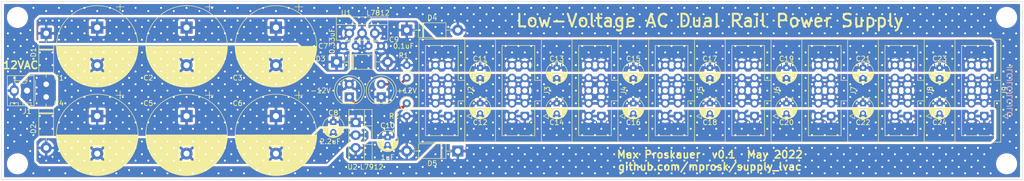
<source format=kicad_pcb>
(kicad_pcb (version 20211014) (generator pcbnew)
  (layers (0 "F.Cu" signal) (31 "B.Cu" signal) (34 "B.Paste" user) (35 "F.Paste" user) (36 "B.SilkS" user "B.Silkscreen") (37 "F.SilkS" user "F.Silkscreen") (38 "B.Mask" user) (39 "F.Mask" user) (44 "Edge.Cuts" user))
  (net 0 "")
  (net 1 "/VREC+")
  (net 2 "GND")
  (net 3 "/VREC-")
  (net 4 "+12V")
  (net 5 "-12V")
  (net 6 "/VAC")
  (net 7 "Net-(D7-Pad1)")
  (net 8 "Net-(D6-Pad2)")
  (footprint "MountingHole:MountingHole_3.2mm_M3" (layer "F.Cu") (at 51.435 41.275)
    (fp_text reference "H1" hide)
    (fp_text value "MountingHole" hide)
  )
  (footprint "Connector_IDC:IDC-Header_2x05_P2.54mm_Vertical" (layer "F.Cu") (at 213.36 60.96 180)
    (fp_text reference "J7")
    (fp_text value "Conn_01x10")
  )
  (footprint "Package_TO_SOT_THT:TO-220-3_Vertical" (layer "F.Cu") (at 118.745 62.23 -90)
    (fp_text reference "U2")
    (fp_text value "L7912")
  )
  (footprint "Connector_IDC:IDC-Header_2x05_P2.54mm_Vertical" (layer "F.Cu") (at 243.84 60.96 180)
    (fp_text reference "J9")
    (fp_text value "Conn_01x10")
  )
  (footprint "Diode_THT:D_DO-41_SOD81_P10.16mm_Horizontal" (layer "F.Cu") (at 114.935 50.165)
    (fp_text reference "D3")
    (fp_text value "1N4001" hide)
  )
  (footprint "Diode_THT:D_DO-41_SOD81_P10.16mm_Horizontal" (layer "F.Cu") (at 57.15 44.45 -90)
    (fp_text reference "D1")
    (fp_text value "1N4001")
  )
  (footprint "Connector_IDC:IDC-Header_2x05_P2.54mm_Vertical" (layer "F.Cu") (at 137.16 60.96 180)
    (fp_text reference "J2")
    (fp_text value "Conn_01x10")
  )
  (footprint "Capacitor_THT:CP_Radial_D4.0mm_P2.00mm" (layer "F.Cu") (at 143.51 58.42 -90)
    (fp_text reference "C12")
    (fp_text value "100uF")
  )
  (footprint "Capacitor_THT:CP_Radial_D16.0mm_P7.50mm" (layer "F.Cu") (at 85.09 60.96 -90)
    (fp_text reference "C5")
    (fp_text value "4700uF" hide)
  )
  (footprint "Capacitor_THT:C_Disc_D3.0mm_W1.6mm_P2.50mm" (layer "F.Cu") (at 118.745 46.99 180)
    (fp_text reference "C7")
    (fp_text value "0.33uF")
  )
  (footprint "Capacitor_THT:CP_Radial_D4.0mm_P2.00mm" (layer "F.Cu") (at 173.99 58.42 -90)
    (fp_text reference "C16")
    (fp_text value "100uF")
  )
  (footprint "Capacitor_THT:CP_Radial_D4.0mm_P2.00mm" (layer "F.Cu") (at 114.3 62.135 -90)
    (fp_text reference "C8")
    (fp_text value "2.2uF")
  )
  (footprint "LED_THT:LED_D5.0mm" (layer "F.Cu") (at 117.475 57.155 90)
    (fp_text reference "D7" hide)
    (fp_text value "-12V")
  )
  (footprint "Connector_IDC:IDC-Header_2x05_P2.54mm_Vertical" (layer "F.Cu") (at 167.64 60.96 180)
    (fp_text reference "J4")
    (fp_text value "Conn_01x10")
  )
  (footprint "Capacitor_THT:CP_Radial_D16.0mm_P7.50mm" (layer "F.Cu") (at 102.87 60.96 -90)
    (fp_text reference "C6")
    (fp_text value "4700uF" hide)
  )
  (footprint "Diode_THT:D_DO-41_SOD81_P10.16mm_Horizontal" (layer "F.Cu") (at 128.905 43.815)
    (fp_text reference "D4")
    (fp_text value "1N4001" hide)
  )
  (footprint "Capacitor_THT:CP_Radial_D4.0mm_P2.00mm" (layer "F.Cu") (at 158.75 51.34 -90)
    (fp_text reference "C13")
    (fp_text value "100uF")
  )
  (footprint "MountingHole:MountingHole_3.2mm_M3" (layer "F.Cu") (at 51.435 70.485)
    (fp_text reference "H2" hide)
    (fp_text value "MountingHole" hide)
  )
  (footprint "Capacitor_THT:CP_Radial_D4.0mm_P2.00mm" (layer "F.Cu") (at 234.95 51.34 -90)
    (fp_text reference "C23")
    (fp_text value "100uF")
  )
  (footprint "LED_THT:LED_D5.0mm" (layer "F.Cu") (at 123.825 57.15 90)
    (fp_text reference "D6" hide)
    (fp_text value "+12V")
  )
  (footprint "Capacitor_THT:CP_Radial_D4.0mm_P2.00mm" (layer "F.Cu") (at 143.51 51.34 -90)
    (fp_text reference "C11")
    (fp_text value "100uF")
  )
  (footprint "Capacitor_THT:CP_Radial_D4.0mm_P2.00mm" (layer "F.Cu") (at 219.71 58.42 -90)
    (fp_text reference "C22")
    (fp_text value "100uF")
  )
  (footprint "MountingHole:MountingHole_3.2mm_M3" (layer "F.Cu") (at 248.285 41.275)
    (fp_text reference "H3" hide)
    (fp_text value "MountingHole" hide)
  )
  (footprint "Connector_IDC:IDC-Header_2x05_P2.54mm_Vertical" (layer "F.Cu") (at 182.88 60.96 180)
    (fp_text reference "J5")
    (fp_text value "Conn_01x10")
  )
  (footprint "Capacitor_THT:CP_Radial_D4.0mm_P1.50mm" (layer "F.Cu") (at 125.095 65.175 -90)
    (fp_text reference "C10")
    (fp_text value "1uF")
  )
  (footprint "Diode_THT:D_DO-41_SOD81_P10.16mm_Horizontal" (layer "F.Cu") (at 139.065 67.945 180)
    (fp_text reference "D5")
    (fp_text value "1N4001" hide)
  )
  (footprint "Capacitor_THT:C_Disc_D3.0mm_W1.6mm_P2.50mm" (layer "F.Cu") (at 123.785 46.99 180)
    (fp_text reference "C9")
    (fp_text value "0.1uF")
  )
  (footprint "Connector_Molex:Molex_KK-254_AE-6410-02A_1x02_P2.54mm_Vertical" (layer "F.Cu") (at 53.34 55.88 180)
    (fp_text reference "J1")
    (fp_text value "Barrel_Jack" hide)
  )
  (footprint "Diode_THT:D_DO-41_SOD81_P10.16mm_Horizontal" (layer "F.Cu") (at 57.15 57.15 -90)
    (fp_text reference "D2")
    (fp_text value "1N4001")
  )
  (footprint "Capacitor_THT:CP_Radial_D4.0mm_P2.00mm" (layer "F.Cu") (at 189.23 58.42 -90)
    (fp_text reference "C18")
    (fp_text value "100uF")
  )
  (footprint "Connector_IDC:IDC-Header_2x05_P2.54mm_Vertical" (layer "F.Cu") (at 228.6 60.96 180)
    (fp_text reference "J8")
    (fp_text value "Conn_01x10")
  )
  (footprint "Capacitor_THT:CP_Radial_D4.0mm_P2.00mm" (layer "F.Cu") (at 189.23 51.34 -90)
    (fp_text reference "C17")
    (fp_text value "100uF")
  )
  (footprint "Package_TO_SOT_THT:TO-220-3_Vertical" (layer "F.Cu") (at 117.475 44.45)
    (fp_text reference "U1")
    (fp_text value "L7812")
  )
  (footprint "Capacitor_THT:CP_Radial_D4.0mm_P2.00mm" (layer "F.Cu") (at 234.95 58.42 -90)
    (fp_text reference "C24")
    (fp_text value "100uF")
  )
  (footprint "Capacitor_THT:CP_Radial_D16.0mm_P7.50mm" (layer "F.Cu") (at 67.31 60.96 -90)
    (fp_text reference "C4")
    (fp_text value "4700uF" hide)
  )
  (footprint "Resistor_THT:R_Axial_DIN0207_L6.3mm_D2.5mm_P2.54mm_Vertical" (layer "F.Cu") (at 128.905 58.42 -90)
    (fp_text reference "R2")
    (fp_text value "R" hide)
  )
  (footprint "Capacitor_THT:CP_Radial_D16.0mm_P7.50mm" (layer "F.Cu") (at 67.31 43.3 -90)
    (fp_text reference "C1")
    (fp_text value "4700uF")
  )
  (footprint "Capacitor_THT:CP_Radial_D4.0mm_P2.00mm" (layer "F.Cu") (at 158.75 58.42 -90)
    (fp_text reference "C14")
    (fp_text value "100uF")
  )
  (footprint "Capacitor_THT:CP_Radial_D4.0mm_P2.00mm" (layer "F.Cu") (at 219.71 51.34 -90)
    (fp_text reference "C21")
    (fp_text value "100uF")
  )
  (footprint "Connector_IDC:IDC-Header_2x05_P2.54mm_Vertical" (layer "F.Cu") (at 198.12 60.96 180)
    (fp_text reference "J6")
    (fp_text value "Conn_01x10")
  )
  (footprint "MountingHole:MountingHole_3.2mm_M3" (layer "F.Cu") (at 248.285 70.485)
    (fp_text reference "H4" hide)
    (fp_text value "MountingHole" hide)
  )
  (footprint "Capacitor_THT:CP_Radial_D4.0mm_P2.00mm" (layer "F.Cu") (at 204.47 51.34 -90)
    (fp_text reference "C19")
    (fp_text value "100uF")
  )
  (footprint "Connector_IDC:IDC-Header_2x05_P2.54mm_Vertical" (layer "F.Cu") (at 152.4 60.96 180)
    (fp_text reference "J3")
    (fp_text value "Conn_01x10")
  )
  (footprint "Capacitor_THT:CP_Radial_D16.0mm_P7.50mm" (layer "F.Cu") (at 85.09 43.3 -90)
    (fp_text reference "C2")
    (fp_text value "4700uF" hide)
  )
  (footprint "Capacitor_THT:CP_Radial_D16.0mm_P7.50mm" (layer "F.Cu") (at 102.87 43.3 -90)
    (fp_text reference "C3")
    (fp_text value "4700uF" hide)
  )
  (footprint "Capacitor_THT:CP_Radial_D4.0mm_P2.00mm" (layer "F.Cu") (at 204.47 58.42 -90)
    (fp_text reference "C20")
    (fp_text value "100uF")
  )
  (footprint "Capacitor_THT:CP_Radial_D4.0mm_P2.00mm" (layer "F.Cu") (at 173.99 51.34 -90)
    (fp_text reference "C15")
    (fp_text value "100uF")
  )
  (footprint "Resistor_THT:R_Axial_DIN0207_L6.3mm_D2.5mm_P2.54mm_Vertical" (layer "F.Cu") (at 128.905 53.34 90)
    (fp_text reference "R1")
    (fp_text value "R" hide)
  )
  (gr_rect (start 48.26 38.1) (end 251.46 73.66) (layer "Edge.Cuts") (width 0.1) (fill none))
  (gr_text "JLCJLCJLCJLC" (at 248.92 55.88 90) (layer "B.SilkS") (effects (font (size 1 1) (thickness 0.2)) (justify mirror)))
  (gr_text "12VAC" (at 52.07 50.8) (layer "F.SilkS") (effects (font (size 1.5 1.5) (thickness 0.3))))
  (gr_text "Low-Voltage AC Dual Rail Power Supply" (at 189.23 41.91) (layer "F.SilkS") (effects (font (size 2.5 2.5) (thickness 0.4))))
  (gr_text "Max Proskauer  v0.1  May 2022\ngithub.com/mprosk/supply_lvac" (at 189.23 69.85) (layer "F.SilkS") (effects (font (size 1.5 1.5) (thickness 0.3))))
  (segment (start 117.475 44.45) (end 117.475 45.76) (width 0.508) (layer "F.Cu") (net 1))
  (segment (start 117.475 45.76) (end 116.245 46.99) (width 0.508) (layer "F.Cu") (net 1))
  (via (at 59.69 45.72) (size 0.8) (drill 0.4) (layers "F.Cu" "B.Cu") (net 1))
  (via (at 77.47 44.45) (size 0.8) (drill 0.4) (layers "F.Cu" "B.Cu") (net 1))
  (via (at 113.03 41.91) (size 0.8) (drill 0.4) (layers "F.Cu" "B.Cu") (net 1))
  (via (at 66.04 45.72) (size 0.8) (drill 0.4) (layers "F.Cu" "B.Cu") (net 1))
  (via (at 112.395 50.8) (size 0.8) (drill 0.4) (layers "F.Cu" "B.Cu") (net 1))
  (via (at 59.69 43.18) (size 0.8) (drill 0.4) (layers "F.Cu" "B.Cu") (net 1))
  (via (at 86.36 45.72) (size 0.8) (drill 0.4) (layers "F.Cu" "B.Cu") (net 1))
  (via (at 55.88 41.91) (size 0.8) (drill 0.4) (layers "F.Cu" "B.Cu") (net 1))
  (via (at 60.96 45.72) (size 0.8) (drill 0.4) (layers "F.Cu" "B.Cu") (net 1))
  (via (at 64.77 44.45) (size 0.8) (drill 0.4) (layers "F.Cu" "B.Cu") (net 1))
  (via (at 91.44 45.72) (size 0.8) (drill 0.4) (layers "F.Cu" "B.Cu") (net 1))
  (via (at 81.28 43.18) (size 0.8) (drill 0.4) (layers "F.Cu" "B.Cu") (net 1))
  (via (at 59.69 41.91) (size 0.8) (drill 0.4) (layers "F.Cu" "B.Cu") (net 1))
  (via (at 74.93 44.45) (size 0.8) (drill 0.4) (layers "F.Cu" "B.Cu") (net 1))
  (via (at 104.14 45.72) (size 0.8) (drill 0.4) (layers "F.Cu" "B.Cu") (net 1))
  (via (at 99.06 43.18) (size 0.8) (drill 0.4) (layers "F.Cu" "B.Cu") (net 1))
  (via (at 97.79 44.45) (size 0.8) (drill 0.4) (layers "F.Cu" "B.Cu") (net 1))
  (via (at 111.76 45.72) (size 0.8) (drill 0.4) (layers "F.Cu" "B.Cu") (net 1))
  (via (at 63.5 43.18) (size 0.8) (drill 0.4) (layers "F.Cu" "B.Cu") (net 1))
  (via (at 93.98 45.72) (size 0.8) (drill 0.4) (layers "F.Cu" "B.Cu") (net 1))
  (via (at 100.33 41.91) (size 0.8) (drill 0.4) (layers "F.Cu" "B.Cu") (net 1))
  (via (at 95.25 41.91) (size 0.8) (drill 0.4) (layers "F.Cu" "B.Cu") (net 1))
  (via (at 73.66 43.18) (size 0.8) (drill 0.4) (layers "F.Cu" "B.Cu") (net 1))
  (via (at 95.25 44.45) (size 0.8) (drill 0.4) (layers "F.Cu" "B.Cu") (net 1))
  (via (at 82.55 44.45) (size 0.8) (drill 0.4) (layers "F.Cu" "B.Cu") (net 1))
  (via (at 106.68 45.72) (size 0.8) (drill 0.4) (layers "F.Cu" "B.Cu") (net 1))
  (via (at 109.22 43.18) (size 0.8) (drill 0.4) (layers "F.Cu" "B.Cu") (net 1))
  (via (at 91.44 43.18) (size 0.8) (drill 0.4) (layers "F.Cu" "B.Cu") (net 1))
  (via (at 71.12 45.72) (size 0.8) (drill 0.4) (layers "F.Cu" "B.Cu") (net 1))
  (via (at 111.76 43.18) (size 0.8) (drill 0.4) (layers "F.Cu" "B.Cu") (net 1))
  (via (at 88.9 45.72) (size 0.8) (drill 0.4) (layers "F.Cu" "B.Cu") (net 1))
  (via (at 116.84 42.545) (size 0.8) (drill 0.4) (layers "F.Cu" "B.Cu") (net 1))
  (via (at 116.84 48.895) (size 0.8) (drill 0.4) (layers "F.Cu" "B.Cu") (net 1))
  (via (at 71.12 43.18) (size 0.8) (drill 0.4) (layers "F.Cu" "B.Cu") (net 1))
  (via (at 105.41 41.91) (size 0.8) (drill 0.4) (layers "F.Cu" "B.Cu") (net 1))
  (via (at 83.82 45.72) (size 0.8) (drill 0.4) (layers "F.Cu" "B.Cu") (net 1))
  (via (at 110.49 46.99) (size 0.8) (drill 0.4) (layers "F.Cu" "B.Cu") (net 1))
  (via (at 82.55 41.91) (size 0.8) (drill 0.4) (layers "F.Cu" "B.Cu") (net 1))
  (via (at 72.39 41.91) (size 0.8) (drill 0.4) (layers "F.Cu" "B.Cu") (net 1))
  (via (at 63.5 45.72) (size 0.8) (drill 0.4) (layers "F.Cu" "B.Cu") (net 1))
  (via (at 114.3 43.18) (size 0.8) (drill 0.4) (layers "F.Cu" "B.Cu") (net 1))
  (via (at 77.47 41.91) (size 0.8) (drill 0.4) (layers "F.Cu" "B.Cu") (net 1))
  (via (at 109.22 45.72) (size 0.8) (drill 0.4) (layers "F.Cu" "B.Cu") (net 1))
  (via (at 115.57 41.91) (size 0.8) (drill 0.4) (layers "F.Cu" "B.Cu") (net 1))
  (via (at 78.74 45.72) (size 0.8) (drill 0.4) (layers "F.Cu" "B.Cu") (net 1))
  (via (at 87.63 41.91) (size 0.8) (drill 0.4) (layers "F.Cu" "B.Cu") (net 1))
  (via (at 80.01 41.91) (size 0.8) (drill 0.4) (layers "F.Cu" "B.Cu") (net 1))
  (via (at 74.93 41.91) (size 0.8) (drill 0.4) (layers "F.Cu" "B.Cu") (net 1))
  (via (at 93.98 43.18) (size 0.8) (drill 0.4) (layers "F.Cu" "B.Cu") (net 1))
  (via (at 113.03 44.45) (size 0.8) (drill 0.4) (layers "F.Cu" "B.Cu") (net 1))
  (via (at 76.2 43.18) (size 0.8) (drill 0.4) (layers "F.Cu" "B.Cu") (net 1))
  (via (at 97.79 41.91) (size 0.8) (drill 0.4) (layers "F.Cu" "B.Cu") (net 1))
  (via (at 110.49 44.45) (size 0.8) (drill 0.4) (layers "F.Cu" "B.Cu") (net 1))
  (via (at 111.76 48.26) (size 0.8) (drill 0.4) (layers "F.Cu" "B.Cu") (net 1))
  (via (at 90.17 41.91) (size 0.8) (drill 0.4) (layers "F.Cu" "B.Cu") (net 1))
  (via (at 92.71 41.91) (size 0.8) (drill 0.4) (layers "F.Cu" "B.Cu") (net 1))
  (via (at 96.52 45.72) (size 0.8) (drill 0.4) (layers "F.Cu" "B.Cu") (net 1))
  (via (at 96.52 43.18) (size 0.8) (drill 0.4) (layers "F.Cu" "B.Cu") (net 1))
  (via (at 72.39 44.45) (size 0.8) (drill 0.4) (layers "F.Cu" "B.Cu") (net 1))
  (via (at 69.85 41.91) (size 0.8) (drill 0.4) (layers "F.Cu" "B.Cu") (net 1))
  (via (at 116.84 50.8) (size 0.8) (drill 0.4) (layers "F.Cu" "B.Cu") (net 1))
  (via (at 68.58 45.72) (size 0.8) (drill 0.4) (layers "F.Cu" "B.Cu") (net 1))
  (via (at 107.95 41.91) (size 0.8) (drill 0.4) (layers "F.Cu" "B.Cu") (net 1))
  (via (at 62.23 44.45) (size 0.8) (drill 0.4) (layers "F.Cu" "B.Cu") (net 1))
  (via (at 92.71 44.45) (size 0.8) (drill 0.4) (layers "F.Cu" "B.Cu") (net 1))
  (via (at 87.63 44.45) (size 0.8) (drill 0.4) (layers "F.Cu" "B.Cu") (net 1))
  (via (at 81.28 45.72) (size 0.8) (drill 0.4) (layers "F.Cu" "B.Cu") (net 1))
  (via (at 100.33 44.45) (size 0.8) (drill 0.4) (layers "F.Cu" "B.Cu") (net 1))
  (via (at 57.15 41.91) (size 0.8) (drill 0.4) (layers "F.Cu" "B.Cu") (net 1))
  (via (at 73.66 45.72) (size 0.8) (drill 0.4) (layers "F.Cu" "B.Cu") (net 1))
  (via (at 64.77 41.91) (size 0.8) (drill 0.4) (layers "F.Cu" "B.Cu") (net 1))
  (via (at 110.49 41.91) (size 0.8) (drill 0.4) (layers "F.Cu" "B.Cu") (net 1))
  (via (at 69.85 44.45) (size 0.8) (drill 0.4) (layers "F.Cu" "B.Cu") (net 1))
  (via (at 76.2 45.72) (size 0.8) (drill 0.4) (layers "F.Cu" "B.Cu") (net 1))
  (via (at 107.95 44.45) (size 0.8) (drill 0.4) (layers "F.Cu" "B.Cu") (net 1))
  (via (at 99.06 45.72) (size 0.8) (drill 0.4) (layers "F.Cu" "B.Cu") (net 1))
  (via (at 118.11 42.545) (size 0.8) (drill 0.4) (layers "F.Cu" "B.Cu") (net 1))
  (via (at 59.69 44.45) (size 0.8) (drill 0.4) (layers "F.Cu" "B.Cu") (net 1))
  (via (at 106.68 43.18) (size 0.8) (drill 0.4) (layers "F.Cu" "B.Cu") (net 1))
  (via (at 80.01 44.45) (size 0.8) (drill 0.4) (layers "F.Cu" "B.Cu") (net 1))
  (via (at 62.23 41.91) (size 0.8) (drill 0.4) (layers "F.Cu" "B.Cu") (net 1))
  (via (at 115.57 43.18) (size 0.8) (drill 0.4) (layers "F.Cu" "B.Cu") (net 1))
  (via (at 101.6 45.72) (size 0.8) (drill 0.4) (layers "F.Cu" "B.Cu") (net 1))
  (via (at 115.57 45.085) (size 0.8) (drill 0.4) (layers "F.Cu" "B.Cu") (net 1))
  (via (at 78.74 43.18) (size 0.8) (drill 0.4) (layers "F.Cu" "B.Cu") (net 1))
  (via (at 58.42 41.91) (size 0.8) (drill 0.4) (layers "F.Cu" "B.Cu") (net 1))
  (via (at 105.41 44.45) (size 0.8) (drill 0.4) (layers "F.Cu" "B.Cu") (net 1))
  (via (at 60.96 43.18) (size 0.8) (drill 0.4) (layers "F.Cu" "B.Cu") (net 1))
  (via (at 90.17 44.45) (size 0.8) (drill 0.4) (layers "F.Cu" "B.Cu") (net 1))
  (via (at 88.9 43.18) (size 0.8) (drill 0.4) (layers "F.Cu" "B.Cu") (net 1))
  (segment (start 117.455 45.74) (end 116.225 46.97) (width 0.508) (layer "B.Cu") (net 1))
  (segment (start 117.475 45.76) (end 117.475 44.45) (width 0.508) (layer "B.Cu") (net 1))
  (segment (start 231.14 58.42) (end 223.52 58.42) (width 0.508) (layer "F.Cu") (net 2))
  (segment (start 162.56 58.42) (end 160.02 58.42) (width 0.508) (layer "F.Cu") (net 2))
  (segment (start 177.8 53.34) (end 185.42 53.34) (width 0.508) (layer "F.Cu") (net 2))
  (segment (start 177.8 58.42) (end 175.26 58.42) (width 0.508) (layer "F.Cu") (net 2))
  (segment (start 162.56 53.34) (end 170.18 53.34) (width 0.508) (layer "F.Cu") (net 2))
  (segment (start 132.715 53.34) (end 139.7 53.34) (width 0.508) (layer "F.Cu") (net 2))
  (segment (start 190.5 58.42) (end 187.96 58.42) (width 0.508) (layer "F.Cu") (net 2))
  (segment (start 175.26 58.42) (end 172.72 58.42) (width 0.508) (layer "F.Cu") (net 2))
  (segment (start 154.94 58.42) (end 147.32 58.42) (width 0.508) (layer "F.Cu") (net 2))
  (segment (start 223.52 58.42) (end 220.98 58.42) (width 0.508) (layer "F.Cu") (net 2))
  (segment (start 193.04 53.34) (end 200.66 53.34) (width 0.508) (layer "F.Cu") (net 2))
  (segment (start 142.24 58.42) (end 139.7 58.42) (width 0.508) (layer "F.Cu") (net 2))
  (segment (start 118.745 45.72) (end 120.015 44.45) (width 0.508) (layer "F.Cu") (net 2))
  (segment (start 147.32 53.34) (end 154.94 53.34) (width 0.508) (layer "F.Cu") (net 2))
  (segment (start 160.02 58.42) (end 157.48 58.42) (width 0.508) (layer "F.Cu") (net 2))
  (segment (start 139.7 58.42) (end 132.715 58.42) (width 0.508) (layer "F.Cu") (net 2))
  (segment (start 203.2 53.34) (end 205.74 53.34) (width 0.508) (layer "F.Cu") (net 2))
  (segment (start 170.18 53.34) (end 172.72 53.34) (width 0.508) (layer "F.Cu") (net 2))
  (segment (start 218.44 53.34) (end 220.98 53.34) (width 0.508) (layer "F.Cu") (net 2))
  (segment (start 233.68 53.34) (end 236.22 53.34) (width 0.508) (layer "F.Cu") (net 2))
  (segment (start 215.9 58.42) (end 208.28 58.42) (width 0.508) (layer "F.Cu") (net 2))
  (segment (start 190.5 53.34) (end 193.04 53.34) (width 0.508) (layer "F.Cu") (net 2))
  (segment (start 220.98 58.42) (end 218.44 58.42) (width 0.508) (layer "F.Cu") (net 2))
  (segment (start 118.745 46.99) (end 118.745 45.72) (width 0.508) (layer "F.Cu") (net 2))
  (segment (start 236.22 58.42) (end 233.68 58.42) (width 0.508) (layer "F.Cu") (net 2))
  (segment (start 245.745 58.42) (end 238.76 58.42) (width 0.508) (layer "F.Cu") (net 2))
  (segment (start 215.9 53.34) (end 218.44 53.34) (width 0.508) (layer "F.Cu") (net 2))
  (segment (start 121.285 45.72) (end 120.015 44.45) (width 0.508) (layer "F.Cu") (net 2))
  (segment (start 157.48 53.34) (end 160.02 53.34) (width 0.508) (layer "F.Cu") (net 2))
  (segment (start 121.285 46.99) (end 121.285 45.72) (width 0.508) (layer "F.Cu") (net 2))
  (segment (start 154.94 53.34) (end 157.48 53.34) (width 0.508) (layer "F.Cu") (net 2))
  (segment (start 170.18 58.42) (end 162.56 58.42) (width 0.508) (layer "F.Cu") (net 2))
  (segment (start 172.72 58.42) (end 170.18 58.42) (width 0.508) (layer "F.Cu") (net 2))
  (segment (start 144.78 53.34) (end 147.32 53.34) (width 0.508) (layer "F.Cu") (net 2))
  (segment (start 208.28 53.34) (end 215.9 53.34) (width 0.508) (layer "F.Cu") (net 2))
  (segment (start 208.28 58.42) (end 205.74 58.42) (width 0.508) (layer "F.Cu") (net 2))
  (segment (start 205.74 53.34) (end 208.28 53.34) (width 0.508) (layer "F.Cu") (net 2))
  (segment (start 200.66 53.34) (end 203.2 53.34) (width 0.508) (layer "F.Cu") (net 2))
  (segment (start 218.44 58.42) (end 215.9 58.42) (width 0.508) (layer "F.Cu") (net 2))
  (segment (start 220.98 53.34) (end 223.52 53.34) (width 0.508) (layer "F.Cu") (net 2))
  (segment (start 236.22 53.34) (end 238.76 53.34) (width 0.508) (layer "F.Cu") (net 2))
  (segment (start 223.52 53.34) (end 231.14 53.34) (width 0.508) (layer "F.Cu") (net 2))
  (segment (start 185.42 53.34) (end 187.96 53.34) (width 0.508) (layer "F.Cu") (net 2))
  (segment (start 172.72 53.34) (end 175.26 53.34) (width 0.508) (layer "F.Cu") (net 2))
  (segment (start 160.02 53.34) (end 162.56 53.34) (width 0.508) (layer "F.Cu") (net 2))
  (segment (start 139.7 53.34) (end 142.24 53.34) (width 0.508) (layer "F.Cu") (net 2))
  (segment (start 187.96 58.42) (end 185.42 58.42) (width 0.508) (layer "F.Cu") (net 2))
  (segment (start 203.2 58.42) (end 200.66 58.42) (width 0.508) (layer "F.Cu") (net 2))
  (segment (start 144.78 58.42) (end 142.24 58.42) (width 0.508) (layer "F.Cu") (net 2))
  (segment (start 118.745 46.99) (end 121.285 46.99) (width 0.508) (layer "F.Cu") (net 2))
  (segment (start 233.68 58.42) (end 231.14 58.42) (width 0.508) (layer "F.Cu") (net 2))
  (segment (start 175.26 53.34) (end 177.8 53.34) (width 0.508) (layer "F.Cu") (net 2))
  (segment (start 187.96 53.34) (end 190.5 53.34) (width 0.508) (layer "F.Cu") (net 2))
  (segment (start 157.48 58.42) (end 154.94 58.42) (width 0.508) (layer "F.Cu") (net 2))
  (segment (start 185.42 58.42) (end 177.8 58.42) (width 0.508) (layer "F.Cu") (net 2))
  (segment (start 142.24 53.34) (end 144.78 53.34) (width 0.508) (layer "F.Cu") (net 2))
  (segment (start 238.76 53.34) (end 245.745 53.34) (width 0.508) (layer "F.Cu") (net 2))
  (segment (start 120.015 44.45) (end 120.015 48.26) (width 0.508) (layer "F.Cu") (net 2))
  (segment (start 147.32 58.42) (end 144.78 58.42) (width 0.508) (layer "F.Cu") (net 2))
  (segment (start 231.14 53.34) (end 233.68 53.34) (width 0.508) (layer "F.Cu") (net 2))
  (segment (start 238.76 58.42) (end 236.22 58.42) (width 0.508) (layer "F.Cu") (net 2))
  (segment (start 200.66 58.42) (end 193.04 58.42) (width 0.508) (layer "F.Cu") (net 2))
  (segment (start 205.74 58.42) (end 203.2 58.42) (width 0.508) (layer "F.Cu") (net 2))
  (segment (start 193.04 58.42) (end 190.5 58.42) (width 0.508) (layer "F.Cu") (net 2))
  (via (at 193.04 43.18) (size 0.8) (drill 0.4) (layers "F.Cu" "B.Cu") (net 2))
  (via (at 101.6 48.26) (size 0.8) (drill 0.4) (layers "F.Cu" "B.Cu") (net 2))
  (via (at 87.63 54.61) (size 0.8) (drill 0.4) (layers "F.Cu" "B.Cu") (net 2))
  (via (at 241.3 68.58) (size 0.8) (drill 0.4) (layers "F.Cu" "B.Cu") (net 2))
  (via (at 69.85 39.37) (size 0.8) (drill 0.4) (layers "F.Cu" "B.Cu") (net 2))
  (via (at 237.49 39.37) (size 0.8) (drill 0.4) (layers "F.Cu" "B.Cu") (net 2))
  (via (at 118.11 39.37) (size 0.8) (drill 0.4) (layers "F.Cu" "B.Cu") (net 2))
  (via (at 157.48 53.34) (size 0.8) (drill 0.4) (layers "F.Cu" "B.Cu") (net 2))
  (via (at 87.63 59.69) (size 0.8) (drill 0.4) (layers "F.Cu" "B.Cu") (net 2))
  (via (at 227.33 39.37) (size 0.8) (drill 0.4) (layers "F.Cu" "B.Cu") (net 2))
  (via (at 76.2 58.42) (size 0.8) (drill 0.4) (layers "F.Cu" "B.Cu") (net 2))
  (via (at 52.07 59.69) (size 0.8) (drill 0.4) (layers "F.Cu" "B.Cu") (net 2))
  (via (at 64.77 57.15) (size 0.8) (drill 0.4) (layers "F.Cu" "B.Cu") (net 2))
  (via (at 175.26 58.42) (size 0.8) (drill 0.4) (layers "F.Cu" "B.Cu") (net 2))
  (via (at 78.74 50.8) (size 0.8) (drill 0.4) (layers "F.Cu" "B.Cu") (net 2))
  (via (at 162.56 55.88) (size 0.8) (drill 0.4) (layers "F.Cu" "B.Cu") (net 2))
  (via (at 194.31 69.85) (size 0.8) (drill 0.4) (layers "F.Cu" "B.Cu") (net 2))
  (via (at 194.31 57.15) (size 0.8) (drill 0.4) (layers "F.Cu" "B.Cu") (net 2))
  (via (at 143.51 69.85) (size 0.8) (drill 0.4) (layers "F.Cu" "B.Cu") (net 2))
  (via (at 224.79 39.37) (size 0.8) (drill 0.4) (layers "F.Cu" "B.Cu") (net 2))
  (via (at 107.95 59.69) (size 0.8) (drill 0.4) (layers "F.Cu" "B.Cu") (net 2))
  (via (at 68.58 58.42) (size 0.8) (drill 0.4) (layers "F.Cu" "B.Cu") (net 2))
  (via (at 123.19 62.23) (size 0.8) (drill 0.4) (layers "F.Cu" "B.Cu") (net 2))
  (via (at 143.51 41.91) (size 0.8) (drill 0.4) (layers "F.Cu" "B.Cu") (net 2))
  (via (at 238.76 58.42) (size 0.8) (drill 0.4) (layers "F.Cu" "B.Cu") (net 2))
  (via (at 144.78 58.42) (size 0.8) (drill 0.4) (layers "F.Cu" "B.Cu") (net 2))
  (via (at 195.58 43.18) (size 0.8) (drill 0.4) (layers "F.Cu" "B.Cu") (net 2))
  (via (at 123.19 64.77) (size 0.8) (drill 0.4) (layers "F.Cu" "B.Cu") (net 2))
  (via (at 111.76 60.96) (size 0.8) (drill 0.4) (layers "F.Cu" "B.Cu") (net 2))
  (via (at 139.7 58.42) (size 0.8) (drill 0.4) (layers "F.Cu" "B.Cu") (net 2))
  (via (at 147.32 40.64) (size 0.8) (drill 0.4) (layers "F.Cu" "B.Cu") (net 2))
  (via (at 50.8 60.96) (size 0.8) (drill 0.4) (layers "F.Cu" "B.Cu") (net 2))
  (via (at 64.77 62.23) (size 0.8) (drill 0.4) (layers "F.Cu" "B.Cu") (net 2))
  (via (at 215.9 43.18) (size 0.8) (drill 0.4) (layers "F.Cu" "B.Cu") (net 2))
  (via (at 82.55 57.15) (size 0.8) (drill 0.4) (layers "F.Cu" "B.Cu") (net 2))
  (via (at 160.02 40.64) (size 0.8) (drill 0.4) (layers "F.Cu" "B.Cu") (net 2))
  (via (at 125.73 72.39) (size 0.8) (drill 0.4) (layers "F.Cu" "B.Cu") (net 2))
  (via (at 55.88 60.96) (size 0.8) (drill 0.4) (layers "F.Cu" "B.Cu") (net 2))
  (via (at 62.23 57.15) (size 0.8) (drill 0.4) (layers "F.Cu" "B.Cu") (net 2))
  (via (at 242.57 39.37) (size 0.8) (drill 0.4) (layers "F.Cu" "B.Cu") (net 2))
  (via (at 179.07 44.45) (size 0.8) (drill 0.4) (layers "F.Cu" "B.Cu") (net 2))
  (via (at 200.66 40.64) (size 0.8) (drill 0.4) (layers "F.Cu" "B.Cu") (net 2))
  (via (at 226.06 68.58) (size 0.8) (drill 0.4) (layers "F.Cu" "B.Cu") (net 2))
  (via (at 73.66 71.755) (size 0.8) (drill 0.4) (layers "F.Cu" "B.Cu") (net 2))
  (via (at 160.02 71.12) (size 0.8) (drill 0.4) (layers "F.Cu" "B.Cu") (net 2))
  (via (at 180.34 43.18) (size 0.8) (drill 0.4) (layers "F.Cu" "B.Cu") (net 2))
  (via (at 208.28 43.18) (size 0.8) (drill 0.4) (layers "F.Cu" "B.Cu") (net 2))
  (via (at 209.55 72.39) (size 0.8) (drill 0.4) (layers "F.Cu" "B.Cu") (net 2))
  (via (at 111.76 55.88) (size 0.8) (drill 0.4) (layers "F.Cu" "B.Cu") (net 2))
  (via (at 119.38 41.275) (size 0.8) (drill 0.4) (layers "F.Cu" "B.Cu") (net 2))
  (via (at 186.69 54.61) (size 0.8) (drill 0.4) (layers "F.Cu" "B.Cu") (net 2))
  (via (at 167.64 40.64) (size 0.8) (drill 0.4) (layers "F.Cu" "B.Cu") (net 2))
  (via (at 74.93 57.15) (size 0.8) (drill 0.4) (layers "F.Cu" "B.Cu") (net 2))
  (via (at 59.69 52.07) (size 0.8) (drill 0.4) (layers "F.Cu" "B.Cu") (net 2))
  (via (at 49.53 46.99) (size 0.8) (drill 0.4) (layers "F.Cu" "B.Cu") (net 2))
  (via (at 201.93 54.61) (size 0.8) (drill 0.4) (layers "F.Cu" "B.Cu") (net 2))
  (via (at 58.42 63.5) (size 0.8) (drill 0.4) (layers "F.Cu" "B.Cu") (net 2))
  (via (at 132.08 71.12) (size 0.8) (drill 0.4) (layers "F.Cu" "B.Cu") (net 2))
  (via (at 69.85 59.69) (size 0.8) (drill 0.4) (layers "F.Cu" "B.Cu") (net 2))
  (via (at 97.79 54.61) (size 0.8) (drill 0.4) (layers "F.Cu" "B.Cu") (net 2))
  (via (at 87.63 49.53) (size 0.8) (drill 0.4) (layers "F.Cu" "B.Cu") (net 2))
  (via (at 147.32 43.18) (size 0.8) (drill 0.4) (layers "F.Cu" "B.Cu") (net 2))
  (via (at 170.18 71.12) (size 0.8) (drill 0.4) (layers "F.Cu" "B.Cu") (net 2))
  (via (at 191.77 54.61) (size 0.8) (drill 0.4) (layers "F.Cu" "B.Cu") (net 2))
  (via (at 86.36 55.88) (size 0.8) (drill 0.4) (layers "F.Cu" "B.Cu") (net 2))
  (via (at 125.73 55.88) (size 0.8) (drill 0.4) (layers "F.Cu" "B.Cu") (net 2))
  (via (at 181.61 72.39) (size 0.8) (drill 0.4) (layers "F.Cu" "B.Cu") (net 2))
  (via (at 228.6 68.58) (size 0.8) (drill 0.4) (layers "F.Cu" "B.Cu") (net 2))
  (via (at 153.67 67.31) (size 0.8) (drill 0.4) (layers "F.Cu" "B.Cu") (net 2))
  (via (at 100.33 49.53) (size 0.8) (drill 0.4) (layers "F.Cu" "B.Cu") (net 2))
  (via (at 54.61 49.53) (size 0.8) (drill 0.4) (layers "F.Cu" "B.Cu") (net 2))
  (via (at 133.35 41.91) (size 0.8) (drill 0.4) (layers "F.Cu" "B.Cu") (net 2))
  (via (at 88.9 63.5) (size 0.8) (drill 0.4) (layers "F.Cu" "B.Cu") (net 2))
  (via (at 140.97 67.31) (size 0.8) (drill 0.4) (layers "F.Cu" "B.Cu") (net 2))
  (via (at 50.8 53.34) (size 0.8) (drill 0.4) (layers "F.Cu" "B.Cu") (net 2))
  (via (at 146.05 57.15) (size 0.8) (drill 0.4) (layers "F.Cu" "B.Cu") (net 2))
  (via (at 200.66 71.12) (size 0.8) (drill 0.4) (layers "F.Cu" "B.Cu") (net 2))
  (via (at 140.97 69.85) (size 0.8) (drill 0.4) (layers "F.Cu" "B.Cu") (net 2))
  (via (at 227.33 44.45) (size 0.8) (drill 0.4) (layers "F.Cu" "B.Cu") (net 2))
  (via (at 142.24 43.18) (size 0.8) (drill 0.4) (layers "F.Cu" "B.Cu") (net 2))
  (via (at 54.61 46.99) (size 0.8) (drill 0.4) (layers "F.Cu" "B.Cu") (net 2))
  (via (at 175.26 55.88) (size 0.8) (drill 0.4) (layers "F.Cu" "B.Cu") (net 2))
  (via (at 204.47 39.37) (size 0.8) (drill 0.4) (layers "F.Cu" "B.Cu") (net 2))
  (via (at 100.33 52.07) (size 0.8) (drill 0.4) (layers "F.Cu" "B.Cu") (net 2))
  (via (at 222.25 39.37) (size 0.8) (drill 0.4) (layers "F.Cu" "B.Cu") (net 2))
  (via (at 222.25 57.15) (size 0.8) (drill 0.4) (layers "F.Cu" "B.Cu") (net 2))
  (via (at 240.03 41.91) (size 0.8) (drill 0.4) (layers "F.Cu" "B.Cu") (net 2))
  (via (at 149.86 71.12) (size 0.8) (drill 0.4) (layers "F.Cu" "B.Cu") (net 2))
  (via (at 125.73 39.37) (size 0.8) (drill 0.4) (layers "F.Cu" "B.Cu") (net 2))
  (via (at 142.24 58.42) (size 0.8) (drill 0.4) (layers "F.Cu" "B.Cu") (net 2))
  (via (at 88.9 58.42) (size 0.8) (drill 0.4) (layers "F.Cu" "B.Cu") (net 2))
  (via (at 208.28 55.88) (size 0.8) (drill 0.4) (layers "F.Cu" "B.Cu") (net 2))
  (via (at 240.03 54.61) (size 0.8) (drill 0.4) (layers "F.Cu" "B.Cu") (net 2))
  (via (at 132.08 40.64) (size 0.8) (drill 0.4) (layers "F.Cu" "B.Cu") (net 2))
  (via (at 212.09 72.39) (size 0.8) (drill 0.4) (layers "F.Cu" "B.Cu") (net 2))
  (via (at 194.31 72.39) (size 0.8) (drill 0.4) (layers "F.Cu" "B.Cu") (net 2))
  (via (at 139.7 71.12) (size 0.8) (drill 0.4) (layers "F.Cu" "B.Cu") (net 2))
  (via (at 180.34 40.64) (size 0.8) (drill 0.4) (layers "F.Cu" "B.Cu") (net 2))
  (via (at 247.65 52.07) (size 0.8) (drill 0.4) (layers "F.Cu" "B.Cu") (net 2))
  (via (at 157.48 58.42) (size 0.8) (drill 0.4) (layers "F.Cu" "B.Cu") (net 2))
  (via (at 219.71 69.85) (size 0.8) (drill 0.4) (layers "F.Cu" "B.Cu") (net 2))
  (via (at 76.2 50.8) (size 0.8) (drill 0.4) (layers "F.Cu" "B.Cu") (net 2))
  (via (at 177.8 58.42) (size 0.8) (drill 0.4) (layers "F.Cu" "B.Cu") (net 2))
  (via (at 234.95 57.15) (size 0.8) (drill 0.4) (layers "F.Cu" "B.Cu") (net 2))
  (via (at 238.76 53.34) (size 0.8) (drill 0.4) (layers "F.Cu" "B.Cu") (net 2))
  (via (at 187.96 55.88) (size 0.8) (drill 0.4) (layers "F.Cu" "B.Cu") (net 2))
  (via (at 74.93 49.53) (size 0.8) (drill 0.4) (layers "F.Cu" "B.Cu") (net 2))
  (via (at 190.5 53.34) (size 0.8) (drill 0.4) (layers "F.Cu" "B.Cu") (net 2))
  (via (at 232.41 54.61) (size 0.8) (drill 0.4) (layers "F.Cu" "B.Cu") (net 2))
  (via (at 120.65 41.275) (size 0.8) (drill 0.4) (layers "F.Cu" "B.Cu") (net 2))
  (via (at 204.47 69.85) (size 0.8) (drill 0.4) (layers "F.Cu" "B.Cu") (net 2))
  (via (at 181.61 57.15) (size 0.8) (drill 0.4) (layers "F.Cu" "B.Cu") (net 2))
  (via (at 130.81 54.61) (size 0.8) (drill 0.4) (layers "F.Cu" "B.Cu") (net 2))
  (via (at 176.53 67.31) (size 0.8) (drill 0.4) (layers "F.Cu" "B.Cu") (net 2))
  (via (at 95.25 57.15) (size 0.8) (drill 0.4) (layers "F.Cu" "B.Cu") (net 2))
  (via (at 161.29 57.15) (size 0.8) (drill 0.4) (layers "F.Cu" "B.Cu") (net 2))
  (via (at 80.01 59.69) (size 0.8) (drill 0.4) (layers "F.Cu" "B.Cu") (net 2))
  (via (at 215.9 58.42) (size 0.8) (drill 0.4) (layers "F.Cu" "B.Cu") (net 2))
  (via (at 214.63 54.61) (size 0.8) (drill 0.4) (layers "F.Cu" "B.Cu") (net 2))
  (via (at 243.84 40.64) (size 0.8) (drill 0.4) (layers "F.Cu" "B.Cu") (net 2))
  (via (at 140.97 39.37) (size 0.8) (drill 0.4) (layers "F.Cu" "B.Cu") (net 2))
  (via (at 212.09 57.15) (size 0.8) (drill 0.4) (layers "F.Cu" "B.Cu") (net 2))
  (via (at 133.35 57.15) (size 0.8) (drill 0.4) (layers "F.Cu" "B.Cu") (net 2))
  (via (at 242.57 67.31) (size 0.8) (drill 0.4) (layers "F.Cu" "B.Cu") (net 2))
  (via (at 184.15 67.31) (size 0.8) (drill 0.4) (layers "F.Cu" "B.Cu") (net 2))
  (via (at 135.89 41.91) (size 0.8) (drill 0.4) (layers "F.Cu" "B.Cu") (net 2))
  (via (at 96.52 48.26) (size 0.8) (drill 0.4) (layers "F.Cu" "B.Cu") (net 2))
  (via (at 201.93 69.85) (size 0.8) (drill 0.4) (layers "F.Cu" "B.Cu") (net 2))
  (via (at 223.52 55.88) (size 0.8) (drill 0.4) (layers "F.Cu" "B.Cu") (net 2))
  (via (at 60.96 60.96) (size 0.8) (drill 0.4) (layers "F.Cu" "B.Cu") (net 2))
  (via (at 52.07 49.53) (size 0.8) (drill 0.4) (layers "F.Cu" "B.Cu") (net 2))
  (via (at 229.87 69.85) (size 0.8) (drill 0.4) (layers "F.Cu" "B.Cu") (net 2))
  (via (at 120.65 57.15) (size 0.8) (drill 0.4) (layers "F.Cu" "B.Cu") (net 2))
  (via (at 161.29 54.61) (size 0.8) (drill 0.4) (layers "F.Cu" "B.Cu") (net 2))
  (via (at 106.68 58.42) (size 0.8) (drill 0.4) (layers "F.Cu" "B.Cu") (net 2))
  (via (at 207.01 67.31) (size 0.8) (drill 0.4) (layers "F.Cu" "B.Cu") (net 2))
  (via (at 180.34 68.58) (size 0.8) (drill 0.4) (layers "F.Cu" "B.Cu") (net 2))
  (via (at 243.84 71.12) (size 0.8) (drill 0.4) (layers "F.Cu" "B.Cu") (net 2))
  (via (at 208.28 68.58) (size 0.8) (drill 0.4) (layers "F.Cu" "B.Cu") (net 2))
  (via (at 161.29 41.91) (size 0.8) (drill 0.4) (layers "F.Cu" "B.Cu") (net 2))
  (via (at 163.83 41.91) (size 0.8) (drill 0.4) (layers "F.Cu" "B.Cu") (net 2))
  (via (at 222.25 72.39) (size 0.8) (drill 0.4) (layers "F.Cu" "B.Cu") (net 2))
  (via (at 196.85 41.91) (size 0.8) (drill 0.4) (layers "F.Cu" "B.Cu") (net 2))
  (via (at 66.04 58.42) (size 0.8) (drill 0.4) (layers "F.Cu" "B.Cu") (net 2))
  (via (at 95.25 59.69) (size 0.8) (drill 0.4) (layers "F.Cu" "B.Cu") (net 2))
  (via (at 71.12 58.42) (size 0.8) (drill 0.4) (layers "F.Cu" "B.Cu") (net 2))
  (via (at 193.04 68.58) (size 0.8) (drill 0.4) (layers "F.Cu" "B.Cu") (net 2))
  (via (at 172.72 43.18) (size 0.8) (drill 0.4) (layers "F.Cu" "B.Cu") (net 2))
  (via (at 128.27 39.37) (size 0.8) (drill 0.4) (layers "F.Cu" "B.Cu") (net 2))
  (via (at 250.19 54.61) (size 0.8) (drill 0.4) (layers "F.Cu" "B.Cu") (net 2))
  (via (at 176.53 69.85) (size 0.8) (drill 0.4) (layers "F.Cu" "B.Cu") (net 2))
  (via (at 83.82 48.26) (size 0.8) (drill 0.4) (layers "F.Cu" "B.Cu") (net 2))
  (via (at 215.9 40.64) (size 0.8) (drill 0.4) (layers "F.Cu" "B.Cu") (net 2))
  (via (at 111.76 58.42) (size 0.8) (drill 0.4) (layers "F.Cu" "B.Cu") (net 2))
  (via (at 220.98 55.88) (size 0.8) (drill 0.4) (layers "F.Cu" "B.Cu") (net 2))
  (via (at 172.72 53.34) (size 0.8) (drill 0.4) (layers "F.Cu" "B.Cu") (net 2))
  (via (at 110.49 52.07) (size 0.8) (drill 0.4) (layers "F.Cu" "B.Cu") (net 2))
  (via (at 217.17 54.61) (size 0.8) (drill 0.4) (layers "F.Cu" "B.Cu") (net 2))
  (via (at 132.08 58.42) (size 0.8) (drill 0.4) (layers "F.Cu" "B.Cu") (net 2))
  (via (at 226.06 71.12) (size 0.8) (drill 0.4) (layers "F.Cu" "B.Cu") (net 2))
  (via (at 194.31 44.45) (size 0.8) (drill 0.4) (layers "F.Cu" "B.Cu") (net 2))
  (via (at 168.91 41.91) (size 0.8) (drill 0.4) (layers "F.Cu" "B.Cu") (net 2))
  (via (at 232.41 57.15) (size 0.8) (drill 0.4) (layers "F.Cu" "B.Cu") (net 2))
  (via (at 99.06 71.755) (size 0.8) (drill 0.4) (layers "F.Cu" "B.Cu") (net 2))
  (via (at 171.45 67.31) (size 0.8) (drill 0.4) (layers "F.Cu" "B.Cu") (net 2))
  (via (at 243.84 68.58) (size 0.8) (drill 0.4) (layers "F.Cu" "B.Cu") (net 2))
  (via (at 220.98 53.34) (size 0.8) (drill 0.4) (layers "F.Cu" "B.Cu") (net 2))
  (via (at 81.28 58.42) (size 0.8) (drill 0.4) (layers "F.Cu" "B.Cu") (net 2))
  (via (at 194.31 41.91) (size 0.8) (drill 0.4) (layers "F.Cu" "B.Cu") (net 2))
  (via (at 111.76 72.39) (size 0.8) (drill 0.4) (layers "F.Cu" "B.Cu") (net 2))
  (via (at 151.13 54.61) (size 0.8) (drill 0.4) (layers "F.Cu" "B.Cu") (net 2))
  (via (at 194.31 39.37) (size 0.8) (drill 0.4) (layers "F.Cu" "B.Cu") (net 2))
  (via (at 107.95 54.61) (size 0.8) (drill 0.4) (layers "F.Cu" "B.Cu") (net 2))
  (via (at 231.14 68.58) (size 0.8) (drill 0.4) (layers "F.Cu" "B.Cu") (net 2))
  (via (at 105.41 52.07) (size 0.8) (drill 0.4) (layers "F.Cu" "B.Cu") (net 2))
  (via (at 113.03 40.005) (size 0.8) (drill 0.4) (layers "F.Cu" "B.Cu") (net 2))
  (via (at 52.07 62.23) (size 0.8) (drill 0.4) (layers "F.Cu" "B.Cu") (net 2))
  (via (at 217.17 67.31) (size 0.8) (drill 0.4) (layers "F.Cu" "B.Cu") (net 2))
  (via (at 245.11 67.31) (size 0.8) (drill 0.4) (layers "F.Cu" "B.Cu") (net 2))
  (via (at 82.55 62.23) (size 0.8) (drill 0.4) (layers "F.Cu" "B.Cu") (net 2))
  (via (at 119.38 71.12) (size 0.8) (drill 0.4) (layers "F.Cu" "B.Cu") (net 2))
  (via (at 229.87 41.91) (size 0.8) (drill 0.4) (layers "F.Cu" "B.Cu") (net 2))
  (via (at 135.89 44.45) (size 0.8) (drill 0.4) (layers "F.Cu" "B.Cu") (net 2))
  (via (at 207.01 41.91) (size 0.8) (drill 0.4) (layers "F.Cu" "B.Cu") (net 2))
  (via (at 219.71 72.39) (size 0.8) (drill 0.4) (layers "F.Cu" "B.Cu") (net 2))
  (via (at 73.66 58.42) (size 0.8) (drill 0.4) (layers "F.Cu" "B.Cu") (net 2))
  (via (at 217.17 69.85) (size 0.8) (drill 0.4) (layers "F.Cu" "B.Cu") (net 2))
  (via (at 134.62 71.12) (size 0.8) (drill 0.4) (layers "F.Cu" "B.Cu") (net 2))
  (via (at 116.84 71.12) (size 0.8) (drill 0.4) (layers "F.Cu" "B.Cu") (net 2))
  (via (at 57.15 40.005) (size 0.8) (drill 0.4) (layers "F.Cu" "B.Cu") (net 2))
  (via (at 231.14 71.12) (size 0.8) (drill 0.4) (layers "F.Cu" "B.Cu") (net 2))
  (via (at 208.28 71.12) (size 0.8) (drill 0.4) (layers "F.Cu" "B.Cu") (net 2))
  (via (at 168.91 39.37) (size 0.8) (drill 0.4) (layers "F.Cu" "B.Cu") (net 2))
  (via (at 120.65 54.61) (size 0.8) (drill 0.4) (layers "F.Cu" "B.Cu") (net 2))
  (via (at 152.4 71.12) (size 0.8) (drill 0.4) (layers "F.Cu" "B.Cu") (net 2))
  (via (at 95.25 54.61) (size 0.8) (drill 0.4) (layers "F.Cu" "B.Cu") (net 2))
  (via (at 80.248727 54.501855) (size 0.8) (drill 0.4) (layers "F.Cu" "B.Cu") (net 2))
  (via (at 232.41 69.85) (size 0.8) (drill 0.4) (layers "F.Cu" "B.Cu") (net 2))
  (via (at 53.34 45.72) (size 0.8) (drill 0.4) (layers "F.Cu" "B.Cu") (net 2))
  (via (at 60.96 55.88) (size 0.8) (drill 0.4) (layers "F.Cu" "B.Cu") (net 2))
  (via (at 88.9 60.96) (size 0.8) (drill 0.4) (layers "F.Cu" "B.Cu") (net 2))
  (via (at 189.23 41.91) (size 0.8) (drill 0.4) (layers "F.Cu" "B.Cu") (net 2))
  (via (at 143.51 57.15) (size 0.8) (drill 0.4) (layers "F.Cu" "B.Cu") (net 2))
  (via (at 190.5 71.12) (size 0.8) (drill 0.4) (layers "F.Cu" "B.Cu") (net 2))
  (via (at 93.98 71.755) (size 0.8) (drill 0.4) (layers "F.Cu" "B.Cu") (net 2))
  (via (at 233.68 40.64) (size 0.8) (drill 0.4) (layers "F.Cu" "B.Cu") (net 2))
  (via (at 62.23 52.07) (size 0.8) (drill 0.4) (layers "F.Cu" "B.Cu") (net 2))
  (via (at 106.68 50.8) (size 0.8) (drill 0.4) (layers "F.Cu" "B.Cu") (net 2))
  (via (at 80.01 62.23) (size 0.8) (drill 0.4) (layers "F.Cu" "B.Cu") (net 2))
  (via (at 176.53 54.61) (size 0.8) (drill 0.4) (layers "F.Cu" "B.Cu") (net 2))
  (via (at 177.8 53.34) (size 0.8) (drill 0.4) (layers "F.Cu" "B.Cu") (net 2))
  (via (at 236.22 68.58) (size 0.8) (drill 0.4) (layers "F.Cu" "B.Cu") (net 2))
  (via (at 90.17 54.61) (size 0.8) (drill 0.4) (layers "F.Cu" "B.Cu") (net 2))
  (via (at 232.41 41.91) (size 0.8) (drill 0.4) (layers "F.Cu" "B.Cu") (net 2))
  (via (at 191.77 72.39) (size 0.8) (drill 0.4) (layers "F.Cu" "B.Cu") (net 2))
  (via (at 187.96 71.12) (size 0.8) (drill 0.4) (layers "F.Cu" "B.Cu") (net 2))
  (via (at 245.11 54.61) (size 0.8) (drill 0.4) (layers "F.Cu" "B.Cu") (net 2))
  (via (at 86.36 48.26) (size 0.8) (drill 0.4) (layers "F.Cu" "B.Cu") (net 2))
  (via (at 73.66 50.8) (size 0.8) (drill 0.4) (layers "F.Cu" "B.Cu") (net 2))
  (via (at 246.38 53.34) (size 0.8) (drill 0.4) (layers "F.Cu" "B.Cu") (net 2))
  (via (at 71.12 60.96) (size 0.8) (drill 0.4) (layers "F.Cu" "B.Cu") (net 2))
  (via (at 83.82 53.34) (size 0.8) (drill 0.4) (layers "F.Cu" "B.Cu") (net 2))
  (via (at 71.12 48.26) (size 0.8) (drill 0.4) (layers "F.Cu" "B.Cu") (net 2))
  (via (at 124.46 63.5) (size 0.8) (drill 0.4) (layers "F.Cu" "B.Cu") (net 2))
  (via (at 119.38 55.88) (size 0.8) (drill 0.4) (layers "F.Cu" "B.Cu") (net 2))
  (via (at 72.39 57.15) (size 0.8) (drill 0.4) (layers "F.Cu" "B.Cu") (net 2))
  (via (at 157.48 71.12) (size 0.8) (drill 0.4) (layers "F.Cu" "B.Cu") (net 2))
  (via (at 99.06 50.8) (size 0.8) (drill 0.4) (layers "F.Cu" "B.Cu") (net 2))
  (via (at 176.53 57.15) (size 0.8) (drill 0.4) (layers "F.Cu" "B.Cu") (net 2))
  (via (at 138.43 39.37) (size 0.8) (drill 0.4) (layers "F.Cu" "B.Cu") (net 2))
  (via (at 81.28 63.5) (size 0.8) (drill 0.4) (layers "F.Cu" "B.Cu") (net 2))
  (via (at 105.41 62.23) (size 0.8) (drill 0.4) (layers "F.Cu" "B.Cu") (net 2))
  (via (at 193.04 55.88) (size 0.8) (drill 0.4) (layers "F.Cu" "B.Cu") (net 2))
  (via (at 106.68 55.88) (size 0.8) (drill 0.4) (layers "F.Cu" "B.Cu") (net 2))
  (via (at 170.18 43.18) (size 0.8) (drill 0.4) (layers "F.Cu" "B.Cu") (net 2))
  (via (at 107.95 49.53) (size 0.8) (drill 0.4) (layers "F.Cu" "B.Cu") (net 2))
  (via (at 80.01 39.37) (size 0.8) (drill 0.4) (layers "F.Cu" "B.Cu") (net 2))
  (via (at 97.79 49.53) (size 0.8) (drill 0.4) (layers "F.Cu" "B.Cu") (net 2))
  (via (at 246.38 58.42) (size 0.8) (drill 0.4) (layers "F.Cu" "B.Cu") (net 2))
  (via (at 173.99 44.45) (size 0.8) (drill 0.4) (layers "F.Cu" "B.Cu") (net 2))
  (via (at 247.65 46.99) (size 0.8) (drill 0.4) (layers "F.Cu" "B.Cu") (net 2))
  (via (at 163.83 54.61) (size 0.8) (drill 0.4) (layers "F.Cu" "B.Cu") (net 2))
  (via (at 217.17 41.91) (size 0.8) (drill 0.4) (layers "F.Cu" "B.Cu") (net 2))
  (via (at 143.51 39.37) (size 0.8) (drill 0.4) (layers "F.Cu" "B.Cu") (net 2))
  (via (at 189.23 67.31) (size 0.8) (drill 0.4) (layers "F.Cu" "B.Cu") (net 2))
  (via (at 247.65 62.23) (size 0.8) (drill 0.4) (layers "F.Cu" "B.Cu") (net 2))
  (via (at 196.85 39.37) (size 0.8) (drill 0.4) (layers "F.Cu" "B.Cu") (net 2))
  (via (at 158.75 41.91) (size 0.8) (drill 0.4) (layers "F.Cu" "B.Cu") (net 2))
  (via (at 152.4 40.64) (size 0.8) (drill 0.4) (layers "F.Cu" "B.Cu") (net 2))
  (via (at 190.5 58.42) (size 0.8) (drill 0.4) (layers "F.Cu" "B.Cu") (net 2))
  (via (at 101.6 58.42) (size 0.8) (drill 0.4) (layers "F.Cu" "B.Cu") (net 2))
  (via (at 95.25 39.37) (size 0.8) (drill 0.4) (layers "F.Cu" "B.Cu") (net 2))
  (via (at 231.14 53.34) (size 0.8) (drill 0.4) (layers "F.Cu" "B.Cu") (net 2))
  (via (at 60.96 58.42) (size 0.8) (drill 0.4) (layers "F.Cu" "B.Cu") (net 2))
  (via (at 53.34 48.26) (size 0.8) (drill 0.4) (layers "F.Cu" "B.Cu") (net 2))
  (via (at 104.14 48.26) (size 0.8) (drill 0.4) (layers "F.Cu" "B.Cu") (net 2))
  (via (at 160.02 55.88) (size 0.8) (drill 0.4) (layers "F.Cu" "B.Cu") (net 2))
  (via (at 83.82 55.88) (size 0.8) (drill 0.4) (layers "F.Cu" "B.Cu") (net 2))
  (via (at 163.83 72.39) (size 0.8) (drill 0.4) (layers "F.Cu" "B.Cu") (net 2))
  (via (at 71.12 55.88) (size 0.8) (drill 0.4) (layers "F.Cu" "B.Cu") (net 2))
  (via (at 102.87 57.15) (size 0.8) (drill 0.4) (layers "F.Cu" "B.Cu") (net 2))
  (via (at 105.41 59.69) (size 0.8) (drill 0.4) (layers "F.Cu" "B.Cu") (net 2))
  (via (at 146.05 69.85) (size 0.8) (drill 0.4) (layers "F.Cu" "B.Cu") (net 2))
  (via (at 142.24 55.88) (size 0.8) (drill 0.4) (layers "F.Cu" "B.Cu") (net 2))
  (via (at 168.91 67.31) (size 0.8) (drill 0.4) (layers "F.Cu" "B.Cu") (net 2))
  (via (at 218.44 43.18) (size 0.8) (drill 0.4) (layers "F.Cu" "B.Cu") (net 2))
  (via (at 68.58 63.5) (size 0.8) (drill 0.4) (layers "F.Cu" "B.Cu") (net 2))
  (via (at 173.99 54.61) (size 0.8) (drill 0.4) (layers "F.Cu" "B.Cu") (net 2))
  (via (at 139.7 40.64) (size 0.8) (drill 0.4) (layers "F.Cu" "B.Cu") (net 2))
  (via (at 240.03 39.37) (size 0.8) (drill 0.4) (layers "F.Cu" "B.Cu") (net 2))
  (via (at 105.41 49.53) (size 0.8) (drill 0.4) (layers "F.Cu" "B.Cu") (net 2))
  (via (at 250.19 62.23) (size 0.8) (drill 0.4) (layers "F.Cu" "B.Cu") (net 2))
  (via (at 186.69 57.15) (size 0.8) (drill 0.4) (layers "F.Cu" "B.Cu") (net 2))
  (via (at 55.88 48.26) (size 0.8) (drill 0.4) (layers "F.Cu" "B.Cu") (net 2))
  (via (at 127 71.12) (size 0.8) (drill 0.4) (layers "F.Cu" "B.Cu") (net 2))
  (via (at 53.975 67.945) (size 0.8) (drill 0.4) (layers "F.Cu" "B.Cu") (net 2))
  (via (at 190.5 55.88) (size 0.8) (drill 0.4) (layers "F.Cu" "B.Cu") (net 2))
  (via (at 213.36 68.58) (size 0.8) (drill 0.4) (layers "F.Cu" "B.Cu") (net 2))
  (via (at 99.06 55.88) (size 0.8) (drill 0.4) (layers "F.Cu" "B.Cu") (net 2))
  (via (at 146.05 39.37) (size 0.8) (drill 0.4) (layers "F.Cu" "B.Cu") (net 2))
  (via (at 176.53 41.91) (size 0.8) (drill 0.4) (layers "F.Cu" "B.Cu") (net 2))
  (via (at 64.77 49.53) (size 0.8) (drill 0.4) (layers "F.Cu" "B.Cu") (net 2))
  (via (at 104.14 53.34) (size 0.8) (drill 0.4) (layers "F.Cu" "B.Cu") (net 2))
  (via (at 222.25 54.61) (size 0.8) (drill 0.4) (layers "F.Cu" "B.Cu") (net 2))
  (via (at 203.2 55.88) (size 0.8) (drill 0.4) (layers "F.Cu" "B.Cu") (net 2))
  (via (at 156.21 67.31) (size 0.8) (drill 0.4) (layers "F.Cu" "B.Cu") (net 2))
  (via (at 115.57 72.39) (size 0.8) (drill 0.4) (layers "F.Cu" "B.Cu") (net 2))
  (via (at 93.98 50.8) (size 0.8) (drill 0.4) (layers "F.Cu" "B.Cu") (net 2))
  (via (at 205.74 68.58) (size 0.8) (drill 0.4) (layers "F.Cu" "B.Cu") (net 2))
  (via (at 63.5 58.42) (size 0.8) (drill 0.4) (layers "F.Cu" "B.Cu") (net 2))
  (via (at 250.19 59.69) (size 0.8) (drill 0.4) (layers "F.Cu" "B.Cu") (net 2))
  (via (at 129.54 40.64) (size 0.8) (drill 0.4) (layers "F.Cu" "B.Cu") (net 2))
  (via (at 181.61 44.45) (size 0.8) (drill 0.4) (layers "F.Cu" "B.Cu") (net 2))
  (via (at 82.55 49.53) (size 0.8) (drill 0.4) (layers "F.Cu" "B.Cu") (net 2))
  (via (at 107.95 40.005) (size 0.8) (drill 0.4) (layers "F.Cu" "B.Cu") (net 2))
  (via (at 248.92 66.04) (size 0.8) (drill 0.4) (layers "F.Cu" "B.Cu") (net 2))
  (via (at 198.12 43.18) (size 0.8) (drill 0.4) (layers "F.Cu" "B.Cu") (net 2))
  (via (at 101.6 63.5) (size 0.8) (drill 0.4) (layers "F.Cu" "B.Cu") (net 2))
  (via (at 63.5 60.96) (size 0.8) (drill 0.4) (layers "F.Cu" "B.Cu") (net 2))
  (via (at 66.04 53.34) (size 0.8) (drill 0.4) (layers "F.Cu" "B.Cu") (net 2))
  (via (at 200.66 43.18) (size 0.8) (drill 0.4) (layers "F.Cu" "B.Cu") (net 2))
  (via (at 66.04 55.88) (size 0.8) (drill 0.4) (layers "F.Cu" "B.Cu") (net 2))
  (via (at 247.65 64.77) (size 0.8) (drill 0.4) (layers "F.Cu" "B.Cu") (net 2))
  (via (at 224.79 54.61) (size 0.8) (drill 0.4) (layers "F.Cu" "B.Cu") (net 2))
  (via (at 240.03 72.39) (size 0.8) (drill 0.4) (layers "F.Cu" "B.Cu") (net 2))
  (via (at 179.07 72.39) (size 0.8) (drill 0.4) (layers "F.Cu" "B.Cu") (net 2))
  (via (at 184.15 41.91) (size 0.8) (drill 0.4) (layers "F.Cu" "B.Cu") (net 2))
  (via (at 71.12 72.39) (size 0.8) (drill 0.4) (layers "F.Cu" "B.Cu") (net 2))
  (via (at 242.57 41.91) (size 0.8) (drill 0.4) (layers "F.Cu" "B.Cu") (net 2))
  (via (at 198.12 40.64) (size 0.8) (drill 0.4) (layers "F.Cu" "B.Cu") (net 2))
  (via (at 173.99 57.15) (size 0.8) (drill 0.4) (layers "F.Cu" "B.Cu") (net 2))
  (via (at 223.52 68.58) (size 0.8) (drill 0.4) (layers "F.Cu" "B.Cu") (net 2))
  (via (at 191.77 69.85) (size 0.8) (drill 0.4) (layers "F.Cu" "B.Cu") (net 2))
  (via (at 187.96 68.58) (size 0.8) (drill 0.4) (layers "F.Cu" "B.Cu") (net 2))
  (via (at 92.71 49.53) (size 0.8) (drill 0.4) (layers "F.Cu" "B.Cu") (net 2))
  (via (at 234.95 67.31) (size 0.8) (drill 0.4) (layers "F.Cu" "B.Cu") (net 2))
  (via (at 92.71 52.07) (size 0.8) (drill 0.4) (layers "F.Cu" "B.Cu") (net 2))
  (via (at 231.14 40.64) (size 0.8) (drill 0.4) (layers "F.Cu" "B.Cu") (net 2))
  (via (at 203.2 40.64) (size 0.8) (drill 0.4) (layers "F.Cu" "B.Cu") (net 2))
  (via (at 101.6 53.34) (size 0.8) (drill 0.4) (layers "F.Cu" "B.Cu") (net 2))
  (via (at 50.8 63.5) (size 0.8) (drill 0.4) (layers "F.Cu" "B.Cu") (net 2))
  (via (at 234.95 72.39) (size 0.8) (drill 0.4) (layers "F.Cu" "B.Cu") (net 2))
  (via (at 80.01 57.15) (size 0.8) (drill 0.4) (layers "F.Cu" "B.Cu") (net 2))
  (via (at 217.17 57.15) (size 0.8) (drill 0.4) (layers "F.Cu" "B.Cu") (net 2))
  (via (at 242.57 72.39) (size 0.8) (drill 0.4) (layers "F.Cu" "B.Cu") (net 2))
  (via (at 104.14 58.42) (size 0.8) (drill 0.4) (layers "F.Cu" "B.Cu") (net 2))
  (via (at 226.06 40.64) (size 0.8) (drill 0.4) (layers "F.Cu" "B.Cu") (net 2))
  (via (at 191.77 41.91) (size 0.8) (drill 0.4) (layers "F.Cu" "B.Cu") (net 2))
  (via (at 214.63 44.45) (size 0.8) (drill 0.4) (layers "F.Cu" "B.Cu") (net 2))
  (via (at 236.22 71.12) (size 0.8) (drill 0.4) (layers "F.Cu" "B.Cu") (net 2))
  (via (at 149.86 68.58) (size 0.8) (drill 0.4) (layers "F.Cu" "B.Cu") (net 2))
  (via (at 224.79 72.39) (size 0.8) (drill 0.4) (layers "F.Cu" "B.Cu") (net 2))
  (via (at 238.76 40.64) (size 0.8) (drill 0.4) (layers "F.Cu" "B.Cu") (net 2))
  (via (at 67.31 57.15) (size 0.8) (drill 0.4) (layers "F.Cu" "B.Cu") (net 2))
  (via (at 137.16 40.64) (size 0.8) (drill 0.4) (layers "F.Cu" "B.Cu") (net 2))
  (via (at 100.33 59.69) (size 0.8) (drill 0.4) (layers "F.Cu" "B.Cu") (net 2))
  (via (at 96.52 58.42) (size 0.8) (drill 0.4) (layers "F.Cu" "B.Cu") (net 2))
  (via (at 227.33 72.39) (size 0.8) (drill 0.4) (layers "F.Cu" "B.Cu") (net 2))
  (via (at 86.36 72.39) (size 0.8) (drill 0.4) (layers "F.Cu" "B.Cu") (net 2))
  (via (at 62.23 49.53) (size 0.8) (drill 0.4) (layers "F.Cu" "B.Cu") (net 2))
  (via (at 109.22 71.755) (size 0.8) (drill 0.4) (layers "F.Cu" "B.Cu") (net 2))
  (via (at 184.15 57.15) (size 0.8) (drill 0.4) (layers "F.Cu" "B.Cu") (net 2))
  (via (at 157.48 68.58) (size 0.8) (drill 0.4) (layers "F.Cu" "B.Cu") (net 2))
  (via (at 209.55 69.85) (size 0.8) (drill 0.4) (layers "F.Cu" "B.Cu") (net 2))
  (via (at 232.41 67.31) (size 0.8) (drill 0.4) (layers "F.Cu" "B.Cu") (net 2))
  (via (at 143.51 54.61) (size 0.8) (drill 0.4) (layers "F.Cu" "B.Cu") (net 2))
  (via (at 92.71 57.15) (size 0.8) (drill 0.4) (layers "F.Cu" "B.Cu") (net 2))
  (via (at 100.33 54.61) (size 0.8) (drill 0.4) (layers "F.Cu" "B.Cu") (net 2))
  (via (at 88.9 48.26) (size 0.8) (drill 0.4) (layers "F.Cu" "B.Cu") (net 2))
  (via (at 182.88 43.18) (size 0.8) (drill 0.4) (layers "F.Cu" "B.Cu") (net 2))
  (via (at 73.66 63.5) (size 0.8) (drill 0.4) (layers "F.Cu" "B.Cu") (net 2))
  (via (at 134.62 68.58) (size 0.8) (drill 0.4) (layers "F.Cu" "B.Cu") (net 2))
  (via (at 83.82 58.42) (size 0.8) (drill 0.4) (layers "F.Cu" "B.Cu") (net 2))
  (via (at 120.65 60.96) (size 0.8) (drill 0.4) (layers "F.Cu" "B.Cu") (net 2))
  (via (at 114.3 71.12) (size 0.8) (drill 0.4) (layers "F.Cu" "B.Cu") (net 2))
  (via (at 127 53.34) (size 0.8) (drill 0.4) (layers "F.Cu" "B.Cu") (net 2))
  (via (at 59.69 62.23) (size 0.8) (drill 0.4) (layers "F.Cu" "B.Cu") (net 2))
  (via (at 71.12 53.34) (size 0.8) (drill 0.4) (layers "F.Cu" "B.Cu") (net 2))
  (via (at 92.71 40.005) (size 0.8) (drill 0.4) (layers "F.Cu" "B.Cu") (net 2))
  (via (at 237.49 44.45) (size 0.8) (drill 0.4) (layers "F.Cu" "B.Cu") (net 2))
  (via (at 199.39 72.39) (size 0.8) (drill 0.4) (layers "F.Cu" "B.Cu") (net 2))
  (via (at 137.16 68.58) (size 0.8) (drill 0.4) (layers "F.Cu" "B.Cu") (net 2))
  (via (at 146.05 72.39) (size 0.8) (drill 0.4) (layers "F.Cu" "B.Cu") (net 2))
  (via (at 237.49 72.39) (size 0.8) (drill 0.4) (layers "F.Cu" "B.Cu") (net 2))
  (via (at 179.07 54.61) (size 0.8) (drill 0.4) (layers "F.Cu" "B.Cu") (net 2))
  (via (at 217.17 72.39) (size 0.8) (drill 0.4) (layers "F.Cu" "B.Cu") (net 2))
  (via (at 60.96 50.8) (size 0.8) (drill 0.4) (layers "F.Cu" "B.Cu") (net 2))
  (via (at 199.39 67.31) (size 0.8) (drill 0.4) (layers "F.Cu" "B.Cu") (net 2))
  (via (at 199.39 44.45) (size 0.8) (drill 0.4) (layers "F.Cu" "B.Cu") (net 2))
  (via (at 93.98 58.42) (size 0.8) (drill 0.4) (layers "F.Cu" "B.Cu") (net 2))
  (via (at 114.3 55.88) (size 0.8) (drill 0.4) (layers "F.Cu" "B.Cu") (net 2))
  (via (at 231.14 58.42) (size 0.8) (drill 0.4) (layers "F.Cu" "B.Cu") (net 2))
  (via (at 100.33 39.37) (size 0.8) (drill 0.4) (layers "F.Cu" "B.Cu") (net 2))
  (via (at 81.28 48.26) (size 0.8) (drill 0.4) (layers "F.Cu" "B.Cu") (net 2))
  (via (at 248.92 63.5) (size 0.8) (drill 0.4) (layers "F.Cu" "B.Cu") (net 2))
  (via (at 57.15 49.53) (size 0.8) (drill 0.4) (layers "F.Cu" "B.Cu") (net 2))
  (via (at 219.71 54.61) (size 0.8) (drill 0.4) (layers "F.Cu" "B.Cu") (net 2))
  (via (at 120.015 48.26) (size 0.8) (drill 0.4) (layers "F.Cu" "B.Cu") (net 2))
  (via (at 59.69 59.69) (size 0.8) (drill 0.4) (layers "F.Cu" "B.Cu") (net 2))
  (via (at 173.99 72.39) (size 0.8) (drill 0.4) (layers "F.Cu" "B.Cu") (net 2))
  (via (at 184.15 54.61) (size 0.8) (drill 0.4) (layers "F.Cu" "B.Cu") (net 2))
  (via (at 236.22 55.88) (size 0.8) (drill 0.4) (layers "F.Cu" "B.Cu") (net 2))
  (via (at 203.2 68.58) (size 0.8) (drill 0.4) (layers "F.Cu" "B.Cu") (net 2))
  (via (at 96.52 60.96) (size 0.8) (drill 0.4) (layers "F.Cu" "B.Cu") (net 2))
  (via (at 120.65 62.23) (size 0.8) (drill 0.4) (layers "F.Cu" "B.Cu") (net 2))
  (via (at 205.74 53.34) (size 0.8) (drill 0.4) (layers "F.Cu" "B.Cu") (net 2))
  (via (at 196.85 69.85) (size 0.8) (drill 0.4) (layers "F.Cu" "B.Cu") (net 2))
  (via (at 109.22 53.34) (size 0.8) (drill 0.4) (layers "F.Cu" "B.Cu") (net 2))
  (via (at 101.6 72.39) (size 0.8) (drill 0.4) (layers "F.Cu" "B.Cu") (net 2))
  (via (at 104.14 71.755) (size 0.8) (drill 0.4) (layers "F.Cu" "B.Cu") (net 2))
  (via (at 148.59 72.39) (size 0.8) (drill 0.4) (layers "F.Cu" "B.Cu") (net 2))
  (via (at 69.85 52.07) (size 0.8) (drill 0.4) (layers "F.Cu" "B.Cu") (net 2))
  (via (at 147.32 58.42) (size 0.8) (drill 0.4) (layers "F.Cu" "B.Cu") (net 2))
  (via (at 86.36 53.34) (size 0.8) (drill 0.4) (layers "F.Cu" "B.Cu") (net 2))
  (via (at 73.66 48.26) (size 0.8) (drill 0.4) (layers "F.Cu" "B.Cu") (net 2))
  (via (at 81.28 55.88) (size 0.8) (drill 0.4) (layers "F.Cu" "B.Cu") (net 2))
  (via (at 76.2 53.34) (size 0.8) (drill 0.4) (layers "F.Cu" "B.Cu") (net 2))
  (via (at 207.01 54.61) (size 0.8) (drill 0.4) (layers "F.Cu" "B.Cu") (net 2))
  (via (at 109.22 55.88) (size 0.8) (drill 0.4) (layers "F.Cu" "B.Cu") (net 2))
  (via (at 245.11 44.45) (size 0.8) (drill 0.4) (layers "F.Cu" "B.Cu") (net 2))
  (via (at 160.02 58.42) (size 0.8) (drill 0.4) (layers "F.Cu" "B.Cu") (net 2))
  (via (at 127 57.15) (size 0.8) (drill 0.4) (layers "F.Cu" "B.Cu") (net 2))
  (via (at 120.65 72.39) (size 0.8) (drill 0.4) (layers "F.Cu" "B.Cu") (net 2))
  (via (at 153.67 41.91) (size 0.8) (drill 0.4) (layers "F.Cu" "B.Cu") (net 2))
  (via (at 68.58 48.26) (size 0.8) (drill 0.4) (layers "F.Cu" "B.Cu") (net 2))
  (via (at 91.44 60.96) (size 0.8) (drill 0.4) (layers "F.Cu" "B.Cu") (net 2))
  (via (at 223.52 53.34) (size 0.8) (drill 0.4) (layers "F.Cu" "B.Cu") (net 2))
  (via (at 158.75 54.61) (size 0.8) (drill 0.4) (layers "F.Cu" "B.Cu") (net 2))
  (via (at 152.4 43.18) (size 0.8) (drill 0.4) (layers "F.Cu" "B.Cu") (net 2))
  (via (at 204.47 54.61) (size 0.8) (drill 0.4) (layers "F.Cu" "B.Cu") (net 2))
  (via (at 163.83 57.15) (size 0.8) (drill 0.4) (layers "F.Cu" "B.Cu") (net 2))
  (via (at 63.5 63.5) (size 0.8) (drill 0.4) (layers "F.Cu" "B.Cu") (net 2))
  (via (at 189.23 39.37) (size 0.8) (drill 0.4) (layers "F.Cu" "B.Cu") (net 2))
  (via (at 176.53 44.45) (size 0.8) (drill 0.4) (layers "F.Cu" "B.Cu") (net 2))
  (via (at 187.96 58.42) (size 0.8) (drill 0.4) (layers "F.Cu" "B.Cu") (net 2))
  (via (at 237.49 69.85) (size 0.8) (drill 0.4) (layers "F.Cu" "B.Cu") (net 2))
  (via (at 179.07 69.85) (size 0.8) (drill 0.4) (layers "F.Cu" "B.Cu") (net 2))
  (via (at 139.7 55.88) (size 0.8) (drill 0.4) (layers "F.Cu" "B.Cu") (net 2))
  (via (at 172.72 68.58) (size 0.8) (drill 0.4) (layers "F.Cu" "B.Cu") (net 2))
  (via (at 115.57 59.69) (size 0.8) (drill 0.4) (layers "F.Cu" "B.Cu") (net 2))
  (via (at 93.98 55.88) (size 0.8) (drill 0.4) (layers "F.Cu" "B.Cu") (net 2))
  (via (at 214.63 69.85) (size 0.8) (drill 0.4) (layers "F.Cu" "B.Cu") (net 2))
  (via (at 113.03 57.15) (size 0.8) (drill 0.4) (layers "F.Cu" "B.Cu") (net 2))
  (via (at 214.63 39.37) (size 0.8) (drill 0.4) (layers "F.Cu" "B.Cu") (net 2))
  (via (at 72.39 59.69) (size 0.8) (drill 0.4) (layers "F.Cu" "B.Cu") (net 2))
  (via (at 199.39 39.37) (size 0.8) (drill 0.4) (layers "F.Cu" "B.Cu") (net 2))
  (via (at 166.37 39.37) (size 0.8) (drill 0.4) (layers "F.Cu" "B.Cu") (net 2))
  (via (at 53.34 63.5) (size 0.8) (drill 0.4) (layers "F.Cu" "B.Cu") (net 2))
  (via (at 138.43 72.39) (size 0.8) (drill 0.4) (layers "F.Cu" "B.Cu") (net 2))
  (via (at 151.13 44.45) (size 0.8) (drill 0.4) (layers "F.Cu" "B.Cu") (net 2))
  (via (at 135.89 54.61) (size 0.8) (drill 0.4) (layers "F.Cu" "B.Cu") (net 2))
  (via (at 177.8 68.58) (size 0.8) (drill 0.4) (layers "F.Cu" "B.Cu") (net 2))
  (via (at 78.74 58.42) (size 0.8) (drill 0.4) (layers "F.Cu" "B.Cu") (net 2))
  (via (at 229.87 39.37) (size 0.8) (drill 0.4) (layers "F.Cu" "B.Cu") (net 2))
  (via (at 114.3 53.34) (size 0.8) (drill 0.4) (layers "F.Cu" "B.Cu") (net 2))
  (via (at 82.55 59.69) (size 0.8) (drill 0.4) (layers "F.Cu" "B.Cu") (net 2))
  (via (at 147.32 71.12) (size 0.8) (drill 0.4) (layers "F.Cu" "B.Cu") (net 2))
  (via (at 199.39 57.15) (size 0.8) (drill 0.4) (layers "F.Cu" "B.Cu") (net 2))
  (via (at 120.015 42.545) (size 0.8) (drill 0.4) (layers "F.Cu" "B.Cu") (net 2))
  (via (at 90.17 57.15) (size 0.8) (drill 0.4) (layers "F.Cu" "B.Cu") (net 2))
  (via (at 201.93 67.31) (size 0.8) (drill 0.4) (layers "F.Cu" "B.Cu") (net 2))
  (via (at 172.72 58.42) (size 0.8) (drill 0.4) (layers "F.Cu" "B.Cu") (net 2))
  (via (at 250.19 52.07) (size 0.8) (drill 0.4) (layers "F.Cu" "B.Cu") (net 2))
  (via (at 85.09 54.61) (size 0.8) (drill 0.4) (layers "F.Cu" "B.Cu") (net 2))
  (via (at 191.77 39.37) (size 0.8) (drill 0.4) (layers "F.Cu" "B.Cu") (net 2))
  (via (at 165.1 40.64) (size 0.8) (drill 0.4) (layers "F.Cu" "B.Cu") (net 2))
  (via (at 96.52 55.88) (size 0.8) (drill 0.4) (layers "F.Cu" "B.Cu") (net 2))
  (via (at 231.14 43.18) (size 0.8) (drill 0.4) (layers "F.Cu" "B.Cu") (net 2))
  (via (at 181.61 39.37) (size 0.8) (drill 0.4) (layers "F.Cu" "B.Cu") (net 2))
  (via (at 143.51 44.45) (size 0.8) (drill 0.4) (layers "F.Cu" "B.Cu") (net 2))
  (via (at 166.37 67.31) (size 0.8) (drill 0.4) (layers "F.Cu" "B.Cu") (net 2))
  (via (at 76.2 63.5) (size 0.8) (drill 0.4) (layers "F.Cu" "B.Cu") (net 2))
  (via (at 97.79 40.005) (size 0.8) (drill 0.4) (layers "F.Cu" "B.Cu") (net 2))
  (via (at 111.76 53.34) (size 0.8) (drill 0.4) (layers "F.Cu" "B.Cu") (net 2))
  (via (at 165.1 43.18) (size 0.8) (drill 0.4) (layers "F.Cu" "B.Cu") (net 2))
  (via (at 163.83 39.37) (size 0.8) (drill 0.4) (layers "F.Cu" "B.Cu") (net 2))
  (via (at 214.63 72.39) (size 0.8) (drill 0.4) (layers "F.Cu" "B.Cu") (net 2))
  (via (at 179.07 57.15) (size 0.8) (drill 0.4) (layers "F.Cu" "B.Cu") (net 2))
  (via (at 162.56 53.34) (size 0.8) (drill 0.4) (layers "F.Cu" "B.Cu") (net 2))
  (via (at 73.66 55.88) (size 0.8) (drill 0.4) (layers "F.Cu" "B.Cu") (net 2))
  (via (at 71.12 63.5) (size 0.8) (drill 0.4) (layers "F.Cu" "B.Cu") (net 2))
  (via (at 248.92 53.34) (size 0.8) (drill 0.4) (layers "F.Cu" "B.Cu") (net 2))
  (via (at 158.75 44.45) (size 0.8) (drill 0.4) (layers "F.Cu" "B.Cu") (net 2))
  (via (at 193.04 71.12) (size 0.8) (drill 0.4) (layers "F.Cu" "B.Cu") (net 2))
  (via (at 198.12 71.12) (size 0.8) (drill 0.4) (layers "F.Cu" "B.Cu") (net 2))
  (via (at 110.49 57.15) (size 0.8) (drill 0.4) (layers "F.Cu" "B.Cu") (net 2))
  (via (at 201.93 39.37) (size 0.8) (drill 0.4) (layers "F.Cu" "B.Cu") (net 2))
  (via (at 60.96 72.39) (size 0.8) (drill 0.4) (layers "F.Cu" "B.Cu") (net 2))
  (via (at 109.22 63.5) (size 0.8) (drill 0.4) (layers "F.Cu" "B.Cu") (net 2))
  (via (at 196.85 44.45) (size 0.8) (drill 0.4) (layers "F.Cu" "B.Cu") (net 2))
  (via (at 92.71 59.69) (size 0.8) (drill 0.4) (layers "F.Cu" "B.Cu") (net 2))
  (via (at 146.05 44.45) (size 0.8) (drill 0.4) (layers "F.Cu" "B.Cu") (net 2))
  (via (at 144.78 55.88) (size 0.8) (drill 0.4) (layers "F.Cu" "B.Cu") (net 2))
  (via (at 240.03 44.45) (size 0.8) (drill 0.4) (layers "F.Cu" "B.Cu") (net 2))
  (via (at 115.57 69.85) (size 0.8) (drill 0.4) (layers "F.Cu" "B.Cu") (net 2))
  (via (at 93.98 63.5) (size 0.8) (drill 0.4) (layers "F.Cu" "B.Cu") (net 2))
  (via (at 245.11 72.39) (size 0.8) (drill 0.4) (layers "F.Cu" "B.Cu") (net 2))
  (via (at 165.1 68.58) (size 0.8) (drill 0.4) (layers "F.Cu" "B.Cu") (net 2))
  (via (at 203.2 58.42) (size 0.8) (drill 0.4) (layers "F.Cu" "B.Cu") (net 2))
  (via (at 187.96 43.18) (size 0.8) (drill 0.4) (layers "F.Cu" "B.Cu") (net 2))
  (via (at 138.43 41.91) (size 0.8) (drill 0.4) (layers "F.Cu" "B.Cu") (net 2))
  (via (at 134.62 43.18) (size 0.8) (drill 0.4) (layers "F.Cu" "B.Cu") (net 2))
  (via (at 148.59 39.37) (size 0.8) (drill 0.4) (layers "F.Cu" "B.Cu") (net 2))
  (via (at 222.25 41.91) (size 0.8) (drill 0.4) (layers "F.Cu" "B.Cu") (net 2))
  (via (at 90.17 49.53) (size 0.8) (drill 0.4) (layers "F.Cu" "B.Cu") (net 2))
  (via (at 76.2 55.88) (size 0.8) (drill 0.4) (layers "F.Cu" "B.Cu") (net 2))
  (via (at 158.75 67.31) (size 0.8) (drill 0.4) (layers "F.Cu" "B.Cu") (net 2))
  (via (at 191.77 57.15) (size 0.8) (drill 0.4) (layers "F.Cu" "B.Cu") (net 2))
  (via (at 162.56 68.58) (size 0.8) (drill 0.4) (layers "F.Cu" "B.Cu") (net 2))
  (via (at 97.79 59.69) (size 0.8) (drill 0.4) (layers "F.Cu" "B.Cu") (net 2))
  (via (at 181.61 41.91) (size 0.8) (drill 0.4) (layers "F.Cu" "B.Cu") (net 2))
  (via (at 219.71 39.37) (size 0.8) (drill 0.4) (layers "F.Cu" "B.Cu") (net 2))
  (via (at 191.77 67.31) (size 0.8) (drill 0.4) (layers "F.Cu" "B.Cu") (net 2))
  (via (at 151.13 41.91) (size 0.8) (drill 0.4) (layers "F.Cu" "B.Cu") (net 2))
  (via (at 234.95 69.85) (size 0.8) (drill 0.4) (layers "F.Cu" "B.Cu") (net 2))
  (via (at 71.12 50.8) (size 0.8) (drill 0.4) (layers "F.Cu" "B.Cu") (net 2))
  (via (at 142.24 68.58) (size 0.8) (drill 0.4) (layers "F.Cu" "B.Cu") (net 2))
  (via (at 185.42 58.42) (size 0.8) (drill 0.4) (layers "F.Cu" "B.Cu") (net 2))
  (via (at 177.8 71.12) (size 0.8) (drill 0.4) (layers "F.Cu" "B.Cu") (net 2))
  (via (at 171.45 44.45) (size 0.8) (drill 0.4) (layers "F.Cu" "B.Cu") (net 2))
  (via (at 248.92 58.42) (size 0.8) (drill 0.4) (layers "F.Cu" "B.Cu") (net 2))
  (via (at 156.21 69.85) (size 0.8) (drill 0.4) (layers "F.Cu" "B.Cu") (net 2))
  (via (at 99.06 58.42) (size 0.8) (drill 0.4) (layers "F.Cu" "B.Cu") (net 2))
  (via (at 222.25 67.31) (size 0.8) (drill 0.4) (layers "F.Cu" "B.Cu") (net 2))
  (via (at 118.11 59.69) (size 0.8) (drill 0.4) (layers "F.Cu" "B.Cu") (net 2))
  (via (at 107.95 62.23) (size 0.8) (drill 0.4) (layers "F.Cu" "B.Cu") (net 2))
  (via (at 157.48 43.18) (size 0.8) (drill 0.4) (layers "F.Cu" "B.Cu") (net 2))
  (via (at 185.42 55.88) (size 0.8) (drill 0.4) (layers "F.Cu" "B.Cu") (net 2))
  (via (at 121.92 60.96) (size 0.8) (drill 0.4) (layers "F.Cu" "B.Cu") (net 2))
  (via (at 200.66 55.88) (size 0.8) (drill 0.4) (layers "F.Cu" "B.Cu") (net 2))
  (via (at 154.94 40.64) (size 0.8) (drill 0.4) (layers "F.Cu" "B.Cu") (net 2))
  (via (at 173.99 67.31) (size 0.8) (drill 0.4) (layers "F.Cu" "B.Cu") (net 2))
  (via (at 120.015 50.165) (size 0.8) (drill 0.4) (layers "F.Cu" "B.Cu") (net 2))
  (via (at 181.61 69.85) (size 0.8) (drill 0.4) (layers "F.Cu" "B.Cu") (net 2))
  (via (at 88.9 53.34) (size 0.8) (drill 0.4) (layers "F.Cu" "B.Cu") (net 2))
  (via (at 118.745 48.895) (size 0.8) (drill 0.4) (layers "F.Cu" "B.Cu") (net 2))
  (via (at 115.57 39.37) (size 0.8) (drill 0.4) (layers "F.Cu" "B.Cu") (net 2))
  (via (at 226.06 43.18) (size 0.8) (drill 0.4) (layers "F.Cu" "B.Cu") (net 2))
  (via (at 138.43 57.15) (size 0.8) (drill 0.4) (layers "F.Cu" "B.Cu") (net 2))
  (via (at 215.9 68.58) (size 0.8) (drill 0.4) (layers "F.Cu" "B.Cu") (net 2))
  (via (at 214.63 41.91) (size 0.8) (drill 0.4) (layers "F.Cu" "B.Cu") (net 2))
  (via (at 162.56 40.64) (size 0.8) (drill 0.4) (layers "F.Cu" "B.Cu") (net 2))
  (via (at 184.15 69.85) (size 0.8) (drill 0.4) (layers "F.Cu" "B.Cu") (net 2))
  (via (at 154.94 71.12) (size 0.8) (drill 0.4) (layers "F.Cu" "B.Cu") (net 2))
  (via (at 233.68 43.18) (size 0.8) (drill 0.4) (layers "F.Cu" "B.Cu") (net 2))
  (via (at 201.93 41.91) (size 0.8) (drill 0.4) (layers "F.Cu" "B.Cu") (net 2))
  (via (at 210.82 40.64) (size 0.8) (drill 0.4) (layers "F.Cu" "B.Cu") (net 2))
  (via (at 208.28 53.34) (size 0.8) (drill 0.4) (layers "F.Cu" "B.Cu") (net 2))
  (via (at 170.18 68.58) (size 0.8) (drill 0.4) (layers "F.Cu" "B.Cu") (net 2))
  (via (at 218.44 55.88) (size 0.8) (drill 0.4) (layers "F.Cu" "B.Cu") (net 2))
  (via (at 135.89 39.37) (size 0.8) (drill 0.4) (layers "F.Cu" "B.Cu") (net 2))
  (via (at 203.2 43.18) (size 0.8) (drill 0.4) (layers "F.Cu" "B.Cu") (net 2))
  (via (at 238.76 68.58) (size 0.8) (drill 0.4) (layers "F.Cu" "B.Cu") (net 2))
  (via (at 222.25 44.45) (size 0.8) (drill 0.4) (layers "F.Cu" "B.Cu") (net 2))
  (via (at 123.19 72.39) (size 0.8) (drill 0.4) (layers "F.Cu" "B.Cu") (net 2))
  (via (at 99.06 60.96) (size 0.8) (drill 0.4) (layers "F.Cu" "B.Cu") (net 2))
  (via (at 115.57 57.15) (size 0.8) (drill 0.4) (layers "F.Cu" "B.Cu") (net 2))
  (via (at 214.63 67.31) (size 0.8) (drill 0.4) (layers "F.Cu" "B.Cu") (net 2))
  (via (at 113.03 59.69) (size 0.8) (drill 0.4) (layers "F.Cu" "B.Cu") (net 2))
  (via (at 82.55 40.005) (size 0.8) (drill 0.4) (layers "F.Cu" "B.Cu") (net 2))
  (via (at 205.74 55.88) (size 0.8) (drill 0.4) (layers "F.Cu" "B.Cu") (net 2))
  (via (at 228.6 71.12) (size 0.8) (drill 0.4) (layers "F.Cu" "B.Cu") (net 2))
  (via (at 91.44 63.5) (size 0.8) (drill 0.4) (layers "F.Cu" "B.Cu") (net 2))
  (via (at 86.36 63.5) (size 0.8) (drill 0.4) (layers "F.Cu" "B.Cu") (net 2))
  (via (at 173.99 39.37) (size 0.8) (drill 0.4) (layers "F.Cu" "B.Cu") (net 2))
  (via (at 176.53 72.39) (size 0.8) (drill 0.4) (layers "F.Cu" "B.Cu") (net 2))
  (via (at 171.45 54.61) (size 0.8) (drill 0.4) (layers "F.Cu" "B.Cu") (net 2))
  (via (at 93.98 60.96) (size 0.8) (drill 0.4) (layers "F.Cu" "B.Cu") (net 2))
  (via (at 215.9 71.12) (size 0.8) (drill 0.4) (layers "F.Cu" "B.Cu") (net 2))
  (via (at 196.85 72.39) (size 0.8) (drill 0.4) (layers "F.Cu" "B.Cu") (net 2))
  (via (at 96.52 72.39) (size 0.8) (drill 0.4) (layers "F.Cu" "B.Cu") (net 2))
  (via (at 125.73 57.785) (size 0.8) (drill 0.4) (layers "F.Cu" "B.Cu") (net 2))
  (via (at 177.8 55.88) (size 0.8) (drill 0.4) (layers "F.Cu" "B.Cu") (net 2))
  (via (at 72.39 54.61) (size 0.8) (drill 0.4) (layers "F.Cu" "B.Cu") (net 2))
  (via (at 219.71 44.45) (size 0.8) (drill 0.4) (layers "F.Cu" "B.Cu") (net 2))
  (via (at 200.66 68.58) (size 0.8) (drill 0.4) (layers "F.Cu" "B.Cu") (net 2))
  (via (at 248.92 48.26) (size 0.8) (drill 0.4) (layers "F.Cu" "B.Cu") (net 2))
  (via (at 156.21 54.61) (size 0.8) (drill 0.4) (layers "F.Cu" "B.Cu") (net 2))
  (via (at 148.59 57.15) (size 0.8) (drill 0.4) (layers "F.Cu" "B.Cu") (net 2))
  (via (at 167.64 68.58) (size 0.8) (drill 0.4) (layers "F.Cu" "B.Cu") (net 2))
  (via (at 229.87 72.39) (size 0.8) (drill 0.4) (layers "F.Cu" "B.Cu") (net 2))
  (via (at 212.09 69.85) (size 0.8) (drill 0.4) (layers "F.Cu" "B.Cu") (net 2))
  (via (at 151.13 72.39) (size 0.8) (drill 0.4) (layers "F.Cu" "B.Cu") (net 2))
  (via (at 213.36 40.64) (size 0.8) (drill 0.4) (layers "F.Cu" "B.Cu") (net 2))
  (via (at 161.29 69.85) (size 0.8) (drill 0.4) (layers "F.Cu" "B.Cu") (net 2))
  (via (at 160.02 43.18) (size 0.8) (drill 0.4) (layers "F.Cu" "B.Cu") (net 2))
  (via (at 213.36 71.12) (size 0.8) (drill 0.4) (layers "F.Cu" "B.Cu") (net 2))
  (via (at 209.55 67.31) (size 0.8) (drill 0.4) (layers "F.Cu" "B.Cu") (net 2))
  (via (at 133.35 39.37) (size 0.8) (drill 0.4) (layers "F.Cu" "B.Cu") (net 2))
  (via (at 215.9 55.88) (size 0.8) (drill 0.4) (layers "F.Cu" "B.Cu") (net 2))
  (via (at 129.54 71.12) (size 0.8) (drill 0.4) (layers "F.Cu" "B.Cu") (net 2))
  (via (at 130.81 72.39) (size 0.8) (drill 0.4) (layers "F.Cu" "B.Cu") (net 2))
  (via (at 133.35 54.61) (size 0.8) (drill 0.4) (layers "F.Cu" "B.Cu") (net 2))
  (via (at 50.8 48.26) (size 0.8) (drill 0.4) (layers "F.Cu" "B.Cu") (net 2))
  (via (at 55.88 50.8) (size 0.8) (drill 0.4) (layers "F.Cu" "B.Cu") (net 2))
  (via (at 185.42 53.34) (size 0.8) (drill 0.4) (layers "F.Cu" "B.Cu") (net 2))
  (via (at 69.85 57.15) (size 0.8) (drill 0.4) (layers "F.Cu" "B.Cu") (net 2))
  (via (at 102.87 54.61) (size 0.8) (drill 0.4) (layers "F.Cu" "B.Cu") (net 2))
  (via (at 227.33 67.31) (size 0.8) (drill 0.4) (layers "F.Cu" "B.Cu") (net 2))
  (via (at 171.45 39.37) (size 0.8) (drill 0.4) (layers "F.Cu" "B.Cu") (net 2))
  (via (at 209.55 39.37) (size 0.8) (drill 0.4) (layers "F.Cu" "B.Cu") (net 2))
  (via (at 49.53 52.07) (size 0.8) (drill 0.4) (layers "F.Cu" "B.Cu") (net 2))
  (via (at 233.68 55.88) (size 0.8) (drill 0.4) (layers "F.Cu" "B.Cu") (net 2))
  (via (at 247.65 44.45) (size 0.8) (drill 0.4) (layers "F.Cu" "B.Cu") (net 2))
  (via (at 181.61 67.31) (size 0.8) (drill 0.4) (layers "F.Cu" "B.Cu") (net 2))
  (via (at 143.51 72.39) (size 0.8) (drill 0.4) (layers "F.Cu" "B.Cu") (net 2))
  (via (at 248.92 50.8) (size 0.8) (drill 0.4) (layers "F.Cu" "B.Cu") (net 2))
  (via (at 238.76 43.18) (size 0.8) (drill 0.4) (layers "F.Cu" "B.Cu") (net 2))
  (via (at 151.13 67.31) (size 0.8) (drill 0.4) (layers "F.Cu" "B.Cu") (net 2))
  (via (at 124.46 71.12) (size 0.8) (drill 0.4) (layers "F.Cu" "B.Cu") (net 2))
  (via (at 62.23 54.61) (size 0.8) (drill 0.4) (layers "F.Cu" "B.Cu") (net 2))
  (via (at 54.61 62.23) (size 0.8) (drill 0.4) (layers "F.Cu" "B.Cu") (net 2))
  (via (at 186.69 39.37) (size 0.8) (drill 0.4) (layers "F.Cu" "B.Cu") (net 2))
  (via (at 190.5 40.64) (size 0.8) (drill 0.4) (layers "F.Cu" "B.Cu") (net 2))
  (via (at 135.89 67.31) (size 0.8) (drill 0.4) (layers "F.Cu" "B.Cu") (net 2))
  (via (at 172.72 55.88) (size 0.8) (drill 0.4) (layers "F.Cu" "B.Cu") (net 2))
  (via (at 55.88 63.5) (size 0.8) (drill 0.4) (layers "F.Cu" "B.Cu") (net 2))
  (via (at 54.61 39.37) (size 0.8) (drill 0.4) (layers "F.Cu" "B.Cu") (net 2))
  (via (at 106.68 60.96) (size 0.8) (drill 0.4) (layers "F.Cu" "B.Cu") (net 2))
  (via (at 58.42 48.26) (size 0.8) (drill 0.4) (layers "F.Cu" "B.Cu") (net 2))
  (via (at 234.95 44.45) (size 0.8) (drill 0.4) (layers "F.Cu" "B.Cu") (net 2))
  (via (at 149.86 40.64) (size 0.8) (drill 0.4) (layers "F.Cu" "B.Cu") (net 2))
  (via (at 231.14 55.88) (size 0.8) (drill 0.4) (layers "F.Cu" "B.Cu") (net 2))
  (via (at 81.28 60.96) (size 0.8) (drill 0.4) (layers "F.Cu" "B.Cu") (net 2))
  (via (at 49.53 67.31) (size 0.8) (drill 0.4) (layers "F.Cu" "B.Cu") (net 2))
  (via (at 66.04 63.5) (size 0.8) (drill 0.4) (layers "F.Cu" "B.Cu") (net 2))
  (via (at 140.97 72.39) (size 0.8) (drill 0.4) (layers "F.Cu" "B.Cu") (net 2))
  (via (at 158.75 72.39) (size 0.8) (drill 0.4) (layers "F.Cu" "B.Cu") (net 2))
  (via (at 217.17 39.37) (size 0.8) (drill 0.4) (layers "F.Cu" "B.Cu") (net 2))
  (via (at 96.52 50.8) (size 0.8) (drill 0.4) (layers "F.Cu" "B.Cu") (net 2))
  (via (at 100.33 57.15) (size 0.8) (drill 0.4) (layers "F.Cu" "B.Cu") (net 2))
  (via (at 109.22 60.96) (size 0.8) (drill 0.4) (layers "F.Cu" "B.Cu") (net 2))
  (via (at 96.52 53.34) (size 0.8) (drill 0.4) (layers "F.Cu" "B.Cu") (net 2))
  (via (at 54.61 64.77) (size 0.8) (drill 0.4) (layers "F.Cu" "B.Cu") (net 2))
  (via (at 213.36 43.18) (size 0.8) (drill 0.4) (layers "F.Cu" "B.Cu") (net 2))
  (via (at 72.39 40.005) (size 0.8) (drill 0.4) (layers "F.Cu" "B.Cu") (net 2))
  (via (at 187.96 40.64) (size 0.8) (drill 0.4) (layers "F.Cu" "B.Cu") (net 2))
  (via (at 181.61 54.61) (size 0.8) (drill 0.4) (layers "F.Cu" "B.Cu") (net 2))
  (via (at 186.69 67.31) (size 0.8) (drill 0.4) (layers "F.Cu" "B.Cu") (net 2))
  (via (at 156.21 41.91) (size 0.8) (drill 0.4) (layers "F.Cu" "B.Cu") (net 2))
  (via (at 139.7 53.34) (size 0.8) (drill 0.4) (layers "F.Cu" "B.Cu") (net 2))
  (via (at 171.45 72.39) (size 0.8) (drill 0.4) (layers "F.Cu" "B.Cu") (net 2))
  (via (at 224.79 44.45) (size 0.8) (drill 0.4) (layers "F.Cu" "B.Cu") (net 2))
  (via (at 166.37 41.91) (size 0.8) (drill 0.4) (layers "F.Cu" "B.Cu") (net 2))
  (via (at 121.92 55.88) (size 0.8) (drill 0.4) (layers "F.Cu" "B.Cu") (net 2))
  (via (at 240.03 67.31) (size 0.8) (drill 0.4) (layers "F.Cu" "B.Cu") (net 2))
  (via (at 149.86 43.18) (size 0.8) (drill 0.4) (layers "F.Cu" "B.Cu") (net 2))
  (via (at 148.59 41.91) (size 0.8) (drill 0.4) (layers "F.Cu" "B.Cu") (net 2))
  (via (at 91.44 55.88) (size 0.8) (drill 0.4) (layers "F.Cu" "B.Cu") (net 2))
  (via (at 195.58 68.58) (size 0.8) (drill 0.4) (layers "F.Cu" "B.Cu") (net 2))
  (via (at 218.44 71.12) (size 0.8) (drill 0.4) (layers "F.Cu" "B.Cu") (net 2))
  (via (at 148.59 54.61) (size 0.8) (drill 0.4) (layers "F.Cu" "B.Cu") (net 2))
  (via (at 105.41 57.15) (size 0.8) (drill 0.4) (layers "F.Cu" "B.Cu") (net 2))
  (via (at 102.87 40.005) (size 0.8) (drill 0.4) (layers "F.Cu" "B.Cu") (net 2))
  (via (at 158.75 69.85) (size 0.8) (drill 0.4) (layers "F.Cu" "B.Cu") (net 2))
  (via (at 80.01 52.07) (size 0.8) (drill 0.4) (layers "F.Cu" "B.Cu") (net 2))
  (via (at 68.58 55.88) (size 0.8) (drill 0.4) (layers "F.Cu" "B.Cu") (net 2))
  (via (at 153.67 54.61) (size 0.8) (drill 0.4) (layers "F.Cu" "B.Cu") (net 2))
  (via (at 220.98 71.12) (size 0.8) (drill 0.4) (layers "F.Cu" "B.Cu") (net 2))
  (via (at 219.71 41.91) (size 0.8) (drill 0.4) (layers "F.Cu" "B.Cu") (net 2))
  (via (at 77.47 54.61) (size 0.8) (drill 0.4) (layers "F.Cu" "B.Cu") (net 2))
  (via (at 92.71 54.61) (size 0.8) (drill 0.4) (layers "F.Cu" "B.Cu") (net 2))
  (via (at 218.44 53.34) (size 0.8) (drill 0.4) (layers "F.Cu" "B.Cu") (net 2))
  (via (at 107.95 57.15) (size 0.8) (drill 0.4) (layers "F.Cu" "B.Cu") (net 2))
  (via (at 248.92 55.88) (size 0.8) (drill 0.4) (layers "F.Cu" "B.Cu") (net 2))
  (via (at 154.94 43.18) (size 0.8) (drill 0.4) (layers "F.Cu" "B.Cu") (net 2))
  (via (at 247.65 59.69) (size 0.8) (drill 0.4) (layers "F.Cu" "B.Cu") (net 2))
  (via (at 91.44 58.42) (size 0.8) (drill 0.4) (layers "F.Cu" "B.Cu") (net 2))
  (via (at 162.56 43.18) (size 0.8) (drill 0.4) (layers "F.Cu" "B.Cu") (net 2))
  (via (at 193.04 58.42) (size 0.8) (drill 0.4) (layers "F.Cu" "B.Cu") (net 2))
  (via (at 142.24 71.12) (size 0.8) (drill 0.4) (layers "F.Cu" "B.Cu") (net 2))
  (via (at 125.73 62.23) (size 0.8) (drill 0.4) (layers "F.Cu" "B.Cu") (net 2))
  (via (at 132.08 53.34) (size 0.8) (drill 0.4) (layers "F.Cu" "B.Cu") (net 2))
  (via (at 191.77 44.45) (size 0.8) (drill 0.4) (layers "F.Cu" "B.Cu") (net 2))
  (via (at 189.23 72.39) (size 0.8) (drill 0.4) (layers "F.Cu" "B.Cu") (net 2))
  (via (at 134.62 40.64) (size 0.8) (drill 0.4) (layers "F.Cu" "B.Cu") (net 2))
  (via (at 97.79 62.23) (size 0.8) (drill 0.4) (layers "F.Cu" "B.Cu") (net 2))
  (via (at 204.47 41.91) (size 0.8) (drill 0.4) (layers "F.Cu" "B.Cu") (net 2))
  (via (at 121.285 51.435) (size 0.8) (drill 0.4) (layers "F.Cu" "B.Cu") (net 2))
  (via (at 91.44 72.39) (size 0.8) (drill 0.4) (layers "F.Cu" "B.Cu") (net 2))
  (via (at 201.93 44.45) (size 0.8) (drill 0.4) (layers "F.Cu" "B.Cu") (net 2))
  (via (at 175.26 43.18) (size 0.8) (drill 0.4) (layers "F.Cu" "B.Cu") (net 2))
  (via (at 154.94 58.42) (size 0.8) (drill 0.4) (layers "F.Cu" "B.Cu") (net 2))
  (via (at 59.69 49.53) (size 0.8) (drill 0.4) (layers "F.Cu" "B.Cu") (net 2))
  (via (at 205.74 40.64) (size 0.8) (drill 0.4) (layers "F.Cu" "B.Cu") (net 2))
  (via (at 215.9 53.34) (size 0.8) (drill 0.4) (layers "F.Cu" "B.Cu") (net 2))
  (via (at 229.87 54.61) (size 0.8) (drill 0.4) (layers "F.Cu" "B.Cu") (net 2))
  (via (at 59.69 39.37) (size 0.8) (drill 0.4) (layers "F.Cu" "B.Cu") (net 2))
  (via (at 212.09 44.45) (size 0.8) (drill 0.4) (layers "F.Cu" "B.Cu") (net 2))
  (via (at 250.19 46.99) (size 0.8) (drill 0.4) (layers "F.Cu" "B.Cu") (net 2))
  (via (at 247.65 54.61) (size 0.8) (drill 0.4) (layers "F.Cu" "B.Cu") (net 2))
  (via (at 184.15 44.45) (size 0.8) (drill 0.4) (layers "F.Cu" "B.Cu") (net 2))
  (via (at 110.49 54.61) (size 0.8) (drill 0.4) (layers "F.Cu" "B.Cu") (net 2))
  (via (at 121.92 53.34) (size 0.8) (drill 0.4) (layers "F.Cu" "B.Cu") (net 2))
  (via (at 82.55 52.07) (size 0.8) (drill 0.4) (layers "F.Cu" "B.Cu") (net 2))
  (via (at 204.47 67.31) (size 0.8) (drill 0.4) (layers "F.Cu" "B.Cu") (net 2))
  (via (at 95.25 49.53) (size 0.8) (drill 0.4) (layers "F.Cu" "B.Cu") (net 2))
  (via (at 74.93 39.37) (size 0.8) (drill 0.4) (layers "F.Cu" "B.Cu") (net 2))
  (via (at 209.55 41.91) (size 0.8) (drill 0.4) (layers "F.Cu" "B.Cu") (net 2))
  (via (at 220.98 43.18) (size 0.8) (drill 0.4) (layers "F.Cu" "B.Cu") (net 2))
  (via (at 223.52 58.42) (size 0.8) (drill 0.4) (layers "F.Cu" "B.Cu") (net 2))
  (via (at 52.07 64.77) (size 0.8) (drill 0.4) (layers "F.Cu" "B.Cu") (net 2))
  (via (at 161.29 39.37) (size 0.8) (drill 0.4) (layers "F.Cu" "B.Cu") (net 2))
  (via (at 52.07 52.07) (size 0.8) (drill 0.4) (layers "F.Cu" "B.Cu") (net 2))
  (via (at 172.72 40.64) (size 0.8) (drill 0.4) (layers "F.Cu" "B.Cu") (net 2))
  (via (at 63.5 50.8) (size 0.8) (drill 0.4) (layers "F.Cu" "B.Cu") (net 2))
  (via (at 168.91 72.39) (size 0.8) (drill 0.4) (layers "F.Cu" "B.Cu") (net 2))
  (via (at 236.22 58.42) (size 0.8) (drill 0.4) (layers "F.Cu" "B.Cu") (net 2))
  (via (at 146.05 67.31) (size 0.8) (drill 0.4) (layers "F.Cu" "B.Cu") (net 2))
  (via (at 95.25 62.23) (size 0.8) (drill 0.4) (layers "F.Cu" "B.Cu") (net 2))
  (via (at 203.2 71.12) (size 0.8) (drill 0.4) (layers "F.Cu" "B.Cu") (net 2))
  (via (at 62.23 62.23) (size 0.8) (drill 0.4) (layers "F.Cu" "B.Cu") (net 2))
  (via (at 234.95 41.91) (size 0.8) (drill 0.4) (layers "F.Cu" "B.Cu") (net 2))
  (via (at 193.04 53.34) (size 0.8) (drill 0.4) (layers "F.Cu" "B.Cu") (net 2))
  (via (at 106.68 48.26) (size 0.8) (drill 0.4) (layers "F.Cu" "B.Cu") (net 2))
  (via (at 185.42 71.12) (size 0.8) (drill 0.4) (layers "F.Cu" "B.Cu") (net 2))
  (via (at 165.1 71.12) (size 0.8) (drill 0.4) (layers "F.Cu" "B.Cu") (net 2))
  (via (at 250.19 67.31) (size 0.8) (drill 0.4) (layers "F.Cu" "B.Cu") (net 2))
  (via (at 92.71 62.23) (size 0.8) (drill 0.4) (layers "F.Cu" "B.Cu") (net 2))
  (via (at 127 40.64) (size 0.8) (drill 0.4) (layers "F.Cu" "B.Cu") (net 2))
  (via (at 124.46 60.96) (size 0.8) (drill 0.4) (layers "F.Cu" "B.Cu") (net 2))
  (via (at 93.98 48.26) (size 0.8) (drill 0.4) (layers "F.Cu" "B.Cu") (net 2))
  (via (at 82.55 54.61) (size 0.8) (drill 0.4) (layers "F.Cu" "B.Cu") (net 2))
  (via (at 167.64 43.18) (size 0.8) (drill 0.4) (layers "F.Cu" "B.Cu") (net 2))
  (via (at 154.94 53.34) (size 0.8) (drill 0.4) (layers "F.Cu" "B.Cu") (net 2))
  (via (at 240.03 69.85) (size 0.8) (drill 0.4) (layers "F.Cu" "B.Cu") (net 2))
  (via (at 62.23 40.005) (size 0.8) (drill 0.4) (layers "F.Cu" "B.Cu") (net 2))
  (via (at 90.17 62.23) (size 0.8) (drill 0.4) (layers "F.Cu" "B.Cu") (net 2))
  (via (at 227.33 54.61) (size 0.8) (drill 0.4) (layers "F.Cu" "B.Cu") (net 2))
  (via (at 114.3 58.42) (size 0.8) (drill 0.4) (layers "F.Cu" "B.Cu") (net 2))
  (via (at 107.95 52.07) (size 0.8) (drill 0.4) (layers "F.Cu" "B.Cu") (net 2))
  (via (at 153.67 39.37) (size 0.8) (drill 0.4) (layers "F.Cu" "B.Cu") (net 2))
  (via (at 140.97 44.45) (size 0.8) (drill 0.4) (layers "F.Cu" "B.Cu") (net 2))
  (via (at 228.6 40.64) (size 0.8) (drill 0.4) (layers "F.Cu" "B.Cu") (net 2))
  (via (at 68.58 71.755) (size 0.8) (drill 0.4) (layers "F.Cu" "B.Cu") (net 2))
  (via (at 233.68 58.42) (size 0.8) (drill 0.4) (layers "F.Cu" "B.Cu") (net 2))
  (via (at 110.49 59.69) (size 0.8) (drill 0.4) (layers "F.Cu" "B.Cu") (net 2))
  (via (at 166.37 69.85) (size 0.8) (drill 0.4) (layers "F.Cu" "B.Cu") (net 2))
  (via (at 204.47 72.39) (size 0.8) (drill 0.4) (layers "F.Cu" "B.Cu") (net 2))
  (via (at 85.09 39.37) (size 0.8) (drill 0.4) (layers "F.Cu" "B.Cu") (net 2))
  (via (at 72.39 62.23) (size 0.8) (drill 0.4) (layers "F.Cu" "B.Cu") (net 2))
  (via (at 64.77 59.69) (size 0.8) (drill 0.4) (layers "F.Cu" "B.Cu") (net 2))
  (via (at 238.76 71.12) (size 0.8) (drill 0.4) (layers "F.Cu" "B.Cu") (net 2))
  (via (at 96.52 63.5) (size 0.8) (drill 0.4) (layers "F.Cu" "B.Cu") (net 2))
  (via (at 151.13 69.85) (size 0.8) (drill 0.4) (layers "F.Cu" "B.Cu") (net 2))
  (via (at 223.52 43.18) (size 0.8) (drill 0.4) (layers "F.Cu" "B.Cu") (net 2))
  (via (at 90.17 52.07) (size 0.8) (drill 0.4) (layers "F.Cu" "B.Cu") (net 2))
  (via (at 168.91 54.61) (size 0.8) (drill 0.4) (layers "F.Cu" "B.Cu") (net 2))
  (via (at 220.98 40.64) (size 0.8) (drill 0.4) (layers "F.Cu" "B.Cu") (net 2))
  (via (at 137.16 43.18) (size 0.8) (drill 0.4) (layers "F.Cu" "B.Cu") (net 2))
  (via (at 173.99 69.85) (size 0.8) (drill 0.4) (layers "F.Cu" "B.Cu") (net 2))
  (via (at 78.74 55.88) (size 0.8) (drill 0.4) (layers "F.Cu" "B.Cu") (net 2))
  (via (at 87.63 62.23) (size 0.8) (drill 0.4) (layers "F.Cu" "B.Cu") (net 2))
  (via (at 223.52 71.12) (size 0.8) (drill 0.4) (layers "F.Cu" "B.Cu") (net 2))
  (via (at 100.33 62.23) (size 0.8) (drill 0.4) (layers "F.Cu" "B.Cu") (net 2))
  (via (at 106.68 53.34) (size 0.8) (drill 0.4) (layers "F.Cu" "B.Cu") (net 2))
  (via (at 72.39 52.07) (size 0.8) (drill 0.4) (layers "F.Cu" "B.Cu") (net 2))
  (via (at 128.27 72.39) (size 0.8) (drill 0.4) (layers "F.Cu" "B.Cu") (net 2))
  (via (at 245.11 57.15) (size 0.8) (drill 0.4) (layers "F.Cu" "B.Cu") (net 2))
  (via (at 53.34 66.04) (size 0.8) (drill 0.4) (layers "F.Cu" "B.Cu") (net 2))
  (via (at 248.92 60.96) (size 0.8) (drill 0.4) (layers "F.Cu" "B.Cu") (net 2))
  (via (at 186.69 44.45) (size 0.8) (drill 0.4) (layers "F.Cu" "B.Cu") (net 2))
  (via (at 233.68 71.12) (size 0.8) (drill 0.4) (layers "F.Cu" "B.Cu") (net 2))
  (via (at 168.91 57.15) (size 0.8) (drill 0.4) (layers "F.Cu" "B.Cu") (net 2))
  (via (at 153.67 69.85) (size 0.8) (drill 0.4) (layers "F.Cu" "B.Cu") (net 2))
  (via (at 148.59 69.85) (size 0.8) (drill 0.4) (layers "F.Cu" "B.Cu") (net 2))
  (via (at 228.6 43.18) (size 0.8) (drill 0.4) (layers "F.Cu" "B.Cu") (net 2))
  (via (at 241.3 40.64) (size 0.8) (drill 0.4) (layers "F.Cu" "B.Cu") (net 2))
  (via (at 154.94 55.88) (size 0.8) (drill 0.4) (layers "F.Cu" "B.Cu") (net 2))
  (via (at 77.47 40.005) (size 0.8) (drill 0.4) (layers "F.Cu" "B.Cu") (net 2))
  (via (at 101.6 55.88) (size 0.8) (drill 0.4) (layers "F.Cu" "B.Cu") (net 2))
  (via (at 209.55 44.45) (size 0.8) (drill 0.4) (layers "F.Cu" "B.Cu") (net 2))
  (via (at 205.74 58.42) (size 0.8) (drill 0.4) (layers "F.Cu" "B.Cu") (net 2))
  (via (at 144.78 71.12) (size 0.8) (drill 0.4) (layers "F.Cu" "B.Cu") (net 2))
  (via (at 201.93 57.15) (size 0.8) (drill 0.4) (layers "F.Cu" "B.Cu") (net 2))
  (via (at 78.74 63.5) (size 0.8) (drill 0.4) (layers "F.Cu" "B.Cu") (net 2))
  (via (at 77.47 59.69) (size 0.8) (drill 0.4) (layers "F.Cu" "B.Cu") (net 2))
  (via (at 74.93 62.23) (size 0.8) (drill 0.4) (layers "F.Cu" "B.Cu") (net 2))
  (via (at 83.82 71.755) (size 0.8) (drill 0.4) (layers "F.Cu" "B.Cu") (net 2))
  (via (at 119.38 40.005) (size 0.8) (drill 0.4) (layers "F.Cu" "B.Cu") (net 2))
  (via (at 237.49 54.61) (size 0.8) (drill 0.4) (layers "F.Cu" "B.Cu") (net 2))
  (via (at 50.8 45.72) (size 0.8) (drill 0.4) (layers "F.Cu" "B.Cu") (net 2))
  (via (at 200.66 53.34) (size 0.8) (drill 0.4) (layers "F.Cu" "B.Cu") (net 2))
  (via (at 224.79 69.85) (size 0.8) (drill 0.4) (layers "F.Cu" "B.Cu") (net 2))
  (via (at 242.57 54.61) (size 0.8) (drill 0.4) (layers "F.Cu" "B.Cu") (net 2))
  (via (at 229.87 44.45) (size 0.8) (drill 0.4) (layers "F.Cu" "B.Cu") (net 2))
  (via (at 189.23 44.45) (size 0.8) (drill 0.4) (layers "F.Cu" "B.Cu") (net 2))
  (via (at 144.78 53.34) (size 0.8) (drill 0.4) (layers "F.Cu" "B.Cu") (net 2))
  (via (at 97.79 57.15) (size 0.8) (drill 0.4) (layers "F.Cu" "B.Cu") (net 2))
  (via (at 87.63 52.07) (size 0.8) (drill 0.4) (layers "F.Cu" "B.Cu") (net 2))
  (via (at 195.58 40.64) (size 0.8) (drill 0.4) (layers "F.Cu" "B.Cu") (net 2))
  (via (at 185.42 68.58) (size 0.8) (drill 0.4) (layers "F.Cu" "B.Cu") (net 2))
  (via (at 166.37 72.39) (size 0.8) (drill 0.4) (layers "F.Cu" "B.Cu") (net 2))
  (via (at 220.98 58.42) (size 0.8) (drill 0.4) (layers "F.Cu" "B.Cu") (net 2))
  (via (at 163.83 44.45) (size 0.8) (drill 0.4) (layers "F.Cu" "B.Cu") (net 2))
  (via (at 236.22 40.64) (size 0.8) (drill 0.4) (layers "F.Cu" "B.Cu") (net 2))
  (via (at 156.21 72.39) (size 0.8) (drill 0.4) (layers "F.Cu" "B.Cu") (net 2))
  (via (at 184.15 39.37) (size 0.8) (drill 0.4) (layers "F.Cu" "B.Cu") (net 2))
  (via (at 115.57 54.61) (size 0.8) (drill 0.4) (layers "F.Cu" "B.Cu") (net 2))
  (via (at 63.5 48.26) (size 0.8) (drill 0.4) (layers "F.Cu" "B.Cu") (net 2))
  (via (at 54.61 72.39) (size 0.8) (drill 0.4) (layers "F.Cu" "B.Cu") (net 2))
  (via (at 78.74 48.26) (size 0.8) (drill 0.4) (layers "F.Cu" "B.Cu") (net 2))
  (via (at 170.18 58.42) (size 0.8) (drill 0.4) (layers "F.Cu" "B.Cu") (net 2))
  (via (at 245.11 39.37) (size 0.8) (drill 0.4) (layers "F.Cu" "B.Cu") (net 2))
  (via (at 57.785 71.755) (size 0.8) (drill 0.4) (layers "F.Cu" "B.Cu") (net 2))
  (via (at 142.24 53.34) (size 0.8) (drill 0.4) (layers "F.Cu" "B.Cu") (net 2))
  (via (at 91.44 50.8) (size 0.8) (drill 0.4) (layers "F.Cu" "B.Cu") (net 2))
  (via (at 116.84 60.96) (size 0.8) (drill 0.4) (layers "F.Cu" "B.Cu") (net 2))
  (via (at 161.29 67.31) (size 0.8) (drill 0.4) (layers "F.Cu" "B.Cu") (net 2))
  (via (at 50.8 66.04) (size 0.8) (drill 0.4) (layers "F.Cu" "B.Cu") (net 2))
  (via (at 52.07 46.99) (size 0.8) (drill 0.4) (layers "F.Cu" "B.Cu") (net 2))
  (via (at 229.87 57.15) (size 0.8) (drill 0.4) (layers "F.Cu" "B.Cu") (net 2))
  (via (at 74.93 59.69) (size 0.8) (drill 0.4) (layers "F.Cu" "B.Cu") (net 2))
  (via (at 205.74 71.12) (size 0.8) (drill 0.4) (layers "F.Cu" "B.Cu") (net 2))
  (via (at 128.27 55.88) (size 0.8) (drill 0.4) (layers "F.Cu" "B.Cu") (net 2))
  (via (at 88.9 50.8) (size 0.8) (drill 0.4) (layers "F.Cu" "B.Cu") (net 2))
  (via (at 227.33 57.15) (size 0.8) (drill 0.4) (layers "F.Cu" "B.Cu") (net 2))
  (via (at 49.53 59.69) (size 0.8) (drill 0.4) (layers "F.Cu" "B.Cu") (net 2))
  (via (at 173.99 41.91) (size 0.8) (drill 0.4) (layers "F.Cu" "B.Cu") (net 2))
  (via (at 147.32 55.88) (size 0.8) (drill 0.4) (layers "F.Cu" "B.Cu") (net 2))
  (via (at 185.42 43.18) (size 0.8) (drill 0.4) (layers "F.Cu" "B.Cu") (net 2))
  (via (at 218.44 68.58) (size 0.8) (drill 0.4) (layers "F.Cu" "B.Cu") (net 2))
  (via (at 171.45 41.91) (size 0.8) (drill 0.4) (layers "F.Cu" "B.Cu") (net 2))
  (via (at 194.31 54.61) (size 0.8) (drill 0.4) (layers "F.Cu" "B.Cu") (net 2))
  (via (at 160.02 53.34) (size 0.8) (drill 0.4) (layers "F.Cu" "B.Cu") (net 2))
  (via (at 245.11 41.91) (size 0.8) (drill 0.4) (layers "F.Cu" "B.Cu") (net 2))
  (via (at 190.5 43.18) (size 0.8) (drill 0.4) (layers "F.Cu" "B.Cu") (net 2))
  (via (at 224.79 41.91) (size 0.8) (drill 0.4) (layers "F.Cu" "B.Cu") (net 2))
  (via (at 67.31 40.005) (size 0.8) (drill 0.4) (layers "F.Cu" "B.Cu") (net 2))
  (via (at 99.06 53.34) (size 0.8) (drill 0.4) (layers "F.Cu" "B.Cu") (net 2))
  (via (at 175.26 68.58) (size 0.8) (drill 0.4) (layers "F.Cu" "B.Cu") (net 2))
  (via (at 49.53 44.45) (size 0.8) (drill 0.4) (layers "F.Cu" "B.Cu") (net 2))
  (via (at 151.13 57.15) (size 0.8) (drill 0.4) (layers "F.Cu" "B.Cu") (net 2))
  (via (at 60.96 48.26) (size 0.8) (drill 0.4) (layers "F.Cu" "B.Cu") (net 2))
  (via (at 144.78 40.64) (size 0.8) (drill 0.4) (layers "F.Cu" "B.Cu") (net 2))
  (via (at 91.44 53.34) (size 0.8) (drill 0.4) (layers "F.Cu" "B.Cu") (net 2))
  (via (at 132.08 55.88) (size 0.8) (drill 0.4) (layers "F.Cu" "B.Cu") (net 2))
  (via (at 233.68 53.34) (size 0.8) (drill 0.4) (layers "F.Cu" "B.Cu") (net 2))
  (via (at 74.93 54.61) (size 0.8) (drill 0.4) (layers "F.Cu" "B.Cu") (net 2))
  (via (at 220.98 68.58) (size 0.8) (drill 0.4) (layers "F.Cu" "B.Cu") (net 2))
  (via (at 156.21 44.45) (size 0.8) (drill 0.4) (layers "F.Cu" "B.Cu") (net 2))
  (via (at 219.71 57.15) (size 0.8) (drill 0.4) (layers "F.Cu" "B.Cu") (net 2))
  (via (at 58.42 60.96) (size 0.8) (drill 0.4) (layers "F.Cu" "B.Cu") (net 2))
  (via (at 209.55 54.61) (size 0.8) (drill 0.4) (layers "F.Cu" "B.Cu") (net 2))
  (via (at 186.69 69.85) (size 0.8) (drill 0.4) (layers "F.Cu" "B.Cu") (net 2))
  (via (at 214.63 57.15) (size 0.8) (drill 0.4) (layers "F.Cu" "B.Cu") (net 2))
  (via (at 222.25 69.85) (size 0.8) (drill 0.4) (layers "F.Cu" "B.Cu") (net 2))
  (via (at 189.23 57.15) (size 0.8) (drill 0.4) (layers "F.Cu" "B.Cu") (net 2))
  (via (at 142.24 40.64) (size 0.8) (drill 0.4) (layers "F.Cu" "B.Cu") (net 2))
  (via (at 91.44 48.26) (size 0.8) (drill 0.4) (layers "F.Cu" "B.Cu") (net 2))
  (via (at 78.74 53.34) (size 0.8) (drill 0.4) (layers "F.Cu" "B.Cu") (net 2))
  (via (at 168.91 44.45) (size 0.8) (drill 0.4) (layers "F.Cu" "B.Cu") (net 2))
  (via (at 250.19 44.45) (size 0.8) (drill 0.4) (layers "F.Cu" "B.Cu") (net 2))
  (via (at 53.34 60.96) (size 0.8) (drill 0.4) (layers "F.Cu" "B.Cu") (net 2))
  (via (at 104.14 63.5) (size 0.8) (drill 0.4) (layers "F.Cu" "B.Cu") (net 2))
  (via (at 76.2 48.26) (size 0.8) (drill 0.4) (layers "F.Cu" "B.Cu") (net 2))
  (via (at 232.41 72.39) (size 0.8) (drill 0.4) (layers "F.Cu" "B.Cu") (net 2))
  (via (at 64.77 39.37) (size 0.8) (drill 0.4) (layers "F.Cu" "B.Cu") (net 2))
  (via (at 194.31 67.31) (size 0.8) (drill 0.4) (layers "F.Cu" "B.Cu") (net 2))
  (via (at 153.67 44.45) (size 0.8) (drill 0.4) (layers "F.Cu" "B.Cu") (net 2))
  (via (at 189.23 54.61) (size 0.8) (drill 0.4) (layers "F.Cu" "B.Cu") (net 2))
  (via (at 248.92 45.72) (size 0.8) (drill 0.4) (layers "F.Cu" "B.Cu") (net 2))
  (via (at 81.28 72.39) (size 0.8) (drill 0.4) (layers "F.Cu" "B.Cu") (net 2))
  (via (at 148.59 67.31) (size 0.8) (drill 0.4) (layers "F.Cu" "B.Cu") (net 2))
  (via (at 189.23 69.85) (size 0.8) (drill 0.4) (layers "F.Cu" "B.Cu") (net 2))
  (via (at 78.74 71.755) (size 0.8) (drill 0.4) (layers "F.Cu" "B.Cu") (net 2))
  (via (at 246.38 55.88) (size 0.8) (drill 0.4) (layers "F.Cu" "B.Cu") (net 2))
  (via (at 167.64 71.12) (size 0.8) (drill 0.4) (layers "F.Cu" "B.Cu") (net 2))
  (via (at 207.01 39.37) (size 0.8) (drill 0.4) (layers "F.Cu" "B.Cu") (net 2))
  (via (at 99.06 63.5) (size 0.8) (drill 0.4) (layers "F.Cu" "B.Cu") (net 2))
  (via (at 52.07 44.45) (size 0.8) (drill 0.4) (layers "F.Cu" "B.Cu") (net 2))
  (via (at 72.39 49.53) (size 0.8) (drill 0.4) (layers "F.Cu" "B.Cu") (net 2))
  (via (at 179.07 67.31) (size 0.8) (drill 0.4) (layers "F.Cu" "B.Cu") (net 2))
  (via (at 200.66 58.42) (size 0.8) (drill 0.4) (layers "F.Cu" "B.Cu") (net 2))
  (via (at 234.95 54.61) (size 0.8) (drill 0.4) (layers "F.Cu" "B.Cu") (net 2))
  (via (at 135.89 69.85) (size 0.8) (drill 0.4) (layers "F.Cu" "B.Cu") (net 2))
  (via (at 182.88 71.12) (size 0.8) (drill 0.4) (layers "F.Cu" "B.Cu") (net 2))
  (via (at 129.54 55.88) (size 0.8) (drill 0.4) (layers "F.Cu" "B.Cu") (net 2))
  (via (at 176.53 39.37) (size 0.8) (drill 0.4) (layers "F.Cu" "B.Cu") (net 2))
  (via (at 217.17 44.45) (size 0.8) (drill 0.4) (layers "F.Cu" "B.Cu") (net 2))
  (via (at 210.82 43.18) (size 0.8) (drill 0.4) (layers "F.Cu" "B.Cu") (net 2))
  (via (at 212.09 39.37) (size 0.8) (drill 0.4) (layers "F.Cu" "B.Cu") (net 2))
  (via (at 182.88 68.58) (size 0.8) (drill 0.4) (layers "F.Cu" "B.Cu") (net 2))
  (via (at 106.68 72.39) (size 0.8) (drill 0.4) (layers "F.Cu" "B.Cu") (net 2))
  (via (at 66.04 48.26) (size 0.8) (drill 0.4) (layers "F.Cu" "B.Cu") (net 2))
  (via (at 154.94 68.58) (size 0.8) (drill 0.4) (layers "F.Cu" "B.Cu") (net 2))
  (via (at 163.83 67.31) (size 0.8) (drill 0.4) (layers "F.Cu" "B.Cu") (net 2))
  (via (at 63.5 71.755) (size 0.8) (drill 0.4) (layers "F.Cu" "B.Cu") (net 2))
  (via (at 93.98 53.34) (size 0.8) (drill 0.4) (layers "F.Cu" "B.Cu") (net 2))
  (via (at 223.52 40.64) (size 0.8) (drill 0.4) (layers "F.Cu" "B.Cu") (net 2))
  (via (at 175.26 71.12) (size 0.8) (drill 0.4) (layers "F.Cu" "B.Cu") (net 2))
  (via (at 190.5 68.58) (size 0.8) (drill 0.4) (layers "F.Cu" "B.Cu") (net 2))
  (via (at 123.19 39.37) (size 0.8) (drill 0.4) (layers "F.Cu" "B.Cu") (net 2))
  (via (at 95.25 52.07) (size 0.8) (drill 0.4) (layers "F.Cu" "B.Cu") (net 2))
  (via (at 68.58 53.34) (size 0.8) (drill 0.4) (layers "F.Cu" "B.Cu") (net 2))
  (via (at 242.57 44.45) (size 0.8) (drill 0.4) (layers "F.Cu" "B.Cu") (net 2))
  (via (at 64.77 52.07) (size 0.8) (drill 0.4) (layers "F.Cu" "B.Cu") (net 2))
  (via (at 60.96 63.5) (size 0.8) (drill 0.4) (layers "F.Cu" "B.Cu") (net 2))
  (via (at 83.82 63.5) (size 0.8) (drill 0.4) (layers "F.Cu" "B.Cu") (net 2))
  (via (at 147.32 68.58) (size 0.8) (drill 0.4) (layers "F.Cu" "B.Cu") (net 2))
  (via (at 162.56 71.12) (size 0.8) (drill 0.4) (layers "F.Cu" "B.Cu") (net 2))
  (via (at 140.97 41.91) (size 0.8) (drill 0.4) (layers "F.Cu" "B.Cu") (net 2))
  (via (at 121.285 48.895) (size 0.8) (drill 0.4) (layers "F.Cu" "B.Cu") (net 2))
  (via (at 180.34 71.12) (size 0.8) (drill 0.4) (layers "F.Cu" "B.Cu") (net 2))
  (via (at 53.975 43.815) (size 0.8) (drill 0.4) (layers "F.Cu" "B.Cu") (net 2))
  (via (at 224.79 67.31) (size 0.8) (drill 0.4) (layers "F.Cu" "B.Cu") (net 2))
  (via (at 204.47 57.15) (size 0.8) (drill 0.4) (layers "F.Cu" "B.Cu") (net 2))
  (via (at 63.5 53.34) (size 0.8) (drill 0.4) (layers "F.Cu" "B.Cu") (net 2))
  (via (at 143.51 67.31) (size 0.8) (drill 0.4) (layers "F.Cu" "B.Cu") (net 2))
  (via (at 135.89 72.39) (size 0.8) (drill 0.4) (layers "F.Cu" "B.Cu") (net 2))
  (via (at 148.59 44.45) (size 0.8) (drill 0.4) (layers "F.Cu" "B.Cu") (net 2))
  (via (at 151.13 39.37) (size 0.8) (drill 0.4) (layers "F.Cu" "B.Cu") (net 2))
  (via (at 106.68 63.5) (size 0.8) (drill 0.4) (layers "F.Cu" "B.Cu") (net 2))
  (via (at 204.47 44.45) (size 0.8) (drill 0.4) (layers "F.Cu" "B.Cu") (net 2))
  (via (at 77.47 49.53) (size 0.8) (drill 0.4) (layers "F.Cu" "B.Cu") (net 2))
  (via (at 105.41 54.61) (size 0.8) (drill 0.4) (layers "F.Cu" "B.Cu") (net 2))
  (via (at 49.53 62.23) (size 0.8) (drill 0.4) (layers "F.Cu" "B.Cu") (net 2))
  (via (at 146.05 41.91) (size 0.8) (drill 0.4) (layers "F.Cu" "B.Cu") (net 2))
  (via (at 166.37 44.45) (size 0.8) (drill 0.4) (layers "F.Cu" "B.Cu") (net 2))
  (via (at 85.09 57.15) (size 0.8) (drill 0.4) (layers "F.Cu" "B.Cu") (net 2))
  (via (at 203.2 53.34) (size 0.8) (drill 0.4) (layers "F.Cu" "B.Cu") (net 2))
  (via (at 66.04 72.39) (size 0.8) (drill 0.4) (layers "F.Cu" "B.Cu") (net 2))
  (via (at 69.85 49.53) (size 0.8) (drill 0.4) (layers "F.Cu" "B.Cu") (net 2))
  (via (at 113.03 54.61) (size 0.8) (drill 0.4) (layers "F.Cu" "B.Cu") (net 2))
  (via (at 242.57 69.85) (size 0.8) (drill 0.4) (layers "F.Cu" "B.Cu") (net 2))
  (via (at 153.67 72.39) (size 0.8) (drill 0.4) (layers "F.Cu" "B.Cu") (net 2))
  (via (at 170.18 55.88) (size 0.8) (drill 0.4) (layers "F.Cu" "B.Cu") (net 2))
  (via (at 237.49 41.91) (size 0.8) (drill 0.4) (layers "F.Cu" "B.Cu") (net 2))
  (via (at 236.22 53.34) (size 0.8) (drill 0.4) (layers "F.Cu" "B.Cu") (net 2))
  (via (at 241.3 43.18) (size 0.8) (drill 0.4) (layers "F.Cu" "B.Cu") (net 2))
  (via (at 207.01 44.45) (size 0.8) (drill 0.4) (layers "F.Cu" "B.Cu") (net 2))
  (via (at 67.31 54.61) (size 0.8) (drill 0.4) (layers "F.Cu" "B.Cu") (net 2))
  (via (at 138.43 54.61) (size 0.8) (drill 0.4) (layers "F.Cu" "B.Cu") (net 2))
  (via (at 210.82 71.12) (size 0.8) (drill 0.4) (layers "F.Cu" "B.Cu") (net 2))
  (via (at 250.19 57.15) (size 0.8) (drill 0.4) (layers "F.Cu" "B.Cu") (net 2))
  (via (at 156.21 57.15) (size 0.8) (drill 0.4) (layers "F.Cu" "B.Cu") (net 2))
  (via (at 118.745 51.435) (size 0.8) (drill 0.4) (layers "F.Cu" "B.Cu") (net 2))
  (via (at 238.76 55.88) (size 0.8) (drill 0.4) (layers "F.Cu" "B.Cu") (net 2))
  (via (at 175.26 40.64) (size 0.8) (drill 0.4) (layers "F.Cu" "B.Cu") (net 2))
  (via (at 218.44 58.42) (size 0.8) (drill 0.4) (layers "F.Cu" "B.Cu") (net 2))
  (via (at 87.63 57.15) (size 0.8) (drill 0.4) (layers "F.Cu" "B.Cu") (net 2))
  (via (at 90.17 39.37) (size 0.8) (drill 0.4) (layers "F.Cu" "B.Cu") (net 2))
  (via (at 212.09 54.61) (size 0.8) (drill 0.4) (layers "F.Cu" "B.Cu") (net 2))
  (via (at 195.58 71.12) (size 0.8) (drill 0.4) (layers "F.Cu" "B.Cu") (net 2))
  (via (at 234.95 39.37) (size 0.8) (drill 0.4) (layers "F.Cu" "B.Cu") (net 2))
  (via (at 236.22 43.18) (size 0.8) (drill 0.4) (layers "F.Cu" "B.Cu") (net 2))
  (via (at 177.8 43.18) (size 0.8) (drill 0.4) (layers "F.Cu" "B.Cu") (net 2))
  (via (at 242.57 57.15) (size 0.8) (drill 0.4) (layers "F.Cu" "B.Cu") (net 2))
  (via (at 208.28 40.64) (size 0.8) (drill 0.4) (layers "F.Cu" "B.Cu") (net 2))
  (via (at 205.74 43.18) (size 0.8) (drill 0.4) (layers "F.Cu" "B.Cu") (net 2))
  (via (at 118.11 72.39) (size 0.8) (drill 0.4) (layers "F.Cu" "B.Cu") (net 2))
  (via (at 144.78 68.58) (size 0.8) (drill 0.4) (layers "F.Cu" "B.Cu") (net 2))
  (via (at 157.48 40.64) (size 0.8) (drill 0.4) (layers "F.Cu" "B.Cu") (net 2))
  (via (at 227.33 69.85) (size 0.8) (drill 0.4) (layers "F.Cu" "B.Cu") (net 2))
  (via (at 50.8 58.42) (size 0.8) (drill 0.4) (layers "F.Cu" "B.Cu") (net 2))
  (via (at 199.39 41.91) (size 0.8) (drill 0.4) (layers "F.Cu" "B.Cu") (net 2))
  (via (at 140.97 54.61) (size 0.8) (drill 0.4) (layers "F.Cu" "B.Cu") (net 2))
  (via (at 57.15 62.23) (size 0.8) (drill 0.4) (layers "F.Cu" "B.Cu") (net 2))
  (via (at 135.89 57.15) (size 0.8) (drill 0.4) (layers "F.Cu" "B.Cu") (net 2))
  (via (at 77.47 52.07) (size 0.8) (drill 0.4) (layers "F.Cu" "B.Cu") (net 2))
  (via (at 81.28 53.34) (size 0.8) (drill 0.4) (layers "F.Cu" "B.Cu") (net 2))
  (via (at 76.2 72.39) (size 0.8) (drill 0.4) (layers "F.Cu" "B.Cu") (net 2))
  (via (at 104.14 55.88) (size 0.8) (drill 0.4) (layers "F.Cu" "B.Cu") (net 2))
  (via (at 78.74 60.96) (size 0.8) (drill 0.4) (layers "F.Cu" "B.Cu") (net 2))
  (via (at 119.38 53.34) (size 0.8) (drill 0.4) (layers "F.Cu" "B.Cu") (net 2))
  (via (at 133.35 72.39) (size 0.8) (drill 0.4) (layers "F.Cu" "B.Cu") (net 2))
  (via (at 69.85 62.23) (size 0.8) (drill 0.4) (layers "F.Cu" "B.Cu") (net 2))
  (via (at 247.65 57.15) (size 0.8) (drill 0.4) (layers "F.Cu" "B.Cu") (net 2))
  (via (at 185.42 40.64) (size 0.8) (drill 0.4) (layers "F.Cu" "B.Cu") (net 2))
  (via (at 171.45 57.15) (size 0.8) (drill 0.4) (layers "F.Cu" "B.Cu") (net 2))
  (via (at 156.21 39.37) (size 0.8) (drill 0.4) (layers "F.Cu" "B.Cu") (net 2))
  (via (at 196.85 67.31) (size 0.8) (drill 0.4) (layers "F.Cu" "B.Cu") (net 2))
  (via (at 170.18 53.34) (size 0.8) (drill 0.4) (layers "F.Cu" "B.Cu") (net 2))
  (via (at 147.32 53.34) (size 0.8) (drill 0.4) (layers "F.Cu" "B.Cu") (net 2))
  (via (at 184.15 72.39) (size 0.8) (drill 0.4) (layers "F.Cu" "B.Cu") (net 2))
  (via (at 187.96 53.34) (size 0.8) (drill 0.4) (layers "F.Cu" "B.Cu") (net 2))
  (via (at 207.01 57.15) (size 0.8) (drill 0.4) (layers "F.Cu" "B.Cu") (net 2))
  (via (at 207.01 69.85) (size 0.8) (drill 0.4) (layers "F.Cu" "B.Cu") (net 2))
  (via (at 120.65 39.37) (size 0.8) (drill 0.4) (layers "F.Cu" "B.Cu") (net 2))
  (via (at 88.9 71.755) (size 0.8) (drill 0.4) (layers "F.Cu" "B.Cu") (net 2))
  (via (at 88.9 55.88) (size 0.8) (drill 0.4) (layers "F.Cu" "B.Cu") (net 2))
  (via (at 179.07 41.91) (size 0.8) (drill 0.4) (layers "F.Cu" "B.Cu") (net 2))
  (via (at 161.29 72.39) (size 0.8) (drill 0.4) (layers "F.Cu" "B.Cu") (net 2))
  (via (at 232.41 44.45) (size 0.8) (drill 0.4) (layers "F.Cu" "B.Cu") (net 2))
  (via (at 74.93 52.07) (size 0.8) (drill 0.4) (layers "F.Cu" "B.Cu") (net 2))
  (via (at 109.22 50.8) (size 0.8) (drill 0.4) (layers "F.Cu" "B.Cu") (net 2))
  (via (at 175.26 53.34) (size 0.8) (drill 0.4) (layers "F.Cu" "B.Cu") (net 2))
  (via (at 158.75 39.37) (size 0.8) (drill 0.4) (layers "F.Cu" "B.Cu") (net 2))
  (via (at 201.93 72.39) (size 0.8) (drill 0.4) (layers "F.Cu" "B.Cu") (net 2))
  (via (at 76.2 60.96) (size 0.8) (drill 0.4) (layers "F.Cu" "B.Cu") (net 2))
  (via (at 218.44 40.64) (size 0.8) (drill 0.4) (layers "F.Cu" "B.Cu") (net 2))
  (via (at 170.18 40.64) (size 0.8) (drill 0.4) (layers "F.Cu" "B.Cu") (net 2))
  (via (at 146.05 54.61) (size 0.8) (drill 0.4) (layers "F.Cu" "B.Cu") (net 2))
  (via (at 193.04 40.64) (size 0.8) (drill 0.4) (layers "F.Cu" "B.Cu") (net 2))
  (via (at 250.19 49.53) (size 0.8) (drill 0.4) (layers "F.Cu" "B.Cu") (net 2))
  (via (at 90.17 59.69) (size 0.8) (drill 0.4) (layers "F.Cu" "B.Cu") (net 2))
  (via (at 237.49 67.31) (size 0.8) (drill 0.4) (layers "F.Cu" "B.Cu") (net 2))
  (via (at 87.63 40.005) (size 0.8) (drill 0.4) (layers "F.Cu" "B.Cu") (net 2))
  (via (at 81.28 50.8) (size 0.8) (drill 0.4) (layers "F.Cu" "B.Cu") (net 2))
  (via (at 182.88 40.64) (size 0.8) (drill 0.4) (layers "F.Cu" "B.Cu") (net 2))
  (via (at 224.79 57.15) (size 0.8) (drill 0.4) (layers "F.Cu" "B.Cu") (net 2))
  (via (at 186.69 72.39) (size 0.8) (drill 0.4) (layers "F.Cu" "B.Cu") (net 2))
  (via (at 130.81 57.15) (size 0.8) (drill 0.4) (layers "F.Cu" "B.Cu") (net 2))
  (via (at 212.09 41.91) (size 0.8) (drill 0.4) (layers "F.Cu" "B.Cu") (net 2))
  (via (at 97.79 52.07) (size 0.8) (drill 0.4) (layers "F.Cu" "B.Cu") (net 2))
  (via (at 160.02 68.58) (size 0.8) (drill 0.4) (layers "F.Cu" "B.Cu") (net 2))
  (via (at 232.41 39.37) (size 0.8) (drill 0.4) (layers "F.Cu" "B.Cu") (net 2))
  (via (at 163.83 69.85) (size 0.8) (drill 0.4) (layers "F.Cu" "B.Cu") (net 2))
  (via (at 240.03 57.15) (size 0.8) (drill 0.4) (layers "F.Cu" "B.Cu") (net 2))
  (via (at 168.91 69.85) (size 0.8) (drill 0.4) (layers "F.Cu" "B.Cu") (net 2))
  (via (at 60.96 53.34) (size 0.8) (drill 0.4) (layers "F.Cu" "B.Cu") (net 2))
  (via (at 73.66 53.34) (size 0.8) (drill 0.4) (layers "F.Cu" "B.Cu") (net 2))
  (via (at 153.67 57.15) (size 0.8) (drill 0.4) (layers "F.Cu" "B.Cu") (net 2))
  (via (at 250.19 64.77) (size 0.8) (drill 0.4) (layers "F.Cu" "B.Cu") (net 2))
  (via (at 63.5 55.88) (size 0.8) (drill 0.4) (layers "F.Cu" "B.Cu") (net 2))
  (via (at 58.42 50.8) (size 0.8) (drill 0.4) (layers "F.Cu" "B.Cu") (net 2))
  (via (at 161.29 44.45) (size 0.8) (drill 0.4) (layers "F.Cu" "B.Cu") (net 2))
  (via (at 219.71 67.31) (size 0.8) (drill 0.4) (layers "F.Cu" "B.Cu") (net 2))
  (via (at 229.87 67.31) (size 0.8) (drill 0.4) (layers "F.Cu" "B.Cu") (net 2))
  (via (at 77.47 62.23) (size 0.8) (drill 0.4) (layers "F.Cu" "B.Cu") (net 2))
  (via (at 162.56 58.42) (size 0.8) (drill 0.4) (layers "F.Cu" "B.Cu") (net 2))
  (via (at 99.06 48.26) (size 0.8) (drill 0.4) (layers "F.Cu" "B.Cu") (net 2))
  (via (at 130.81 39.37) (size 0.8) (drill 0.4) (layers "F.Cu" "B.Cu") (net 2))
  (via (at 199.39 54.61) (size 0.8) (drill 0.4) (layers "F.Cu" "B.Cu") (net 2))
  (via (at 86.36 58.42) (size 0.8) (drill 0.4) (layers "F.Cu" "B.Cu") (net 2))
  (via (at 198.12 68.58) (size 0.8) (drill 0.4) (layers "F.Cu" "B.Cu") (net 2))
  (via (at 73.66 60.96) (size 0.8) (drill 0.4) (layers "F.Cu" "B.Cu") (net 2))
  (via (at 138.43 69.85) (size 0.8) (drill 0.4) (layers "F.Cu" "B.Cu") (net 2))
  (via (at 227.33 41.91) (size 0.8) (drill 0.4) (layers "F.Cu" "B.Cu") (net 2))
  (via (at 237.49 57.15) (size 0.8) (drill 0.4) (layers "F.Cu" "B.Cu") (net 2))
  (via (at 177.8 40.64) (size 0.8) (drill 0.4) (layers "F.Cu" "B.Cu") (net 2))
  (via (at 80.01 49.53) (size 0.8) (drill 0.4) (layers "F.Cu" "B.Cu") (net 2))
  (via (at 105.41 39.37) (size 0.8) (drill 0.4) (layers "F.Cu" "B.Cu") (net 2))
  (via (at 69.85 54.61) (size 0.8) (drill 0.4) (layers "F.Cu" "B.Cu") (net 2))
  (via (at 144.78 43.18) (size 0.8) (drill 0.4) (layers "F.Cu" "B.Cu") (net 2))
  (via (at 247.65 49.53) (size 0.8) (drill 0.4) (layers "F.Cu" "B.Cu") (net 2))
  (via (at 140.97 57.15) (size 0.8) (drill 0.4) (layers "F.Cu" "B.Cu") (net 2))
  (via (at 186.69 41.91) (size 0.8) (drill 0.4) (layers "F.Cu" "B.Cu") (net 2))
  (via (at 210.82 68.58) (size 0.8) (drill 0.4) (layers "F.Cu" "B.Cu") (net 2))
  (via (at 49.53 64.77) (size 0.8) (drill 0.4) (layers "F.Cu" "B.Cu") (net 2))
  (via (at 172.72 71.12) (size 0.8) (drill 0.4) (layers "F.Cu" "B.Cu") (net 2))
  (via (at 233.68 68.58) (size 0.8) (drill 0.4) (layers "F.Cu" "B.Cu") (net 2))
  (via (at 158.75 57.15) (size 0.8) (drill 0.4) (layers "F.Cu" "B.Cu") (net 2))
  (via (at 64.77 54.61) (size 0.8) (drill 0.4) (layers "F.Cu" "B.Cu") (net 2))
  (via (at 243.84 43.18) (size 0.8) (drill 0.4) (layers "F.Cu" "B.Cu") (net 2))
  (via (at 212.09 67.31) (size 0.8) (drill 0.4) (layers "F.Cu" "B.Cu") (net 2))
  (via (at 171.45 69.85) (size 0.8) (drill 0.4) (layers "F.Cu" "B.Cu") (net 2))
  (via (at 152.4 68.58) (size 0.8) (drill 0.4) (layers "F.Cu" "B.Cu") (net 2))
  (via (at 110.49 62.23) (size 0.8) (drill 0.4) (layers "F.Cu" "B.Cu") (net 2))
  (via (at 207.01 72.39) (size 0.8) (drill 0.4) (layers "F.Cu" "B.Cu") (net 2))
  (via (at 110.49 39.37) (size 0.8) (drill 0.4) (layers "F.Cu" "B.Cu") (net 2))
  (via (at 241.3 71.12) (size 0.8) (drill 0.4) (layers "F.Cu" "B.Cu") (net 2))
  (via (at 209.55 57.15) (size 0.8) (drill 0.4) (layers "F.Cu" "B.Cu") (net 2))
  (via (at 49.53 49.53) (size 0.8) (drill 0.4) (layers "F.Cu" "B.Cu") (net 2))
  (via (at 109.22 58.42) (size 0.8) (drill 0.4) (layers "F.Cu" "B.Cu") (net 2))
  (via (at 137.16 71.12) (size 0.8) (drill 0.4) (layers "F.Cu" "B.Cu") (net 2))
  (via (at 62.23 59.69) (size 0.8) (drill 0.4) (layers "F.Cu" "B.Cu") (net 2))
  (via (at 77.47 57.15) (size 0.8) (drill 0.4) (layers "F.Cu" "B.Cu") (net 2))
  (via (at 208.28 58.42) (size 0.8) (drill 0.4) (layers "F.Cu" "B.Cu") (net 2))
  (via (at 157.48 55.88) (size 0.8) (drill 0.4) (layers "F.Cu" "B.Cu") (net 2))
  (via (at 179.07 39.37) (size 0.8) (drill 0.4) (layers "F.Cu" "B.Cu") (net 2))
  (via (at 199.39 69.85) (size 0.8) (drill 0.4) (layers "F.Cu" "B.Cu") (net 2))
  (segment (start 120.015 44.45) (end 121.285 45.72) (width 0.508) (layer "B.Cu") (net 2))
  (segment (start 121.285 45.72) (end 121.285 46.99) (width 0.508) (layer "B.Cu") (net 2))
  (segment (start 118.745 46.99) (end 121.285 46.99) (width 0.508) (layer "B.Cu") (net 2))
  (segment (start 245.745 53.34) (end 132.715 53.34) (width 0.508) (layer "B.Cu") (net 2))
  (segment (start 118.745 45.72) (end 120.015 44.45) (width 0.508) (layer "B.Cu") (net 2))
  (segment (start 118.745 45.72) (end 118.745 46.99) (width 0.508) (layer "B.Cu") (net 2))
  (segment (start 132.715 58.42) (end 245.745 58.42) (width 0.508) (layer "B.Cu") (net 2))
  (segment (start 120.015 44.45) (end 120.015 48.26) (width 0.508) (layer "B.Cu") (net 2))
  (via (at 100.33 67.31) (size 0.8) (drill 0.4) (layers "F.Cu" "B.Cu") (net 3))
  (via (at 107.95 67.31) (size 0.8) (drill 0.4) (layers "F.Cu" "B.Cu") (net 3))
  (via (at 76.2 68.58) (size 0.8) (drill 0.4) (layers "F.Cu" "B.Cu") (net 3))
  (via (at 78.74 66.04) (size 0.8) (drill 0.4) (layers "F.Cu" "B.Cu") (net 3))
  (via (at 68.58 66.04) (size 0.8) (drill 0.4) (layers "F.Cu" "B.Cu") (net 3))
  (via (at 114.3 68.58) (size 0.8) (drill 0.4) (layers "F.Cu" "B.Cu") (net 3))
  (via (at 91.44 66.04) (size 0.8) (drill 0.4) (layers "F.Cu" "B.Cu") (net 3))
  (via (at 74.93 67.31) (size 0.8) (drill 0.4) (layers "F.Cu" "B.Cu") (net 3))
  (via (at 64.77 69.85) (size 0.8) (drill 0.4) (layers "F.Cu" "B.Cu") (net 3))
  (via (at 105.41 69.85) (size 0.8) (drill 0.4) (layers "F.Cu" "B.Cu") (net 3))
  (via (at 111.76 66.04) (size 0.8) (drill 0.4) (layers "F.Cu" "B.Cu") (net 3))
  (via (at 63.5 66.04) (size 0.8) (drill 0.4) (layers "F.Cu" "B.Cu") (net 3))
  (via (at 86.36 66.04) (size 0.8) (drill 0.4) (layers "F.Cu" "B.Cu") (net 3))
  (via (at 59.69 67.945) (size 0.8) (drill 0.4) (layers "F.Cu" "B.Cu") (net 3))
  (via (at 73.66 68.58) (size 0.8) (drill 0.4) (layers "F.Cu" "B.Cu") (net 3))
  (via (at 78.74 68.58) (size 0.8) (drill 0.4) (layers "F.Cu" "B.Cu") (net 3))
  (via (at 62.23 67.31) (size 0.8) (drill 0.4) (layers "F.Cu" "B.Cu") (net 3))
  (via (at 81.28 66.04) (size 0.8) (drill 0.4) (layers "F.Cu" "B.Cu") (net 3))
  (via (at 91.44 68.58) (size 0.8) (drill 0.4) (layers "F.Cu" "B.Cu") (net 3))
  (via (at 93.98 68.58) (size 0.8) (drill 0.4) (layers "F.Cu" "B.Cu") (net 3))
  (via (at 77.47 67.31) (size 0.8) (drill 0.4) (layers "F.Cu" "B.Cu") (net 3))
  (via (at 60.96 66.04) (size 0.8) (drill 0.4) (layers "F.Cu" "B.Cu") (net 3))
  (via (at 71.12 66.04) (size 0.8) (drill 0.4) (layers "F.Cu" "B.Cu") (net 3))
  (via (at 83.82 66.04) (size 0.8) (drill 0.4) (layers "F.Cu" "B.Cu") (net 3))
  (via (at 77.47 69.85) (size 0.8) (drill 0.4) (layers "F.Cu" "B.Cu") (net 3))
  (via (at 116.205 64.135) (size 0.8) (drill 0.4) (layers "F.Cu" "B.Cu") (net 3))
  (via (at 111.76 68.58) (size 0.8) (drill 0.4) (layers "F.Cu" "B.Cu") (net 3))
  (via (at 72.39 67.31) (size 0.8) (drill 0.4) (layers "F.Cu" "B.Cu") (net 3))
  (via (at 66.04 66.04) (size 0.8) (drill 0.4) (layers "F.Cu" "B.Cu") (net 3))
  (via (at 64.77 67.31) (size 0.8) (drill 0.4) (layers "F.Cu" "B.Cu") (net 3))
  (via (at 80.01 67.31) (size 0.8) (drill 0.4) (layers "F.Cu" "B.Cu") (net 3))
  (via (at 113.03 67.31) (size 0.8) (drill 0.4) (layers "F.Cu" "B.Cu") (net 3))
  (via (at 107.95 69.85) (size 0.8) (drill 0.4) (layers "F.Cu" "B.Cu") (net 3))
  (via (at 96.52 68.58) (size 0.8) (drill 0.4) (layers "F.Cu" "B.Cu") (net 3))
  (via (at 106.68 66.04) (size 0.8) (drill 0.4) (layers "F.Cu" "B.Cu") (net 3))
  (via (at 92.71 69.85) (size 0.8) (drill 0.4) (layers "F.Cu" "B.Cu") (net 3))
  (via (at 82.55 69.85) (size 0.8) (drill 0.4) (layers "F.Cu" "B.Cu") (net 3))
  (via (at 88.9 66.04) (size 0.8) (drill 0.4) (layers "F.Cu" "B.Cu") (net 3))
  (via (at 100.33 69.85) (size 0.8) (drill 0.4) (layers "F.Cu" "B.Cu") (net 3))
  (via (at 110.49 67.31) (size 0.8) (drill 0.4) (layers "F.Cu" "B.Cu") (net 3))
  (via (at 106.68 68.58) (size 0.8) (drill 0.4) (layers "F.Cu" "B.Cu") (net 3))
  (via (at 93.98 66.04) (size 0.8) (drill 0.4) (layers "F.Cu" "B.Cu") (net 3))
  (via (at 76.2 66.04) (size 0.8) (drill 0.4) (layers "F.Cu" "B.Cu") (net 3))
  (via (at 116.205 66.04) (size 0.8) (drill 0.4) (layers "F.Cu" "B.Cu") (net 3))
  (via (at 59.69 66.04) (size 0.8) (drill 0.4) (layers "F.Cu" "B.Cu") (net 3))
  (via (at 90.17 67.31) (size 0.8) (drill 0.4) (layers "F.Cu" "B.Cu") (net 3))
  (via (at 120.65 64.135) (size 0.8) (drill 0.4) (layers "F.Cu" "B.Cu") (net 3))
  (via (at 105.41 67.31) (size 0.8) (drill 0.4) (layers "F.Cu" "B.Cu") (net 3))
  (via (at 97.79 67.31) (size 0.8) (drill 0.4) (layers "F.Cu" "B.Cu") (net 3))
  (via (at 109.22 66.04) (size 0.8) (drill 0.4) (layers "F.Cu" "B.Cu") (net 3))
  (via (at 58.42 69.088) (size 0.8) (drill 0.4) (layers "F.Cu" "B.Cu") (net 3))
  (via (at 95.25 69.85) (size 0.8) (drill 0.4) (layers "F.Cu" "B.Cu") (net 3))
  (via (at 115.57 67.31) (size 0.8) (drill 0.4) (layers "F.Cu" "B.Cu") (net 3))
  (via (at 55.88 69.088) (size 0.8) (drill 0.4) (layers "F.Cu" "B.Cu") (net 3))
  (via (at 120.65 65.405) (size 0.8) (drill 0.4) (layers "F.Cu" "B.Cu") (net 3))
  (via (at 72.39 69.85) (size 0.8) (drill 0.4) (layers "F.Cu" "B.Cu") (net 3))
  (via (at 97.79 69.85) (size 0.8) (drill 0.4) (layers "F.Cu" "B.Cu") (net 3))
  (via (at 71.12 68.58) (size 0.8) (drill 0.4) (layers "F.Cu" "B.Cu") (net 3))
  (via (at 82.55 67.31) (size 0.8) (drill 0.4) (layers "F.Cu" "B.Cu") (net 3))
  (via (at 113.03 69.85) (size 0.8) (drill 0.4) (layers "F.Cu" "B.Cu") (net 3))
  (via (at 101.6 66.04) (size 0.8) (drill 0.4) (layers "F.Cu" "B.Cu") (net 3))
  (via (at 87.63 69.85) (size 0.8) (drill 0.4) (layers "F.Cu" "B.Cu") (net 3))
  (via (at 90.17 69.85) (size 0.8) (drill 0.4) (layers "F.Cu" "B.Cu") (net 3))
  (via (at 96.52 66.04) (size 0.8) (drill 0.4) (layers "F.Cu" "B.Cu") (net 3))
  (via (at 114.3 66.04) (size 0.8) (drill 0.4) (layers "F.Cu" "B.Cu") (net 3))
  (via (at 92.71 67.31) (size 0.8) (drill 0.4) (layers "F.Cu" "B.Cu") (net 3))
  (via (at 109.22 68.58) (size 0.8) (drill 0.4) (layers "F.Cu" "B.Cu") (net 3))
  (via (at 112.395 64.135) (size 0.8) (drill 0.4) (layers "F.Cu" "B.Cu") (net 3))
  (via (at 57.15 69.85) (size 0.8) (drill 0.4) (layers "F.Cu" "B.Cu") (net 3))
  (via (at 104.14 66.04) (size 0.8) (drill 0.4) (layers "F.Cu" "B.Cu") (net 3))
  (via (at 95.25 67.31) (size 0.8) (drill 0.4) (layers "F.Cu" "B.Cu") (net 3))
  (via (at 80.01 69.85) (size 0.8) (drill 0.4) (layers "F.Cu" "B.Cu") (net 3))
  (via (at 110.49 69.85) (size 0.8) (drill 0.4) (layers "F.Cu" "B.Cu") (net 3))
  (via (at 63.5 68.58) (size 0.8) (drill 0.4) (layers "F.Cu" "B.Cu") (net 3))
  (via (at 88.9 68.58) (size 0.8) (drill 0.4) (layers "F.Cu" "B.Cu") (net 3))
  (via (at 69.85 69.85) (size 0.8) (drill 0.4) (layers "F.Cu" "B.Cu") (net 3))
  (via (at 69.85 67.31) (size 0.8) (drill 0.4) (layers "F.Cu" "B.Cu") (net 3))
  (via (at 81.28 68.58) (size 0.8) (drill 0.4) (layers "F.Cu" "B.Cu") (net 3))
  (via (at 59.69 69.85) (size 0.8) (drill 0.4) (layers "F.Cu" "B.Cu") (net 3))
  (via (at 73.66 66.04) (size 0.8) (drill 0.4) (layers "F.Cu" "B.Cu") (net 3))
  (via (at 87.63 67.31) (size 0.8) (drill 0.4) (layers "F.Cu" "B.Cu") (net 3))
  (via (at 99.06 66.04) (size 0.8) (drill 0.4) (layers "F.Cu" "B.Cu") (net 3))
  (via (at 62.23 69.85) (size 0.8) (drill 0.4) (layers "F.Cu" "B.Cu") (net 3))
  (via (at 99.06 68.58) (size 0.8) (drill 0.4) (layers "F.Cu" "B.Cu") (net 3))
  (via (at 74.93 69.85) (size 0.8) (drill 0.4) (layers "F.Cu" "B.Cu") (net 3))
  (via (at 60.96 68.58) (size 0.8) (drill 0.4) (layers "F.Cu" "B.Cu") (net 3))
  (segment (start 122.555 45.76) (end 123.785 46.99) (width 0.508) (layer "F.Cu") (net 4))
  (segment (start 122.555 44.45) (end 122.555 45.76) (width 0.508) (layer "F.Cu") (net 4))
  (via (at 218.44 48.26) (size 0.8) (drill 0.4) (layers "F.Cu" "B.Cu") (net 4))
  (via (at 127 48.895) (size 0.8) (drill 0.4) (layers "F.Cu" "B.Cu") (net 4))
  (via (at 208.28 48.26) (size 0.8) (drill 0.4) (layers "F.Cu" "B.Cu") (net 4))
  (via (at 146.05 49.53) (size 0.8) (drill 0.4) (layers "F.Cu" "B.Cu") (net 4))
  (via (at 132.08 50.8) (size 0.8) (drill 0.4) (layers "F.Cu" "B.Cu") (net 4))
  (via (at 233.68 48.26) (size 0.8) (drill 0.4) (layers "F.Cu" "B.Cu") (net 4))
  (via (at 217.17 49.53) (size 0.8) (drill 0.4) (layers "F.Cu" "B.Cu") (net 4))
  (via (at 170.18 50.8) (size 0.8) (drill 0.4) (layers "F.Cu" "B.Cu") (net 4))
  (via (at 209.55 49.53) (size 0.8) (drill 0.4) (layers "F.Cu" "B.Cu") (net 4))
  (via (at 198.12 48.26) (size 0.8) (drill 0.4) (layers "F.Cu" "B.Cu") (net 4))
  (via (at 222.25 46.99) (size 0.8) (drill 0.4) (layers "F.Cu" "B.Cu") (net 4))
  (via (at 156.21 46.99) (size 0.8) (drill 0.4) (layers "F.Cu" "B.Cu") (net 4))
  (via (at 129.54 45.72) (size 0.8) (drill 0.4) (layers "F.Cu" "B.Cu") (net 4))
  (via (at 199.39 46.99) (size 0.8) (drill 0.4) (layers "F.Cu" "B.Cu") (net 4))
  (via (at 156.21 49.53) (size 0.8) (drill 0.4) (layers "F.Cu" "B.Cu") (net 4))
  (via (at 126.365 43.18) (size 0.8) (drill 0.4) (layers "F.Cu" "B.Cu") (net 4))
  (via (at 205.74 48.26) (size 0.8) (drill 0.4) (layers "F.Cu" "B.Cu") (net 4))
  (via (at 190.5 50.8) (size 0.8) (drill 0.4) (layers "F.Cu" "B.Cu") (net 4))
  (via (at 138.43 46.99) (size 0.8) (drill 0.4) (layers "F.Cu" "B.Cu") (net 4))
  (via (at 218.44 50.8) (size 0.8) (drill 0.4) (layers "F.Cu" "B.Cu") (net 4))
  (via (at 165.1 48.26) (size 0.8) (drill 0.4) (layers "F.Cu" "B.Cu") (net 4))
  (via (at 130.81 46.99) (size 0.8) (drill 0.4) (layers "F.Cu" "B.Cu") (net 4))
  (via (at 144.78 50.8) (size 0.8) (drill 0.4) (layers "F.Cu" "B.Cu") (net 4))
  (via (at 238.76 50.8) (size 0.8) (drill 0.4) (layers "F.Cu" "B.Cu") (net 4))
  (via (at 125.73 46.99) (size 0.8) (drill 0.4) (layers "F.Cu" "B.Cu") (net 4))
  (via (at 196.85 49.53) (size 0.8) (drill 0.4) (layers "F.Cu" "B.Cu") (net 4))
  (via (at 124.46 43.18) (size 0.8) (drill 0.4) (layers "F.Cu" "B.Cu") (net 4))
  (via (at 148.59 49.53) (size 0.8) (drill 0.4) (layers "F.Cu" "B.Cu") (net 4))
  (via (at 139.7 50.8) (size 0.8) (drill 0.4) (layers "F.Cu" "B.Cu") (net 4))
  (via (at 212.09 49.53) (size 0.8) (drill 0.4) (layers "F.Cu" "B.Cu") (net 4))
  (via (at 166.37 46.99) (size 0.8) (drill 0.4) (layers "F.Cu" "B.Cu") (net 4))
  (via (at 176.53 46.99) (size 0.8) (drill 0.4) (layers "F.Cu" "B.Cu") (net 4))
  (via (at 242.57 49.53) (size 0.8) (drill 0.4) (layers "F.Cu" "B.Cu") (net 4))
  (via (at 139.7 48.26) (size 0.8) (drill 0.4) (layers "F.Cu" "B.Cu") (net 4))
  (via (at 151.13 46.99) (size 0.8) (drill 0.4) (layers "F.Cu" "B.Cu") (net 4))
  (via (at 232.41 49.53) (size 0.8) (drill 0.4) (layers "F.Cu" "B.Cu") (net 4))
  (via (at 170.18 48.26) (size 0.8) (drill 0.4) (layers "F.Cu" "B.Cu") (net 4))
  (via (at 224.79 49.53) (size 0.8) (drill 0.4) (layers "F.Cu" "B.Cu") (net 4))
  (via (at 245.11 49.53) (size 0.8) (drill 0.4) (layers "F.Cu" "B.Cu") (net 4))
  (via (at 168.91 46.99) (size 0.8) (drill 0.4) (layers "F.Cu" "B.Cu") (net 4))
  (via (at 194.31 49.53) (size 0.8) (drill 0.4) (layers "F.Cu" "B.Cu") (net 4))
  (via (at 181.61 49.53) (size 0.8) (drill 0.4) (layers "F.Cu" "B.Cu") (net 4))
  (via (at 171.45 46.99) (size 0.8) (drill 0.4) (layers "F.Cu" "B.Cu") (net 4))
  (via (at 158.75 46.99) (size 0.8) (drill 0.4) (layers "F.Cu" "B.Cu") (net 4))
  (via (at 180.34 48.26) (size 0.8) (drill 0.4) (layers "F.Cu" "B.Cu") (net 4))
  (via (at 162.56 48.26) (size 0.8) (drill 0.4) (layers "F.Cu" "B.Cu") (net 4))
  (via (at 135.89 46.99) (size 0.8) (drill 0.4) (layers "F.Cu" "B.Cu") (net 4))
  (via (at 236.22 48.26) (size 0.8) (drill 0.4) (layers "F.Cu" "B.Cu") (net 4))
  (via (at 231.14 50.8) (size 0.8) (drill 0.4) (layers "F.Cu" "B.Cu") (net 4))
  (via (at 222.25 49.53) (size 0.8) (drill 0.4) (layers "F.Cu" "B.Cu") (net 4))
  (via (at 227.33 46.99) (size 0.8) (drill 0.4) (layers "F.Cu" "B.Cu") (net 4))
  (via (at 189.23 46.99) (size 0.8) (drill 0.4) (layers "F.Cu" "B.Cu") (net 4))
  (via (at 185.42 50.8) (size 0.8) (drill 0.4) (layers "F.Cu" "B.Cu") (net 4))
  (via (at 124.46 45.085) (size 0.8) (drill 0.4) (layers "F.Cu" "B.Cu") (net 4))
  (via (at 209.55 46.99) (size 0.8) (drill 0.4) (layers "F.Cu" "B.Cu") (net 4))
  (via (at 238.76 48.26) (size 0.8) (drill 0.4) (layers "F.Cu" "B.Cu") (net 4))
  (via (at 154.94 50.8) (size 0.8) (drill 0.4) (layers "F.Cu" "B.Cu") (net 4))
  (via (at 157.48 48.26) (size 0.8) (drill 0.4) (layers "F.Cu" "B.Cu") (net 4))
  (via (at 153.67 46.99) (size 0.8) (drill 0.4) (layers "F.Cu" "B.Cu") (net 4))
  (via (at 224.79 46.99) (size 0.8) (drill 0.4) (layers "F.Cu" "B.Cu") (net 4))
  (via (at 160.02 48.26) (size 0.8) (drill 0.4) (layers "F.Cu" "B.Cu") (net 4))
  (via (at 163.83 49.53) (size 0.8) (drill 0.4) (layers "F.Cu" "B.Cu") (net 4))
  (via (at 229.87 46.99) (size 0.8) (drill 0.4) (layers "F.Cu" "B.Cu") (net 4))
  (via (at 140.97 46.99) (size 0.8) (drill 0.4) (layers "F.Cu" "B.Cu") (net 4))
  (via (at 153.67 49.53) (size 0.8) (drill 0.4) (layers "F.Cu" "B.Cu") (net 4))
  (via (at 137.16 48.26) (size 0.8) (drill 0.4) (layers "F.Cu" "B.Cu") (net 4))
  (via (at 232.41 46.99) (size 0.8) (drill 0.4) (layers "F.Cu" "B.Cu") (net 4))
  (via (at 201.93 46.99) (size 0.8) (drill 0.4) (layers "F.Cu" "B.Cu") (net 4))
  (via (at 217.17 46.99) (size 0.8) (drill 0.4) (layers "F.Cu" "B.Cu") (net 4))
  (via (at 147.32 48.26) (size 0.8) (drill 0.4) (layers "F.Cu" "B.Cu") (net 4))
  (via (at 242.57 46.99) (size 0.8) (drill 0.4) (layers "F.Cu" "B.Cu") (net 4))
  (via (at 135.89 49.53) (size 0.8) (drill 0.4) (layers "F.Cu" "B.Cu") (net 4))
  (via (at 176.53 49.53) (size 0.8) (drill 0.4) (layers "F.Cu" "B.Cu") (net 4))
  (via (at 200.66 50.8) (size 0.8) (drill 0.4) (layers "F.Cu" "B.Cu") (net 4))
  (via (at 182.88 48.26) (size 0.8) (drill 0.4) (layers "F.Cu" "B.Cu") (net 4))
  (via (at 236.22 50.8) (size 0.8) (drill 0.4) (layers "F.Cu" "B.Cu") (net 4))
  (via (at 163.83 46.99) (size 0.8) (drill 0.4) (layers "F.Cu" "B.Cu") (net 4))
  (via (at 234.95 46.99) (size 0.8) (drill 0.4) (layers "F.Cu" "B.Cu") (net 4))
  (via (at 177.8 48.26) (size 0.8) (drill 0.4) (layers "F.Cu" "B.Cu") (net 4))
  (via (at 142.24 50.8) (size 0.8) (drill 0.4) (layers "F.Cu" "B.Cu") (net 4))
  (via (at 175.26 50.8) (size 0.8) (drill 0.4) (layers "F.Cu" "B.Cu") (net 4))
  (via (at 185.42 48.26) (size 0.8) (drill 0.4) (layers "F.Cu" "B.Cu") (net 4))
  (via (at 130.81 49.53) (size 0.8) (drill 0.4) (layers "F.Cu" "B.Cu") (net 4))
  (via (at 219.71 46.99) (size 0.8) (drill 0.4) (layers "F.Cu" "B.Cu") (net 4))
  (via (at 146.05 46.99) (size 0.8) (drill 0.4) (layers "F.Cu" "B.Cu") (net 4))
  (via (at 204.47 46.99) (size 0.8) (drill 0.4) (layers "F.Cu" "B.Cu") (net 4))
  (via (at 132.08 48.26) (size 0.8) (drill 0.4) (layers "F.Cu" "B.Cu") (net 4))
  (via (at 228.6 48.26) (size 0.8) (drill 0.4) (layers "F.Cu" "B.Cu") (net 4))
  (via (at 179.07 49.53) (size 0.8) (drill 0.4) (layers "F.Cu" "B.Cu") (net 4))
  (via (at 157.48 50.8) (size 0.8) (drill 0.4) (layers "F.Cu" "B.Cu") (net 4))
  (via (at 200.66 48.26) (size 0.8) (drill 0.4) (layers "F.Cu" "B.Cu") (net 4))
  (via (at 142.24 48.26) (size 0.8) (drill 0.4) (layers "F.Cu" "B.Cu") (net 4))
  (via (at 147.32 50.8) (size 0.8) (drill 0.4) (layers "F.Cu" "B.Cu") (net 4))
  (via (at 162.56 50.8) (size 0.8) (drill 0.4) (layers "F.Cu" "B.Cu") (net 4))
  (via (at 172.72 50.8) (size 0.8) (drill 0.4) (layers "F.Cu" "B.Cu") (net 4))
  (via (at 191.77 46.99) (size 0.8) (drill 0.4) (layers "F.Cu" "B.Cu") (net 4))
  (via (at 214.63 46.99) (size 0.8) (drill 0.4) (layers "F.Cu" "B.Cu") (net 4))
  (via (at 213.36 48.26) (size 0.8) (drill 0.4) (layers "F.Cu" "B.Cu") (net 4))
  (via (at 181.61 46.99) (size 0.8) (drill 0.4) (layers "F.Cu" "B.Cu") (net 4))
  (via (at 131.445 43.815) (size 0.8) (drill 0.4) (layers "F.Cu" "B.Cu") (net 4))
  (via (at 210.82 48.26) (size 0.8) (drill 0.4) (layers "F.Cu" "B.Cu") (net 4))
  (via (at 166.37 49.53) (size 0.8) (drill 0.4) (layers "F.Cu" "B.Cu") (net 4))
  (via (at 151.13 49.53) (size 0.8) (drill 0.4) (layers "F.Cu" "B.Cu") (net 4))
  (via (at 123.19 51.435) (size 0.8) (drill 0.4) (layers "F.Cu" "B.Cu") (net 4))
  (via (at 194.31 46.99) (size 0.8) (drill 0.4) (layers "F.Cu" "B.Cu") (net 4))
  (via (at 240.03 46.99) (size 0.8) (drill 0.4) (layers "F.Cu" "B.Cu") (net 4))
  (via (at 161.29 49.53) (size 0.8) (drill 0.4) (layers "F.Cu" "B.Cu") (net 4))
  (via (at 223.52 48.26) (size 0.8) (drill 0.4) (layers "F.Cu" "B.Cu") (net 4))
  (via (at 149.86 48.26) (size 0.8) (drill 0.4) (layers "F.Cu" "B.Cu") (net 4))
  (via (at 186.69 46.99) (size 0.8) (drill 0.4) (layers "F.Cu" "B.Cu") (net 4))
  (via (at 175.26 48.26) (size 0.8) (drill 0.4) (layers "F.Cu" "B.Cu") (net 4))
  (via (at 168.91 49.53) (size 0.8) (drill 0.4) (layers "F.Cu" "B.Cu") (net 4))
  (via (at 129.54 48.26) (size 0.8) (drill 0.4) (layers "F.Cu" "B.Cu") (net 4))
  (via (at 243.84 48.26) (size 0.8) (drill 0.4) (layers "F.Cu" "B.Cu") (net 4))
  (via (at 152.4 48.26) (size 0.8) (drill 0.4) (layers "F.Cu" "B.Cu") (net 4))
  (via (at 167.64 48.26) (size 0.8) (drill 0.4) (layers "F.Cu" "B.Cu") (net 4))
  (via (at 237.49 46.99) (size 0.8) (drill 0.4) (layers "F.Cu" "B.Cu") (net 4))
  (via (at 205.74 50.8) (size 0.8) (drill 0.4) (layers "F.Cu" "B.Cu") (net 4))
  (via (at 207.01 46.99) (size 0.8) (drill 0.4) (layers "F.Cu" "B.Cu") (net 4))
  (via (at 161.29 46.99) (size 0.8) (drill 0.4) (layers "F.Cu" "B.Cu") (net 4))
  (via (at 191.77 49.53) (size 0.8) (drill 0.4) (layers "F.Cu" "B.Cu") (net 4))
  (via (at 223.52 50.8) (size 0.8) (drill 0.4) (layers "F.Cu" "B.Cu") (net 4))
  (via (at 212.09 46.99) (size 0.8) (drill 0.4) (layers "F.Cu" "B.Cu") (net 4))
  (via (at 207.01 49.53) (size 0.8) (drill 0.4) (layers "F.Cu" "B.Cu") (net 4))
  (via (at 133.35 49.53) (size 0.8) (drill 0.4) (layers "F.Cu" "B.Cu") (net 4))
  (via (at 171.45 49.53) (size 0.8) (drill 0.4) (layers "F.Cu" "B.Cu") (net 4))
  (via (at 193.04 48.26) (size 0.8) (drill 0.4) (layers "F.Cu" "B.Cu") (net 4))
  (via (at 173.99 46.99) (size 0.8) (drill 0.4) (layers "F.Cu" "B.Cu") (net 4))
  (via (at 199.39 49.53) (size 0.8) (drill 0.4) (layers "F.Cu" "B.Cu") (net 4))
  (via (at 190.5 48.26) (size 0.8) (drill 0.4) (layers "F.Cu" "B.Cu") (net 4))
  (via (at 187.96 48.26) (size 0.8) (drill 0.4) (layers "F.Cu" "B.Cu") (net 4))
  (via (at 233.68 50.8) (size 0.8) (drill 0.4) (layers "F.Cu" "B.Cu") (net 4))
  (via (at 140.97 49.53) (size 0.8) (drill 0.4) (layers "F.Cu" "B.Cu") (net 4))
  (via (at 184.15 46.99) (size 0.8) (drill 0.4) (layers "F.Cu" "B.Cu") (net 4))
  (via (at 203.2 48.26) (size 0.8) (drill 0.4) (layers "F.Cu" "B.Cu") (net 4))
  (via (at 121.92 42.545) (size 0.8) (drill 0.4) (layers "F.Cu" "B.Cu") (net 4))
  (via (at 220.98 48.26) (size 0.8) (drill 0.4) (layers "F.Cu" "B.Cu") (net 4))
  (via (at 184.15 49.53) (size 0.8) (drill 0.4) (layers "F.Cu" "B.Cu") (net 4))
  (via (at 241.3 48.26) (size 0.8) (drill 0.4) (layers "F.Cu" "B.Cu") (net 4))
  (via (at 203.2 50.8) (size 0.8) (drill 0.4) (layers "F.Cu" "B.Cu") (net 4))
  (via (at 154.94 48.26) (size 0.8) (drill 0.4) (layers "F.Cu" "B.Cu") (net 4))
  (via (at 127 51.435) (size 0.8) (drill 0.4) (layers "F.Cu" "B.Cu") (net 4))
  (via (at 143.51 46.99) (size 0.8) (drill 0.4) (layers "F.Cu" "B.Cu") (net 4))
  (via (at 132.08 45.72) (size 0.8) (drill 0.4) (layers "F.Cu" "B.Cu") (net 4))
  (via (at 144.78 48.26) (size 0.8) (drill 0.4) (layers "F.Cu" "B.Cu") (net 4))
  (via (at 160.02 50.8) (size 0.8) (drill 0.4) (layers "F.Cu" "B.Cu") (net 4))
  (via (at 134.62 48.26) (size 0.8) (drill 0.4) (layers "F.Cu" "B.Cu") (net 4))
  (via (at 245.11 46.99) (size 0.8) (drill 0.4) (layers "F.Cu" "B.Cu") (net 4))
  (via (at 208.28 50.8) (size 0.8) (drill 0.4) (layers "F.Cu" "B.Cu") (net 4))
  (via (at 186.69 49.53) (size 0.8) (drill 0.4) (layers "F.Cu" "B.Cu") (net 4))
  (via (at 220.98 50.8) (size 0.8) (drill 0.4) (layers "F.Cu" "B.Cu") (net 4))
  (via (at 226.06 48.26) (size 0.8) (drill 0.4) (layers "F.Cu" "B.Cu") (net 4))
  (via (at 215.9 48.26) (size 0.8) (drill 0.4) (layers "F.Cu" "B.Cu") (net 4))
  (via (at 231.14 48.26) (size 0.8) (drill 0.4) (layers "F.Cu" "B.Cu") (net 4))
  (via (at 179.07 46.99) (size 0.8) (drill 0.4) (layers "F.Cu" "B.Cu") (net 4))
  (via (at 237.49 49.53) (size 0.8) (drill 0.4) (layers "F.Cu" "B.Cu") (net 4))
  (via (at 123.19 48.895) (size 0.8) (drill 0.4) (layers "F.Cu" "B.Cu") (net 4))
  (via (at 214.63 49.53) (size 0.8) (drill 0.4) (layers "F.Cu" "B.Cu") (net 4))
  (via (at 123.19 42.545) (size 0.8) (drill 0.4) (layers "F.Cu" "B.Cu") (net 4))
  (via (at 138.43 49.53) (size 0.8) (drill 0.4) (layers "F.Cu" "B.Cu") (net 4))
  (via (at 229.87 49.53) (size 0.8) (drill 0.4) (layers "F.Cu" "B.Cu") (net 4))
  (via (at 193.04 50.8) (size 0.8) (drill 0.4) (layers "F.Cu" "B.Cu") (net 4))
  (via (at 148.59 46.99) (size 0.8) (drill 0.4) (layers "F.Cu" "B.Cu") (net 4))
  (via (at 227.33 49.53) (size 0.8) (drill 0.4) (layers "F.Cu" "B.Cu") (net 4))
  (via (at 195.58 48.26) (size 0.8) (drill 0.4) (layers "F.Cu" "B.Cu") (net 4))
  (via (at 196.85 46.99) (size 0.8) (drill 0.4) (layers "F.Cu" "B.Cu") (net 4))
  (via (at 172.72 48.26) (size 0.8) (drill 0.4) (layers "F.Cu" "B.Cu") (net 4))
  (via (at 201.93 49.53) (size 0.8) (drill 0.4) (layers "F.Cu" "B.Cu") (net 4))
  (via (at 187.96 50.8) (size 0.8) (drill 0.4) (layers "F.Cu" "B.Cu") (net 4))
  (via (at 125.73 44.45) (size 0.8) (drill 0.4) (layers "F.Cu" "B.Cu") (net 4))
  (via (at 133.35 46.99) (size 0.8) (drill 0.4) (layers "F.Cu" "B.Cu") (net 4))
  (via (at 240.03 49.53) (size 0.8) (drill 0.4) (layers "F.Cu" "B.Cu") (net 4))
  (via (at 215.9 50.8) (size 0.8) (drill 0.4) (layers "F.Cu" "B.Cu") (net 4))
  (via (at 177.8 50.8) (size 0.8) (drill 0.4) (layers "F.Cu" "B.Cu") (net 4))
  (segment (start 122.555 44.41) (end 122.555 45.72) (width 0.508) (layer "B.Cu") (net 4))
  (segment (start 123.805 46.97) (end 122.575 45.74) (width 0.508) (layer "B.Cu") (net 4))
  (segment (start 167.64 60.96) (end 165.1 60.96) (width 0.508) (layer "F.Cu") (net 5))
  (segment (start 243.84 60.96) (end 241.3 60.96) (width 0.508) (layer "F.Cu") (net 5))
  (segment (start 152.4 60.96) (end 149.86 60.96) (width 0.508) (layer "F.Cu") (net 5))
  (segment (start 182.88 60.96) (end 180.34 60.96) (width 0.508) (layer "F.Cu") (net 5))
  (segment (start 213.36 60.96) (end 210.82 60.96) (width 0.508) (layer "F.Cu") (net 5))
  (segment (start 198.12 60.96) (end 195.58 60.96) (width 0.508) (layer "F.Cu") (net 5))
  (segment (start 137.16 60.96) (end 134.62 60.96) (width 0.508) (layer "F.Cu") (net 5))
  (segment (start 228.6 60.96) (end 226.06 60.96) (width 0.508) (layer "F.Cu") (net 5))
  (via (at 222.25 62.23) (size 0.8) (drill 0.4) (layers "F.Cu" "B.Cu") (net 5))
  (via (at 146.05 64.77) (size 0.8) (drill 0.4) (layers "F.Cu" "B.Cu") (net 5))
  (via (at 132.08 66.04) (size 0.8) (drill 0.4) (layers "F.Cu" "B.Cu") (net 5))
  (via (at 144.78 63.5) (size 0.8) (drill 0.4) (layers "F.Cu" "B.Cu") (net 5))
  (via (at 196.85 62.23) (size 0.8) (drill 0.4) (layers "F.Cu" "B.Cu") (net 5))
  (via (at 220.98 60.96) (size 0.8) (drill 0.4) (layers "F.Cu" "B.Cu") (net 5))
  (via (at 168.91 62.23) (size 0.8) (drill 0.4) (layers "F.Cu" "B.Cu") (net 5))
  (via (at 170.18 63.5) (size 0.8) (drill 0.4) (layers "F.Cu" "B.Cu") (net 5))
  (via (at 190.5 60.96) (size 0.8) (drill 0.4) (layers "F.Cu" "B.Cu") (net 5))
  (via (at 147.32 60.96) (size 0.8) (drill 0.4) (layers "F.Cu" "B.Cu") (net 5))
  (via (at 179.07 64.77) (size 0.8) (drill 0.4) (layers "F.Cu" "B.Cu") (net 5))
  (via (at 229.87 64.77) (size 0.8) (drill 0.4) (layers "F.Cu" "B.Cu") (net 5))
  (via (at 182.88 63.5) (size 0.8) (drill 0.4) (layers "F.Cu" "B.Cu") (net 5))
  (via (at 186.69 64.77) (size 0.8) (drill 0.4) (layers "F.Cu" "B.Cu") (net 5))
  (via (at 130.81 62.23) (size 0.8) (drill 0.4) (layers "F.Cu" "B.Cu") (net 5))
  (via (at 120.65 68.58) (size 0.8) (drill 0.4) (layers "F.Cu" "B.Cu") (net 5))
  (via (at 132.08 63.5) (size 0.8) (drill 0.4) (layers "F.Cu" "B.Cu") (net 5))
  (via (at 195.58 63.5) (size 0.8) (drill 0.4) (layers "F.Cu" "B.Cu") (net 5))
  (via (at 222.25 64.77) (size 0.8) (drill 0.4) (layers "F.Cu" "B.Cu") (net 5))
  (via (at 184.15 62.23) (size 0.8) (drill 0.4) (layers "F.Cu" "B.Cu") (net 5))
  (via (at 204.47 64.77) (size 0.8) (drill 0.4) (layers "F.Cu" "B.Cu") (net 5))
  (via (at 210.82 63.5) (size 0.8) (drill 0.4) (layers "F.Cu" "B.Cu") (net 5))
  (via (at 207.01 64.77) (size 0.8) (drill 0.4) (layers "F.Cu" "B.Cu") (net 5))
  (via (at 238.76 60.96) (size 0.8) (drill 0.4) (layers "F.Cu" "B.Cu") (net 5))
  (via (at 232.41 62.23) (size 0.8) (drill 0.4) (layers "F.Cu" "B.Cu") (net 5))
  (via (at 193.04 63.5) (size 0.8) (drill 0.4) (layers "F.Cu" "B.Cu") (net 5))
  (via (at 176.53 62.23) (size 0.8) (drill 0.4) (layers "F.Cu" "B.Cu") (net 5))
  (via (at 240.03 62.23) (size 0.8) (drill 0.4) (layers "F.Cu" "B.Cu") (net 5))
  (via (at 205.74 60.96) (size 0.8) (drill 0.4) (layers "F.Cu" "B.Cu") (net 5))
  (via (at 199.39 64.77) (size 0.8) (drill 0.4) (layers "F.Cu" "B.Cu") (net 5))
  (via (at 139.7 63.5) (size 0.8) (drill 0.4) (layers "F.Cu" "B.Cu") (net 5))
  (via (at 142.24 63.5) (size 0.8) (drill 0.4) (layers "F.Cu" "B.Cu") (net 5))
  (via (at 218.44 60.96) (size 0.8) (drill 0.4) (layers "F.Cu" "B.Cu") (net 5))
  (via (at 157.48 60.96) (size 0.8) (drill 0.4) (layers "F.Cu" "B.Cu") (net 5))
  (via (at 130.81 64.77) (size 0.8) (drill 0.4) (layers "F.Cu" "B.Cu") (net 5))
  (via (at 148.59 62.23) (size 0.8) (drill 0.4) (layers "F.Cu" "B.Cu") (net 5))
  (via (at 120.015 69.215) (size 0.8) (drill 0.4) (layers "F.Cu" "B.Cu") (net 5))
  (via (at 237.49 62.23) (size 0.8) (drill 0.4) (layers "F.Cu" "B.Cu") (net 5))
  (via (at 232.41 64.77) (size 0.8) (drill 0.4) (layers "F.Cu" "B.Cu") (net 5))
  (via (at 158.75 64.77) (size 0.8) (drill 0.4) (layers "F.Cu" "B.Cu") (net 5))
  (via (at 153.67 64.77) (size 0.8) (drill 0.4) (layers "F.Cu" "B.Cu") (net 5))
  (via (at 245.11 62.23) (size 0.8) (drill 0.4) (layers "F.Cu" "B.Cu") (net 5))
  (via (at 126.365 67.945) (size 0.8) (drill 0.4) (layers "F.Cu" "B.Cu") (net 5))
  (via (at 156.21 62.23) (size 0.8) (drill 0.4) (layers "F.Cu" "B.Cu") (net 5))
  (via (at 133.35 62.23) (size 0.8) (drill 0.4) (layers "F.Cu" "B.Cu") (net 5))
  (via (at 133.35 64.77) (size 0.8) (drill 0.4) (layers "F.Cu" "B.Cu") (net 5))
  (via (at 151.13 64.77) (size 0.8) (drill 0.4) (layers "F.Cu" "B.Cu") (net 5))
  (via (at 223.52 60.96) (size 0.8) (drill 0.4) (layers "F.Cu" "B.Cu") (net 5))
  (via (at 171.45 64.77) (size 0.8) (drill 0.4) (layers "F.Cu" "B.Cu") (net 5))
  (via (at 199.39 62.23) (size 0.8) (drill 0.4) (layers "F.Cu" "B.Cu") (net 5))
  (via (at 242.57 64.77) (size 0.8) (drill 0.4) (layers "F.Cu" "B.Cu") (net 5))
  (via (at 238.76 63.5) (size 0.8) (drill 0.4) (layers "F.Cu" "B.Cu") (net 5))
  (via (at 223.52 63.5) (size 0.8) (drill 0.4) (layers "F.Cu" "B.Cu") (net 5))
  (via (at 128.27 64.77) (size 0.8) (drill 0.4) (layers "F.Cu" "B.Cu") (net 5))
  (via (at 168.91 64.77) (size 0.8) (drill 0.4) (layers "F.Cu" "B.Cu") (net 5))
  (via (at 240.03 64.77) (size 0.8) (drill 0.4) (layers "F.Cu" "B.Cu") (net 5))
  (via (at 187.96 60.96) (size 0.8) (drill 0.4) (layers "F.Cu" "B.Cu") (net 5))
  (via (at 156.21 64.77) (size 0.8) (drill 0.4) (layers "F.Cu" "B.Cu") (net 5))
  (via (at 217.17 62.23) (size 0.8) (drill 0.4) (layers "F.Cu" "B.Cu") (net 5))
  (via (at 131.445 67.945) (size 0.8) (drill 0.4) (layers "F.Cu" "B.Cu") (net 5))
  (via (at 224.79 62.23) (size 0.8) (drill 0.4) (layers "F.Cu" "B.Cu") (net 5))
  (via (at 220.98 63.5) (size 0.8) (drill 0.4) (layers "F.Cu" "B.Cu") (net 5))
  (via (at 147.32 63.5) (size 0.8) (drill 0.4) (layers "F.Cu" "B.Cu") (net 5))
  (via (at 149.86 63.5) (size 0.8) (drill 0.4) (layers "F.Cu" "B.Cu") (net 5))
  (via (at 180.34 63.5) (size 0.8) (drill 0.4) (layers "F.Cu" "B.Cu") (net 5))
  (via (at 233.68 60.96) (size 0.8) (drill 0.4) (layers "F.Cu" "B.Cu") (net 5))
  (via (at 163.83 62.23) (size 0.8) (drill 0.4) (layers "F.Cu" "B.Cu") (net 5))
  (via (at 135.89 62.23) (size 0.8) (drill 0.4) (layers "F.Cu" "B.Cu") (net 5))
  (via (at 139.7 60.96) (size 0.8) (drill 0.4) (layers "F.Cu" "B.Cu") (net 5))
  (via (at 172.72 63.5) (size 0.8) (drill 0.4) (layers "F.Cu" "B.Cu") (net 5))
  (via (at 166.37 62.23) (size 0.8) (drill 0.4) (layers "F.Cu" "B.Cu") (net 5))
  (via (at 151.13 62.23) (size 0.8) (drill 0.4) (layers "F.Cu" "B.Cu") (net 5))
  (via (at 162.56 63.5) (size 0.8) (drill 0.4) (layers "F.Cu" "B.Cu") (net 5))
  (via (at 125.095 69.215) (size 0.8) (drill 0.4) (layers "F.Cu" "B.Cu") (net 5))
  (via (at 212.09 64.77) (size 0.8) (drill 0.4) (layers "F.Cu" "B.Cu") (net 5))
  (via (at 170.18 60.96) (size 0.8) (drill 0.4) (layers "F.Cu" "B.Cu") (net 5))
  (via (at 191.77 64.77) (size 0.8) (drill 0.4) (layers "F.Cu" "B.Cu") (net 5))
  (via (at 201.93 62.23) (size 0.8) (drill 0.4) (layers "F.Cu" "B.Cu") (net 5))
  (via (at 242.57 62.23) (size 0.8) (drill 0.4) (layers "F.Cu" "B.Cu") (net 5))
  (via (at 144.78 60.96) (size 0.8) (drill 0.4) (layers "F.Cu" "B.Cu") (net 5))
  (via (at 181.61 62.23) (size 0.8) (drill 0.4) (layers "F.Cu" "B.Cu") (net 5))
  (via (at 217.17 64.77) (size 0.8) (drill 0.4) (layers "F.Cu" "B.Cu") (net 5))
  (via (at 227.33 62.23) (size 0.8) (drill 0.4) (layers "F.Cu" "B.Cu") (net 5))
  (via (at 176.53 64.77) (size 0.8) (drill 0.4) (layers "F.Cu" "B.Cu") (net 5))
  (via (at 201.93 64.77) (size 0.8) (drill 0.4) (layers "F.Cu" "B.Cu") (net 5))
  (via (at 243.84 63.5) (size 0.8) (drill 0.4) (layers "F.Cu" "B.Cu") (net 5))
  (via (at 163.83 64.77) (size 0.8) (drill 0.4) (layers "F.Cu" "B.Cu") (net 5))
  (via (at 153.67 62.23) (size 0.8) (drill 0.4) (layers "F.Cu" "B.Cu") (net 5))
  (via (at 132.08 60.96) (size 0.8) (drill 0.4) (layers "F.Cu" "B.Cu") (net 5))
  (via (at 245.11 64.77) (size 0.8) (drill 0.4) (layers "F.Cu" "B.Cu") (net 5))
  (via (at 161.29 64.77) (size 0.8) (drill 0.4) (layers "F.Cu" "B.Cu") (net 5))
  (via (at 215.9 60.96) (size 0.8) (drill 0.4) (layers "F.Cu" "B.Cu") (net 5))
  (via (at 172.72 60.96) (size 0.8) (drill 0.4) (layers "F.Cu" "B.Cu") (net 5))
  (via (at 234.95 64.77) (size 0.8) (drill 0.4) (layers "F.Cu" "B.Cu") (net 5))
  (via (at 215.9 63.5) (size 0.8) (drill 0.4) (layers "F.Cu" "B.Cu") (net 5))
  (via (at 166.37 64.77) (size 0.8) (drill 0.4) (layers "F.Cu" "B.Cu") (net 5))
  (via (at 186.69 62.23) (size 0.8) (drill 0.4) (layers "F.Cu" "B.Cu") (net 5))
  (via (at 130.81 60.325) (size 0.8) (drill 0.4) (layers "F.Cu" "B.Cu") (net 5))
  (via (at 187.96 63.5) (size 0.8) (drill 0.4) (layers "F.Cu" "B.Cu") (net 5))
  (via (at 148.59 64.77) (size 0.8) (drill 0.4) (layers "F.Cu" "B.Cu") (net 5))
  (via (at 177.8 63.5) (size 0.8) (drill 0.4) (layers "F.Cu" "B.Cu") (net 5))
  (via (at 208.28 63.5) (size 0.8) (drill 0.4) (layers "F.Cu" "B.Cu") (net 5))
  (via (at 205.74 63.5) (size 0.8) (drill 0.4) (layers "F.Cu" "B.Cu") (net 5))
  (via (at 117.475 69.215) (size 0.8) (drill 0.4) (layers "F.Cu" "B.Cu") (net 5))
  (via (at 127 69.215) (size 0.8) (drill 0.4) (layers "F.Cu" "B.Cu") (net 5))
  (via (at 219.71 64.77) (size 0.8) (drill 0.4) (layers "F.Cu" "B.Cu") (net 5))
  (via (at 212.09 62.23) (size 0.8) (drill 0.4) (layers "F.Cu" "B.Cu") (net 5))
  (via (at 190.5 63.5) (size 0.8) (drill 0.4) (layers "F.Cu" "B.Cu") (net 5))
  (via (at 122.555 69.215) (size 0.8) (drill 0.4) (layers "F.Cu" "B.Cu") (net 5))
  (via (at 236.22 63.5) (size 0.8) (drill 0.4) (layers "F.Cu" "B.Cu") (net 5))
  (via (at 177.8 60.96) (size 0.8) (drill 0.4) (layers "F.Cu" "B.Cu") (net 5))
  (via (at 179.07 62.23) (size 0.8) (drill 0.4) (layers "F.Cu" "B.Cu") (net 5))
  (via (at 209.55 62.23) (size 0.8) (drill 0.4) (layers "F.Cu" "B.Cu") (net 5))
  (via (at 241.3 63.5) (size 0.8) (drill 0.4) (layers "F.Cu" "B.Cu") (net 5))
  (via (at 203.2 60.96) (size 0.8) (drill 0.4) (layers "F.Cu" "B.Cu") (net 5))
  (via (at 138.43 64.77) (size 0.8) (drill 0.4) (layers "F.Cu" "B.Cu") (net 5))
  (via (at 236.22 60.96) (size 0.8) (drill 0.4) (layers "F.Cu" "B.Cu") (net 5))
  (via (at 203.2 63.5) (size 0.8) (drill 0.4) (layers "F.Cu" "B.Cu") (net 5))
  (via (at 134.62 63.5) (size 0.8) (drill 0.4) (layers "F.Cu" "B.Cu") (net 5))
  (via (at 231.14 60.96) (size 0.8) (drill 0.4) (layers "F.Cu" "B.Cu") (net 5))
  (via (at 175.26 60.96) (size 0.8) (drill 0.4) (layers "F.Cu" "B.Cu") (net 5))
  (via (at 196.85 64.77) (size 0.8) (drill 0.4) (layers "F.Cu" "B.Cu") (net 5))
  (via (at 181.61 64.77) (size 0.8) (drill 0.4) (layers "F.Cu" "B.Cu") (net 5))
  (via (at 237.49 64.77) (size 0.8) (drill 0.4) (layers "F.Cu" "B.Cu") (net 5))
  (via (at 214.63 64.77) (size 0.8) (drill 0.4) (layers "F.Cu" "B.Cu") (net 5))
  (via (at 171.45 62.23) (size 0.8) (drill 0.4) (layers "F.Cu" "B.Cu") (net 5))
  (via (at 185.42 60.96) (size 0.8) (drill 0.4) (layers "F.Cu" "B.Cu") (net 5))
  (via (at 154.94 63.5) (size 0.8) (drill 0.4) (layers "F.Cu" "B.Cu") (net 5))
  (via (at 226.06 63.5) (size 0.8) (drill 0.4) (layers "F.Cu" "B.Cu") (net 5))
  (via (at 138.43 62.23) (size 0.8) (drill 0.4) (layers "F.Cu" "B.Cu") (net 5))
  (via (at 185.42 63.5) (size 0.8) (drill 0.4) (layers "F.Cu" "B.Cu") (net 5))
  (via (at 160.02 60.96) (size 0.8) (drill 0.4) (layers "F.Cu" "B.Cu") (net 5))
  (via (at 194.31 62.23) (size 0.8) (drill 0.4) (layers "F.Cu" "B.Cu") (net 5))
  (via (at 160.02 63.5) (size 0.8) (drill 0.4) (layers "F.Cu" "B.Cu") (net 5))
  (via (at 129.54 63.5) (size 0.8) (drill 0.4) (layers "F.Cu" "B.Cu") (net 5))
  (via (at 120.65 67.31) (size 0.8) (drill 0.4) (layers "F.Cu" "B.Cu") (net 5))
  (via (at 146.05 62.23) (size 0.8) (drill 0.4) (layers "F.Cu" "B.Cu") (net 5))
  (via (at 208.28 60.96) (size 0.8) (drill 0.4) (layers "F.Cu" "B.Cu") (net 5))
  (via (at 224.79 64.77) (size 0.8) (drill 0.4) (layers "F.Cu" "B.Cu") (net 5))
  (via (at 137.16 63.5) (size 0.8) (drill 0.4) (layers "F.Cu" "B.Cu") (net 5))
  (via (at 135.89 64.77) (size 0.8) (drill 0.4) (layers "F.Cu" "B.Cu") (net 5))
  (via (at 154.94 60.96) (size 0.8) (drill 0.4) (layers "F.Cu" "B.Cu") (net 5))
  (via (at 184.15 64.77) (size 0.8) (drill 0.4) (layers "F.Cu" "B.Cu") (net 5))
  (via (at 123.825 67.945) (size 0.8) (drill 0.4) (layers "F.Cu" "B.Cu") (net 5))
  (via (at 193.04 60.96) (size 0.8) (drill 0.4) (layers "F.Cu" "B.Cu") (net 5))
  (via (at 191.77 62.23) (size 0.8) (drill 0.4) (layers "F.Cu" "B.Cu") (net 5))
  (via (at 227.33 64.77) (size 0.8) (drill 0.4) (layers "F.Cu" "B.Cu") (net 5))
  (via (at 200.66 60.96) (size 0.8) (drill 0.4) (layers "F.Cu" "B.Cu") (net 5))
  (via (at 233.68 63.5) (size 0.8) (drill 0.4) (layers "F.Cu" "B.Cu") (net 5))
  (via (at 229.87 62.23) (size 0.8) (drill 0.4) (layers "F.Cu" "B.Cu") (net 5))
  (via (at 213.36 63.5) (size 0.8) (drill 0.4) (layers "F.Cu" "B.Cu") (net 5))
  (via (at 140.97 64.77) (size 0.8) (drill 0.4) (layers "F.Cu" "B.Cu") (net 5))
  (via (at 218.44 63.5) (size 0.8) (drill 0.4) (layers "F.Cu" "B.Cu") (net 5))
  (via (at 231.14 63.5) (size 0.8) (drill 0.4) (layers "F.Cu" "B.Cu") (net 5))
  (via (at 142.24 60.96) (size 0.8) (drill 0.4) (layers "F.Cu" "B.Cu") (net 5))
  (via (at 118.745 69.215) (size 0.8) (drill 0.4) (layers "F.Cu" "B.Cu") (net 5))
  (via (at 162.56 60.96) (size 0.8) (drill 0.4) (layers "F.Cu" "B.Cu") (net 5))
  (via (at 207.01 62.23) (size 0.8) (drill 0.4) (layers "F.Cu" "B.Cu") (net 5))
  (via (at 165.1 63.5) (size 0.8) (drill 0.4) (layers "F.Cu" "B.Cu") (net 5))
  (via (at 130.81 69.215) (size 0.8) (drill 0.4) (layers "F.Cu" "B.Cu") (net 5))
  (via (at 143.51 64.77) (size 0.8) (drill 0.4) (layers "F.Cu" "B.Cu") (net 5))
  (via (at 140.97 62.23) (size 0.8) (drill 0.4) (layers "F.Cu" "B.Cu") (net 5))
  (via (at 189.23 64.77) (size 0.8) (drill 0.4) (layers "F.Cu" "B.Cu") (net 5))
  (via (at 161.29 62.23) (size 0.8) (drill 0.4) (layers "F.Cu" "B.Cu") (net 5))
  (via (at 173.99 64.77) (size 0.8) (drill 0.4) (layers "F.Cu" "B.Cu") (net 5))
  (via (at 209.55 64.77) (size 0.8) (drill 0.4) (layers "F.Cu" "B.Cu") (net 5))
  (via (at 194.31 64.77) (size 0.8) (drill 0.4) (layers "F.Cu" "B.Cu") (net 5))
  (via (at 175.26 63.5) (size 0.8) (drill 0.4) (layers "F.Cu" "B.Cu") (net 5))
  (via (at 127.635 62.23) (size 0.8) (drill 0.4) (layers "F.Cu" "B.Cu") (net 5))
  (via (at 167.64 63.5) (size 0.8) (drill 0.4) (layers "F.Cu" "B.Cu") (net 5))
  (via (at 122.555 66.675) (size 0.8) (drill 0.4) (layers "F.Cu" "B.Cu") (net 5))
  (via (at 152.4 63.5) (size 0.8) (drill 0.4) (layers "F.Cu" "B.Cu") (net 5))
  (via (at 200.66 63.5) (size 0.8) (drill 0.4) (layers "F.Cu" "B.Cu") (net 5))
  (via (at 228.6 63.5) (size 0.8) (drill 0.4) (layers "F.Cu" "B.Cu") (net 5))
  (via (at 157.48 63.5) (size 0.8) (drill 0.4) (layers "F.Cu" "B.Cu") (net 5))
  (via (at 129.54 66.04) (size 0.8) (drill 0.4) (layers "F.Cu" "B.Cu") (net 5))
  (via (at 198.12 63.5) (size 0.8) (drill 0.4) (layers "F.Cu" "B.Cu") (net 5))
  (via (at 214.63 62.23) (size 0.8) (drill 0.4) (layers "F.Cu" "B.Cu") (net 5))
  (segment (start 180.34 60.96) (end 182.88 60.96) (width 0.508) (layer "B.Cu") (net 5))
  (segment (start 149.86 60.96) (end 152.4 60.96) (width 0.508) (layer "B.Cu") (net 5))
  (segment (start 195.58 60.96) (end 198.12 60.96) (width 0.508) (layer "B.Cu") (net 5))
  (segment (start 134.62 60.96) (end 137.16 60.96) (width 0.508) (layer "B.Cu") (net 5))
  (segment (start 210.82 60.96) (end 213.36 60.96) (width 0.508) (layer "B.Cu") (net 5))
  (segment (start 241.3 60.96) (end 243.84 60.96) (width 0.508) (layer "B.Cu") (net 5))
  (segment (start 165.1 60.96) (end 167.64 60.96) (width 0.508) (layer "B.Cu") (net 5))
  (segment (start 226.06 60.96) (end 228.6 60.96) (width 0.508) (layer "B.Cu") (net 5))
  (via (at 55.245 56.515) (size 0.8) (drill 0.4) (layers "F.Cu" "B.Cu") (net 6))
  (via (at 55.245 53.34) (size 0.8) (drill 0.4) (layers "F.Cu" "B.Cu") (net 6))
  (via (at 53.975 53.975) (size 0.8) (drill 0.4) (layers "F.Cu" "B.Cu") (net 6))
  (via (at 55.245 55.245) (size 0.8) (drill 0.4) (layers "F.Cu" "B.Cu") (net 6))
  (via (at 53.975 57.785) (size 0.8) (drill 0.4) (layers "F.Cu" "B.Cu") (net 6))
  (via (at 55.245 58.42) (size 0.8) (drill 0.4) (layers "F.Cu" "B.Cu") (net 6))
  (segment (start 128.105001 59.219999) (end 119.539999 59.219999) (width 0.508) (layer "F.Cu") (net 7))
  (segment (start 119.539999 59.219999) (end 117.475 57.155) (width 0.508) (layer "F.Cu") (net 7))
  (segment (start 128.905 58.42) (end 128.105001 59.219999) (width 0.508) (layer "F.Cu") (net 7))
  (segment (start 123.825 54.61) (end 127.635 54.61) (width 0.508) (layer "F.Cu") (net 8))
  (segment (start 127.635 54.61) (end 128.905 53.34) (width 0.508) (layer "F.Cu") (net 8))
  (zone (net 5) (net_name "-12V") (layers F&B.Cu) (priority 1) (connect_pads (clearance 0.508)) (min_thickness 0.254) (fill yes (thermal_gap 0.508) (thermal_bridge_width 0.508))
    (polygon (pts (xy 134.62 66.04) (xy 130.81 69.85) (xy 117.475 69.85) (xy 116.84 69.215) (xy 116.84 66.675) (xy 117.475 66.04) (xy 126.365 66.04) (xy 127 65.405) (xy 127 60.325) (xy 127.635 59.69) (xy 132.715 59.69)))
  )
  (zone (net 1) (net_name "/VREC+") (layers F&B.Cu) (priority 1) (connect_pads (clearance 0.508)) (min_thickness 0.254) (fill yes (thermal_gap 0.508) (thermal_bridge_width 0.508))
    (polygon (pts (xy 117.475 41.275) (xy 118.745 42.545) (xy 118.745 45.085) (xy 117.475 46.355) (xy 117.475 51.435) (xy 116.84 52.07) (xy 113.03 52.07) (xy 107.315 46.355) (xy 55.88 46.355) (xy 55.245 45.72) (xy 55.245 41.91) (xy 55.88 41.275)))
  )
  (zone (net 6) (net_name "/VAC") (layers F&B.Cu) (priority 1) (connect_pads yes (clearance 0.508)) (min_thickness 0.254) (fill yes (thermal_gap 0.508) (thermal_bridge_width 0.508))
    (polygon (pts (xy 59.055 58.42) (xy 58.42 59.055) (xy 53.975 59.055) (xy 52.07 57.15) (xy 52.07 54.61) (xy 53.975 52.705) (xy 58.42 52.705) (xy 59.055 53.34)))
  )
  (zone (net 4) (net_name "+12V") (layers F&B.Cu) (priority 1) (connect_pads (clearance 0.508)) (min_thickness 0.254) (fill yes (thermal_gap 0.508) (thermal_bridge_width 0.508))
    (polygon (pts (xy 245.745 52.07) (xy 132.715 52.07) (xy 132.715 45.72) (xy 245.11 45.72) (xy 245.745 46.355)))
  )
  (zone (net 4) (net_name "+12V") (layers F&B.Cu) (priority 1) (connect_pads (clearance 0.508)) (min_thickness 0.254) (fill yes (thermal_gap 0.508) (thermal_bridge_width 0.508))
    (polygon (pts (xy 132.715 52.07) (xy 123.19 52.07) (xy 122.555 51.435) (xy 122.555 46.355) (xy 121.285 45.085) (xy 121.285 42.545) (xy 121.92 41.91) (xy 130.81 41.91) (xy 134.62 45.72) (xy 132.715 45.72)))
  )
  (zone (net 3) (net_name "/VREC-") (layers F&B.Cu) (priority 2) (connect_pads (clearance 0.508)) (min_thickness 0.254) (fill yes (thermal_gap 0.508) (thermal_bridge_width 0.508))
    (polygon (pts (xy 121.285 64.135) (xy 121.285 65.405) (xy 120.65 66.04) (xy 117.475 66.04) (xy 113.03 70.485) (xy 109.855 70.485) (xy 109.855 65.405) (xy 111.76 63.5) (xy 120.65 63.5)))
  )
  (zone (net 5) (net_name "-12V") (layers F&B.Cu) (priority 1) (connect_pads (clearance 0.508)) (min_thickness 0.254) (fill yes (thermal_gap 0.508) (thermal_bridge_width 0.508))
    (polygon (pts (xy 245.745 65.405) (xy 245.11 66.04) (xy 132.715 66.04) (xy 132.715 59.69) (xy 245.745 59.69)))
  )
  (zone (net 2) (net_name "GND") (layers F&B.Cu) (connect_pads (clearance 0.508)) (min_thickness 0.254) (fill yes (thermal_gap 0.508) (thermal_bridge_width 0.508))
    (polygon (pts (xy 251.46 38.1) (xy 251.46 73.66) (xy 48.26 73.66) (xy 48.26 38.1)))
  )
  (zone (net 3) (net_name "/VREC-") (layers F&B.Cu) (priority 1) (connect_pads (clearance 0.508)) (min_thickness 0.254) (fill yes (thermal_gap 0.508) (thermal_bridge_width 0.508))
    (polygon (pts (xy 109.855 65.405) (xy 109.855 70.485) (xy 55.88 70.485) (xy 55.245 69.85) (xy 55.245 66.04) (xy 55.88 65.405)))
  )
)
</source>
